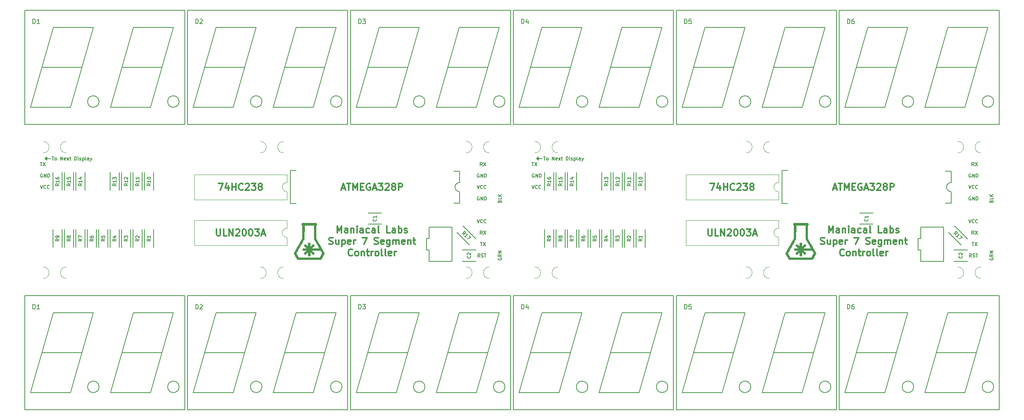
<source format=gbr>
G04 #@! TF.FileFunction,Legend,Top*
%FSLAX46Y46*%
G04 Gerber Fmt 4.6, Leading zero omitted, Abs format (unit mm)*
G04 Created by KiCad (PCBNEW 4.0.4-1.fc25-product) date Wed Feb 22 20:12:38 2017*
%MOMM*%
%LPD*%
G01*
G04 APERTURE LIST*
%ADD10C,0.100000*%
%ADD11C,0.300000*%
%ADD12C,0.200000*%
%ADD13C,0.190500*%
%ADD14C,0.152400*%
%ADD15C,0.101600*%
%ADD16C,0.150000*%
%ADD17C,0.120000*%
%ADD18C,0.010000*%
G04 APERTURE END LIST*
D10*
D11*
X167875001Y-124710000D02*
X168589287Y-124710000D01*
X167732144Y-125138571D02*
X168232144Y-123638571D01*
X168732144Y-125138571D01*
X169017858Y-123638571D02*
X169875001Y-123638571D01*
X169446430Y-125138571D02*
X169446430Y-123638571D01*
X170375001Y-125138571D02*
X170375001Y-123638571D01*
X170875001Y-124710000D01*
X171375001Y-123638571D01*
X171375001Y-125138571D01*
X172089287Y-124352857D02*
X172589287Y-124352857D01*
X172803573Y-125138571D02*
X172089287Y-125138571D01*
X172089287Y-123638571D01*
X172803573Y-123638571D01*
X174232144Y-123710000D02*
X174089287Y-123638571D01*
X173875001Y-123638571D01*
X173660716Y-123710000D01*
X173517858Y-123852857D01*
X173446430Y-123995714D01*
X173375001Y-124281429D01*
X173375001Y-124495714D01*
X173446430Y-124781429D01*
X173517858Y-124924286D01*
X173660716Y-125067143D01*
X173875001Y-125138571D01*
X174017858Y-125138571D01*
X174232144Y-125067143D01*
X174303573Y-124995714D01*
X174303573Y-124495714D01*
X174017858Y-124495714D01*
X174875001Y-124710000D02*
X175589287Y-124710000D01*
X174732144Y-125138571D02*
X175232144Y-123638571D01*
X175732144Y-125138571D01*
X176089287Y-123638571D02*
X177017858Y-123638571D01*
X176517858Y-124210000D01*
X176732144Y-124210000D01*
X176875001Y-124281429D01*
X176946430Y-124352857D01*
X177017858Y-124495714D01*
X177017858Y-124852857D01*
X176946430Y-124995714D01*
X176875001Y-125067143D01*
X176732144Y-125138571D01*
X176303572Y-125138571D01*
X176160715Y-125067143D01*
X176089287Y-124995714D01*
X177589286Y-123781429D02*
X177660715Y-123710000D01*
X177803572Y-123638571D01*
X178160715Y-123638571D01*
X178303572Y-123710000D01*
X178375001Y-123781429D01*
X178446429Y-123924286D01*
X178446429Y-124067143D01*
X178375001Y-124281429D01*
X177517858Y-125138571D01*
X178446429Y-125138571D01*
X179303572Y-124281429D02*
X179160714Y-124210000D01*
X179089286Y-124138571D01*
X179017857Y-123995714D01*
X179017857Y-123924286D01*
X179089286Y-123781429D01*
X179160714Y-123710000D01*
X179303572Y-123638571D01*
X179589286Y-123638571D01*
X179732143Y-123710000D01*
X179803572Y-123781429D01*
X179875000Y-123924286D01*
X179875000Y-123995714D01*
X179803572Y-124138571D01*
X179732143Y-124210000D01*
X179589286Y-124281429D01*
X179303572Y-124281429D01*
X179160714Y-124352857D01*
X179089286Y-124424286D01*
X179017857Y-124567143D01*
X179017857Y-124852857D01*
X179089286Y-124995714D01*
X179160714Y-125067143D01*
X179303572Y-125138571D01*
X179589286Y-125138571D01*
X179732143Y-125067143D01*
X179803572Y-124995714D01*
X179875000Y-124852857D01*
X179875000Y-124567143D01*
X179803572Y-124424286D01*
X179732143Y-124352857D01*
X179589286Y-124281429D01*
X180517857Y-125138571D02*
X180517857Y-123638571D01*
X181089285Y-123638571D01*
X181232143Y-123710000D01*
X181303571Y-123781429D01*
X181375000Y-123924286D01*
X181375000Y-124138571D01*
X181303571Y-124281429D01*
X181232143Y-124352857D01*
X181089285Y-124424286D01*
X180517857Y-124424286D01*
X140093572Y-133798571D02*
X140093572Y-135012857D01*
X140165000Y-135155714D01*
X140236429Y-135227143D01*
X140379286Y-135298571D01*
X140665000Y-135298571D01*
X140807858Y-135227143D01*
X140879286Y-135155714D01*
X140950715Y-135012857D01*
X140950715Y-133798571D01*
X142379287Y-135298571D02*
X141665001Y-135298571D01*
X141665001Y-133798571D01*
X142879287Y-135298571D02*
X142879287Y-133798571D01*
X143736430Y-135298571D01*
X143736430Y-133798571D01*
X144379287Y-133941429D02*
X144450716Y-133870000D01*
X144593573Y-133798571D01*
X144950716Y-133798571D01*
X145093573Y-133870000D01*
X145165002Y-133941429D01*
X145236430Y-134084286D01*
X145236430Y-134227143D01*
X145165002Y-134441429D01*
X144307859Y-135298571D01*
X145236430Y-135298571D01*
X146165001Y-133798571D02*
X146307858Y-133798571D01*
X146450715Y-133870000D01*
X146522144Y-133941429D01*
X146593573Y-134084286D01*
X146665001Y-134370000D01*
X146665001Y-134727143D01*
X146593573Y-135012857D01*
X146522144Y-135155714D01*
X146450715Y-135227143D01*
X146307858Y-135298571D01*
X146165001Y-135298571D01*
X146022144Y-135227143D01*
X145950715Y-135155714D01*
X145879287Y-135012857D01*
X145807858Y-134727143D01*
X145807858Y-134370000D01*
X145879287Y-134084286D01*
X145950715Y-133941429D01*
X146022144Y-133870000D01*
X146165001Y-133798571D01*
X147593572Y-133798571D02*
X147736429Y-133798571D01*
X147879286Y-133870000D01*
X147950715Y-133941429D01*
X148022144Y-134084286D01*
X148093572Y-134370000D01*
X148093572Y-134727143D01*
X148022144Y-135012857D01*
X147950715Y-135155714D01*
X147879286Y-135227143D01*
X147736429Y-135298571D01*
X147593572Y-135298571D01*
X147450715Y-135227143D01*
X147379286Y-135155714D01*
X147307858Y-135012857D01*
X147236429Y-134727143D01*
X147236429Y-134370000D01*
X147307858Y-134084286D01*
X147379286Y-133941429D01*
X147450715Y-133870000D01*
X147593572Y-133798571D01*
X148593572Y-133798571D02*
X149522143Y-133798571D01*
X149022143Y-134370000D01*
X149236429Y-134370000D01*
X149379286Y-134441429D01*
X149450715Y-134512857D01*
X149522143Y-134655714D01*
X149522143Y-135012857D01*
X149450715Y-135155714D01*
X149379286Y-135227143D01*
X149236429Y-135298571D01*
X148807857Y-135298571D01*
X148665000Y-135227143D01*
X148593572Y-135155714D01*
X150093571Y-134870000D02*
X150807857Y-134870000D01*
X149950714Y-135298571D02*
X150450714Y-133798571D01*
X150950714Y-135298571D01*
X140522144Y-123638571D02*
X141522144Y-123638571D01*
X140879287Y-125138571D01*
X142736429Y-124138571D02*
X142736429Y-125138571D01*
X142379286Y-123567143D02*
X142022143Y-124638571D01*
X142950715Y-124638571D01*
X143522143Y-125138571D02*
X143522143Y-123638571D01*
X143522143Y-124352857D02*
X144379286Y-124352857D01*
X144379286Y-125138571D02*
X144379286Y-123638571D01*
X145950715Y-124995714D02*
X145879286Y-125067143D01*
X145665000Y-125138571D01*
X145522143Y-125138571D01*
X145307858Y-125067143D01*
X145165000Y-124924286D01*
X145093572Y-124781429D01*
X145022143Y-124495714D01*
X145022143Y-124281429D01*
X145093572Y-123995714D01*
X145165000Y-123852857D01*
X145307858Y-123710000D01*
X145522143Y-123638571D01*
X145665000Y-123638571D01*
X145879286Y-123710000D01*
X145950715Y-123781429D01*
X146522143Y-123781429D02*
X146593572Y-123710000D01*
X146736429Y-123638571D01*
X147093572Y-123638571D01*
X147236429Y-123710000D01*
X147307858Y-123781429D01*
X147379286Y-123924286D01*
X147379286Y-124067143D01*
X147307858Y-124281429D01*
X146450715Y-125138571D01*
X147379286Y-125138571D01*
X147879286Y-123638571D02*
X148807857Y-123638571D01*
X148307857Y-124210000D01*
X148522143Y-124210000D01*
X148665000Y-124281429D01*
X148736429Y-124352857D01*
X148807857Y-124495714D01*
X148807857Y-124852857D01*
X148736429Y-124995714D01*
X148665000Y-125067143D01*
X148522143Y-125138571D01*
X148093571Y-125138571D01*
X147950714Y-125067143D01*
X147879286Y-124995714D01*
X149665000Y-124281429D02*
X149522142Y-124210000D01*
X149450714Y-124138571D01*
X149379285Y-123995714D01*
X149379285Y-123924286D01*
X149450714Y-123781429D01*
X149522142Y-123710000D01*
X149665000Y-123638571D01*
X149950714Y-123638571D01*
X150093571Y-123710000D01*
X150165000Y-123781429D01*
X150236428Y-123924286D01*
X150236428Y-123995714D01*
X150165000Y-124138571D01*
X150093571Y-124210000D01*
X149950714Y-124281429D01*
X149665000Y-124281429D01*
X149522142Y-124352857D01*
X149450714Y-124424286D01*
X149379285Y-124567143D01*
X149379285Y-124852857D01*
X149450714Y-124995714D01*
X149522142Y-125067143D01*
X149665000Y-125138571D01*
X149950714Y-125138571D01*
X150093571Y-125067143D01*
X150165000Y-124995714D01*
X150236428Y-124852857D01*
X150236428Y-124567143D01*
X150165000Y-124424286D01*
X150093571Y-124352857D01*
X149950714Y-124281429D01*
D12*
X102235000Y-117983000D02*
X102235000Y-118364000D01*
X102362000Y-117983000D02*
X102235000Y-117983000D01*
X102235000Y-117983000D02*
X102362000Y-117983000D01*
X102362000Y-118491000D02*
X102362000Y-117983000D01*
X101981000Y-118110000D02*
X102362000Y-118491000D01*
X102362000Y-117729000D02*
X102362000Y-118364000D01*
X101981000Y-118110000D02*
X102362000Y-117729000D01*
X103251000Y-118110000D02*
X101981000Y-118110000D01*
D13*
X103505000Y-117692714D02*
X103940429Y-117692714D01*
X103722715Y-118454714D02*
X103722715Y-117692714D01*
X104303286Y-118454714D02*
X104230714Y-118418429D01*
X104194429Y-118382143D01*
X104158143Y-118309571D01*
X104158143Y-118091857D01*
X104194429Y-118019286D01*
X104230714Y-117983000D01*
X104303286Y-117946714D01*
X104412143Y-117946714D01*
X104484714Y-117983000D01*
X104521000Y-118019286D01*
X104557286Y-118091857D01*
X104557286Y-118309571D01*
X104521000Y-118382143D01*
X104484714Y-118418429D01*
X104412143Y-118454714D01*
X104303286Y-118454714D01*
X105464429Y-118454714D02*
X105464429Y-117692714D01*
X105899857Y-118454714D01*
X105899857Y-117692714D01*
X106553000Y-118418429D02*
X106480429Y-118454714D01*
X106335286Y-118454714D01*
X106262715Y-118418429D01*
X106226429Y-118345857D01*
X106226429Y-118055571D01*
X106262715Y-117983000D01*
X106335286Y-117946714D01*
X106480429Y-117946714D01*
X106553000Y-117983000D01*
X106589286Y-118055571D01*
X106589286Y-118128143D01*
X106226429Y-118200714D01*
X106843286Y-118454714D02*
X107242429Y-117946714D01*
X106843286Y-117946714D02*
X107242429Y-118454714D01*
X107423857Y-117946714D02*
X107714143Y-117946714D01*
X107532715Y-117692714D02*
X107532715Y-118345857D01*
X107569000Y-118418429D01*
X107641572Y-118454714D01*
X107714143Y-118454714D01*
X108548715Y-118454714D02*
X108548715Y-117692714D01*
X108730143Y-117692714D01*
X108839000Y-117729000D01*
X108911572Y-117801571D01*
X108947857Y-117874143D01*
X108984143Y-118019286D01*
X108984143Y-118128143D01*
X108947857Y-118273286D01*
X108911572Y-118345857D01*
X108839000Y-118418429D01*
X108730143Y-118454714D01*
X108548715Y-118454714D01*
X109310715Y-118454714D02*
X109310715Y-117946714D01*
X109310715Y-117692714D02*
X109274429Y-117729000D01*
X109310715Y-117765286D01*
X109347000Y-117729000D01*
X109310715Y-117692714D01*
X109310715Y-117765286D01*
X109637286Y-118418429D02*
X109709857Y-118454714D01*
X109855000Y-118454714D01*
X109927572Y-118418429D01*
X109963857Y-118345857D01*
X109963857Y-118309571D01*
X109927572Y-118237000D01*
X109855000Y-118200714D01*
X109746143Y-118200714D01*
X109673572Y-118164429D01*
X109637286Y-118091857D01*
X109637286Y-118055571D01*
X109673572Y-117983000D01*
X109746143Y-117946714D01*
X109855000Y-117946714D01*
X109927572Y-117983000D01*
X110290429Y-117946714D02*
X110290429Y-118708714D01*
X110290429Y-117983000D02*
X110363000Y-117946714D01*
X110508143Y-117946714D01*
X110580714Y-117983000D01*
X110617000Y-118019286D01*
X110653286Y-118091857D01*
X110653286Y-118309571D01*
X110617000Y-118382143D01*
X110580714Y-118418429D01*
X110508143Y-118454714D01*
X110363000Y-118454714D01*
X110290429Y-118418429D01*
X111088715Y-118454714D02*
X111016143Y-118418429D01*
X110979858Y-118345857D01*
X110979858Y-117692714D01*
X111705572Y-118454714D02*
X111705572Y-118055571D01*
X111669286Y-117983000D01*
X111596715Y-117946714D01*
X111451572Y-117946714D01*
X111379001Y-117983000D01*
X111705572Y-118418429D02*
X111633001Y-118454714D01*
X111451572Y-118454714D01*
X111379001Y-118418429D01*
X111342715Y-118345857D01*
X111342715Y-118273286D01*
X111379001Y-118200714D01*
X111451572Y-118164429D01*
X111633001Y-118164429D01*
X111705572Y-118128143D01*
X111995858Y-117946714D02*
X112177287Y-118454714D01*
X112358715Y-117946714D02*
X112177287Y-118454714D01*
X112104715Y-118636143D01*
X112068430Y-118672429D01*
X111995858Y-118708714D01*
D11*
X166875000Y-134653571D02*
X166875000Y-133153571D01*
X167375000Y-134225000D01*
X167875000Y-133153571D01*
X167875000Y-134653571D01*
X169232143Y-134653571D02*
X169232143Y-133867857D01*
X169160714Y-133725000D01*
X169017857Y-133653571D01*
X168732143Y-133653571D01*
X168589286Y-133725000D01*
X169232143Y-134582143D02*
X169089286Y-134653571D01*
X168732143Y-134653571D01*
X168589286Y-134582143D01*
X168517857Y-134439286D01*
X168517857Y-134296429D01*
X168589286Y-134153571D01*
X168732143Y-134082143D01*
X169089286Y-134082143D01*
X169232143Y-134010714D01*
X169946429Y-133653571D02*
X169946429Y-134653571D01*
X169946429Y-133796429D02*
X170017857Y-133725000D01*
X170160715Y-133653571D01*
X170375000Y-133653571D01*
X170517857Y-133725000D01*
X170589286Y-133867857D01*
X170589286Y-134653571D01*
X171303572Y-134653571D02*
X171303572Y-133653571D01*
X171303572Y-133153571D02*
X171232143Y-133225000D01*
X171303572Y-133296429D01*
X171375000Y-133225000D01*
X171303572Y-133153571D01*
X171303572Y-133296429D01*
X172660715Y-134653571D02*
X172660715Y-133867857D01*
X172589286Y-133725000D01*
X172446429Y-133653571D01*
X172160715Y-133653571D01*
X172017858Y-133725000D01*
X172660715Y-134582143D02*
X172517858Y-134653571D01*
X172160715Y-134653571D01*
X172017858Y-134582143D01*
X171946429Y-134439286D01*
X171946429Y-134296429D01*
X172017858Y-134153571D01*
X172160715Y-134082143D01*
X172517858Y-134082143D01*
X172660715Y-134010714D01*
X174017858Y-134582143D02*
X173875001Y-134653571D01*
X173589287Y-134653571D01*
X173446429Y-134582143D01*
X173375001Y-134510714D01*
X173303572Y-134367857D01*
X173303572Y-133939286D01*
X173375001Y-133796429D01*
X173446429Y-133725000D01*
X173589287Y-133653571D01*
X173875001Y-133653571D01*
X174017858Y-133725000D01*
X175303572Y-134653571D02*
X175303572Y-133867857D01*
X175232143Y-133725000D01*
X175089286Y-133653571D01*
X174803572Y-133653571D01*
X174660715Y-133725000D01*
X175303572Y-134582143D02*
X175160715Y-134653571D01*
X174803572Y-134653571D01*
X174660715Y-134582143D01*
X174589286Y-134439286D01*
X174589286Y-134296429D01*
X174660715Y-134153571D01*
X174803572Y-134082143D01*
X175160715Y-134082143D01*
X175303572Y-134010714D01*
X176232144Y-134653571D02*
X176089286Y-134582143D01*
X176017858Y-134439286D01*
X176017858Y-133153571D01*
X178660715Y-134653571D02*
X177946429Y-134653571D01*
X177946429Y-133153571D01*
X179803572Y-134653571D02*
X179803572Y-133867857D01*
X179732143Y-133725000D01*
X179589286Y-133653571D01*
X179303572Y-133653571D01*
X179160715Y-133725000D01*
X179803572Y-134582143D02*
X179660715Y-134653571D01*
X179303572Y-134653571D01*
X179160715Y-134582143D01*
X179089286Y-134439286D01*
X179089286Y-134296429D01*
X179160715Y-134153571D01*
X179303572Y-134082143D01*
X179660715Y-134082143D01*
X179803572Y-134010714D01*
X180517858Y-134653571D02*
X180517858Y-133153571D01*
X180517858Y-133725000D02*
X180660715Y-133653571D01*
X180946429Y-133653571D01*
X181089286Y-133725000D01*
X181160715Y-133796429D01*
X181232144Y-133939286D01*
X181232144Y-134367857D01*
X181160715Y-134510714D01*
X181089286Y-134582143D01*
X180946429Y-134653571D01*
X180660715Y-134653571D01*
X180517858Y-134582143D01*
X181803572Y-134582143D02*
X181946429Y-134653571D01*
X182232144Y-134653571D01*
X182375001Y-134582143D01*
X182446429Y-134439286D01*
X182446429Y-134367857D01*
X182375001Y-134225000D01*
X182232144Y-134153571D01*
X182017858Y-134153571D01*
X181875001Y-134082143D01*
X181803572Y-133939286D01*
X181803572Y-133867857D01*
X181875001Y-133725000D01*
X182017858Y-133653571D01*
X182232144Y-133653571D01*
X182375001Y-133725000D01*
X165089287Y-137132143D02*
X165303573Y-137203571D01*
X165660716Y-137203571D01*
X165803573Y-137132143D01*
X165875002Y-137060714D01*
X165946430Y-136917857D01*
X165946430Y-136775000D01*
X165875002Y-136632143D01*
X165803573Y-136560714D01*
X165660716Y-136489286D01*
X165375002Y-136417857D01*
X165232144Y-136346429D01*
X165160716Y-136275000D01*
X165089287Y-136132143D01*
X165089287Y-135989286D01*
X165160716Y-135846429D01*
X165232144Y-135775000D01*
X165375002Y-135703571D01*
X165732144Y-135703571D01*
X165946430Y-135775000D01*
X167232144Y-136203571D02*
X167232144Y-137203571D01*
X166589287Y-136203571D02*
X166589287Y-136989286D01*
X166660715Y-137132143D01*
X166803573Y-137203571D01*
X167017858Y-137203571D01*
X167160715Y-137132143D01*
X167232144Y-137060714D01*
X167946430Y-136203571D02*
X167946430Y-137703571D01*
X167946430Y-136275000D02*
X168089287Y-136203571D01*
X168375001Y-136203571D01*
X168517858Y-136275000D01*
X168589287Y-136346429D01*
X168660716Y-136489286D01*
X168660716Y-136917857D01*
X168589287Y-137060714D01*
X168517858Y-137132143D01*
X168375001Y-137203571D01*
X168089287Y-137203571D01*
X167946430Y-137132143D01*
X169875001Y-137132143D02*
X169732144Y-137203571D01*
X169446430Y-137203571D01*
X169303573Y-137132143D01*
X169232144Y-136989286D01*
X169232144Y-136417857D01*
X169303573Y-136275000D01*
X169446430Y-136203571D01*
X169732144Y-136203571D01*
X169875001Y-136275000D01*
X169946430Y-136417857D01*
X169946430Y-136560714D01*
X169232144Y-136703571D01*
X170589287Y-137203571D02*
X170589287Y-136203571D01*
X170589287Y-136489286D02*
X170660715Y-136346429D01*
X170732144Y-136275000D01*
X170875001Y-136203571D01*
X171017858Y-136203571D01*
X172517858Y-135703571D02*
X173517858Y-135703571D01*
X172875001Y-137203571D01*
X175160714Y-137132143D02*
X175375000Y-137203571D01*
X175732143Y-137203571D01*
X175875000Y-137132143D01*
X175946429Y-137060714D01*
X176017857Y-136917857D01*
X176017857Y-136775000D01*
X175946429Y-136632143D01*
X175875000Y-136560714D01*
X175732143Y-136489286D01*
X175446429Y-136417857D01*
X175303571Y-136346429D01*
X175232143Y-136275000D01*
X175160714Y-136132143D01*
X175160714Y-135989286D01*
X175232143Y-135846429D01*
X175303571Y-135775000D01*
X175446429Y-135703571D01*
X175803571Y-135703571D01*
X176017857Y-135775000D01*
X177232142Y-137132143D02*
X177089285Y-137203571D01*
X176803571Y-137203571D01*
X176660714Y-137132143D01*
X176589285Y-136989286D01*
X176589285Y-136417857D01*
X176660714Y-136275000D01*
X176803571Y-136203571D01*
X177089285Y-136203571D01*
X177232142Y-136275000D01*
X177303571Y-136417857D01*
X177303571Y-136560714D01*
X176589285Y-136703571D01*
X178589285Y-136203571D02*
X178589285Y-137417857D01*
X178517856Y-137560714D01*
X178446428Y-137632143D01*
X178303571Y-137703571D01*
X178089285Y-137703571D01*
X177946428Y-137632143D01*
X178589285Y-137132143D02*
X178446428Y-137203571D01*
X178160714Y-137203571D01*
X178017856Y-137132143D01*
X177946428Y-137060714D01*
X177874999Y-136917857D01*
X177874999Y-136489286D01*
X177946428Y-136346429D01*
X178017856Y-136275000D01*
X178160714Y-136203571D01*
X178446428Y-136203571D01*
X178589285Y-136275000D01*
X179303571Y-137203571D02*
X179303571Y-136203571D01*
X179303571Y-136346429D02*
X179374999Y-136275000D01*
X179517857Y-136203571D01*
X179732142Y-136203571D01*
X179874999Y-136275000D01*
X179946428Y-136417857D01*
X179946428Y-137203571D01*
X179946428Y-136417857D02*
X180017857Y-136275000D01*
X180160714Y-136203571D01*
X180374999Y-136203571D01*
X180517857Y-136275000D01*
X180589285Y-136417857D01*
X180589285Y-137203571D01*
X181874999Y-137132143D02*
X181732142Y-137203571D01*
X181446428Y-137203571D01*
X181303571Y-137132143D01*
X181232142Y-136989286D01*
X181232142Y-136417857D01*
X181303571Y-136275000D01*
X181446428Y-136203571D01*
X181732142Y-136203571D01*
X181874999Y-136275000D01*
X181946428Y-136417857D01*
X181946428Y-136560714D01*
X181232142Y-136703571D01*
X182589285Y-136203571D02*
X182589285Y-137203571D01*
X182589285Y-136346429D02*
X182660713Y-136275000D01*
X182803571Y-136203571D01*
X183017856Y-136203571D01*
X183160713Y-136275000D01*
X183232142Y-136417857D01*
X183232142Y-137203571D01*
X183732142Y-136203571D02*
X184303571Y-136203571D01*
X183946428Y-135703571D02*
X183946428Y-136989286D01*
X184017856Y-137132143D01*
X184160714Y-137203571D01*
X184303571Y-137203571D01*
X170267858Y-139610714D02*
X170196429Y-139682143D01*
X169982143Y-139753571D01*
X169839286Y-139753571D01*
X169625001Y-139682143D01*
X169482143Y-139539286D01*
X169410715Y-139396429D01*
X169339286Y-139110714D01*
X169339286Y-138896429D01*
X169410715Y-138610714D01*
X169482143Y-138467857D01*
X169625001Y-138325000D01*
X169839286Y-138253571D01*
X169982143Y-138253571D01*
X170196429Y-138325000D01*
X170267858Y-138396429D01*
X171125001Y-139753571D02*
X170982143Y-139682143D01*
X170910715Y-139610714D01*
X170839286Y-139467857D01*
X170839286Y-139039286D01*
X170910715Y-138896429D01*
X170982143Y-138825000D01*
X171125001Y-138753571D01*
X171339286Y-138753571D01*
X171482143Y-138825000D01*
X171553572Y-138896429D01*
X171625001Y-139039286D01*
X171625001Y-139467857D01*
X171553572Y-139610714D01*
X171482143Y-139682143D01*
X171339286Y-139753571D01*
X171125001Y-139753571D01*
X172267858Y-138753571D02*
X172267858Y-139753571D01*
X172267858Y-138896429D02*
X172339286Y-138825000D01*
X172482144Y-138753571D01*
X172696429Y-138753571D01*
X172839286Y-138825000D01*
X172910715Y-138967857D01*
X172910715Y-139753571D01*
X173410715Y-138753571D02*
X173982144Y-138753571D01*
X173625001Y-138253571D02*
X173625001Y-139539286D01*
X173696429Y-139682143D01*
X173839287Y-139753571D01*
X173982144Y-139753571D01*
X174482144Y-139753571D02*
X174482144Y-138753571D01*
X174482144Y-139039286D02*
X174553572Y-138896429D01*
X174625001Y-138825000D01*
X174767858Y-138753571D01*
X174910715Y-138753571D01*
X175625001Y-139753571D02*
X175482143Y-139682143D01*
X175410715Y-139610714D01*
X175339286Y-139467857D01*
X175339286Y-139039286D01*
X175410715Y-138896429D01*
X175482143Y-138825000D01*
X175625001Y-138753571D01*
X175839286Y-138753571D01*
X175982143Y-138825000D01*
X176053572Y-138896429D01*
X176125001Y-139039286D01*
X176125001Y-139467857D01*
X176053572Y-139610714D01*
X175982143Y-139682143D01*
X175839286Y-139753571D01*
X175625001Y-139753571D01*
X176982144Y-139753571D02*
X176839286Y-139682143D01*
X176767858Y-139539286D01*
X176767858Y-138253571D01*
X177767858Y-139753571D02*
X177625000Y-139682143D01*
X177553572Y-139539286D01*
X177553572Y-138253571D01*
X178910714Y-139682143D02*
X178767857Y-139753571D01*
X178482143Y-139753571D01*
X178339286Y-139682143D01*
X178267857Y-139539286D01*
X178267857Y-138967857D01*
X178339286Y-138825000D01*
X178482143Y-138753571D01*
X178767857Y-138753571D01*
X178910714Y-138825000D01*
X178982143Y-138967857D01*
X178982143Y-139110714D01*
X178267857Y-139253571D01*
X179625000Y-139753571D02*
X179625000Y-138753571D01*
X179625000Y-139039286D02*
X179696428Y-138896429D01*
X179767857Y-138825000D01*
X179910714Y-138753571D01*
X180053571Y-138753571D01*
D14*
X100965000Y-124042714D02*
X101219000Y-124804714D01*
X101473000Y-124042714D01*
X102162429Y-124732143D02*
X102126143Y-124768429D01*
X102017286Y-124804714D01*
X101944715Y-124804714D01*
X101835858Y-124768429D01*
X101763286Y-124695857D01*
X101727001Y-124623286D01*
X101690715Y-124478143D01*
X101690715Y-124369286D01*
X101727001Y-124224143D01*
X101763286Y-124151571D01*
X101835858Y-124079000D01*
X101944715Y-124042714D01*
X102017286Y-124042714D01*
X102126143Y-124079000D01*
X102162429Y-124115286D01*
X102924429Y-124732143D02*
X102888143Y-124768429D01*
X102779286Y-124804714D01*
X102706715Y-124804714D01*
X102597858Y-124768429D01*
X102525286Y-124695857D01*
X102489001Y-124623286D01*
X102452715Y-124478143D01*
X102452715Y-124369286D01*
X102489001Y-124224143D01*
X102525286Y-124151571D01*
X102597858Y-124079000D01*
X102706715Y-124042714D01*
X102779286Y-124042714D01*
X102888143Y-124079000D01*
X102924429Y-124115286D01*
X197993000Y-124042714D02*
X198247000Y-124804714D01*
X198501000Y-124042714D01*
X199190429Y-124732143D02*
X199154143Y-124768429D01*
X199045286Y-124804714D01*
X198972715Y-124804714D01*
X198863858Y-124768429D01*
X198791286Y-124695857D01*
X198755001Y-124623286D01*
X198718715Y-124478143D01*
X198718715Y-124369286D01*
X198755001Y-124224143D01*
X198791286Y-124151571D01*
X198863858Y-124079000D01*
X198972715Y-124042714D01*
X199045286Y-124042714D01*
X199154143Y-124079000D01*
X199190429Y-124115286D01*
X199952429Y-124732143D02*
X199916143Y-124768429D01*
X199807286Y-124804714D01*
X199734715Y-124804714D01*
X199625858Y-124768429D01*
X199553286Y-124695857D01*
X199517001Y-124623286D01*
X199480715Y-124478143D01*
X199480715Y-124369286D01*
X199517001Y-124224143D01*
X199553286Y-124151571D01*
X199625858Y-124079000D01*
X199734715Y-124042714D01*
X199807286Y-124042714D01*
X199916143Y-124079000D01*
X199952429Y-124115286D01*
X101400428Y-121539000D02*
X101327857Y-121502714D01*
X101219000Y-121502714D01*
X101110143Y-121539000D01*
X101037571Y-121611571D01*
X101001286Y-121684143D01*
X100965000Y-121829286D01*
X100965000Y-121938143D01*
X101001286Y-122083286D01*
X101037571Y-122155857D01*
X101110143Y-122228429D01*
X101219000Y-122264714D01*
X101291571Y-122264714D01*
X101400428Y-122228429D01*
X101436714Y-122192143D01*
X101436714Y-121938143D01*
X101291571Y-121938143D01*
X101763286Y-122264714D02*
X101763286Y-121502714D01*
X102198714Y-122264714D01*
X102198714Y-121502714D01*
X102561572Y-122264714D02*
X102561572Y-121502714D01*
X102743000Y-121502714D01*
X102851857Y-121539000D01*
X102924429Y-121611571D01*
X102960714Y-121684143D01*
X102997000Y-121829286D01*
X102997000Y-121938143D01*
X102960714Y-122083286D01*
X102924429Y-122155857D01*
X102851857Y-122228429D01*
X102743000Y-122264714D01*
X102561572Y-122264714D01*
X100892429Y-118962714D02*
X101327858Y-118962714D01*
X101110144Y-119724714D02*
X101110144Y-118962714D01*
X101509286Y-118962714D02*
X102017286Y-119724714D01*
X102017286Y-118962714D02*
X101509286Y-119724714D01*
X202692000Y-140280572D02*
X202655714Y-140353143D01*
X202655714Y-140462000D01*
X202692000Y-140570857D01*
X202764571Y-140643429D01*
X202837143Y-140679714D01*
X202982286Y-140716000D01*
X203091143Y-140716000D01*
X203236286Y-140679714D01*
X203308857Y-140643429D01*
X203381429Y-140570857D01*
X203417714Y-140462000D01*
X203417714Y-140389429D01*
X203381429Y-140280572D01*
X203345143Y-140244286D01*
X203091143Y-140244286D01*
X203091143Y-140389429D01*
X203417714Y-139482286D02*
X203054857Y-139736286D01*
X203417714Y-139917714D02*
X202655714Y-139917714D01*
X202655714Y-139627429D01*
X202692000Y-139554857D01*
X202728286Y-139518572D01*
X202800857Y-139482286D01*
X202909714Y-139482286D01*
X202982286Y-139518572D01*
X203018571Y-139554857D01*
X203054857Y-139627429D01*
X203054857Y-139917714D01*
X203417714Y-139155714D02*
X202655714Y-139155714D01*
X203417714Y-138720286D01*
X202655714Y-138720286D01*
X203018571Y-127634999D02*
X203054857Y-127526142D01*
X203091143Y-127489857D01*
X203163714Y-127453571D01*
X203272571Y-127453571D01*
X203345143Y-127489857D01*
X203381429Y-127526142D01*
X203417714Y-127598714D01*
X203417714Y-127888999D01*
X202655714Y-127888999D01*
X202655714Y-127634999D01*
X202692000Y-127562428D01*
X202728286Y-127526142D01*
X202800857Y-127489857D01*
X202873429Y-127489857D01*
X202946000Y-127526142D01*
X202982286Y-127562428D01*
X203018571Y-127634999D01*
X203018571Y-127888999D01*
X203417714Y-126764142D02*
X203417714Y-127126999D01*
X202655714Y-127126999D01*
X203417714Y-126510142D02*
X202655714Y-126510142D01*
X203417714Y-126074714D02*
X202982286Y-126401285D01*
X202655714Y-126074714D02*
X203091143Y-126510142D01*
X199136000Y-119724714D02*
X198882000Y-119361857D01*
X198700572Y-119724714D02*
X198700572Y-118962714D01*
X198990857Y-118962714D01*
X199063429Y-118999000D01*
X199099714Y-119035286D01*
X199136000Y-119107857D01*
X199136000Y-119216714D01*
X199099714Y-119289286D01*
X199063429Y-119325571D01*
X198990857Y-119361857D01*
X198700572Y-119361857D01*
X199390000Y-118962714D02*
X199898000Y-119724714D01*
X199898000Y-118962714D02*
X199390000Y-119724714D01*
X198428428Y-121539000D02*
X198355857Y-121502714D01*
X198247000Y-121502714D01*
X198138143Y-121539000D01*
X198065571Y-121611571D01*
X198029286Y-121684143D01*
X197993000Y-121829286D01*
X197993000Y-121938143D01*
X198029286Y-122083286D01*
X198065571Y-122155857D01*
X198138143Y-122228429D01*
X198247000Y-122264714D01*
X198319571Y-122264714D01*
X198428428Y-122228429D01*
X198464714Y-122192143D01*
X198464714Y-121938143D01*
X198319571Y-121938143D01*
X198791286Y-122264714D02*
X198791286Y-121502714D01*
X199226714Y-122264714D01*
X199226714Y-121502714D01*
X199589572Y-122264714D02*
X199589572Y-121502714D01*
X199771000Y-121502714D01*
X199879857Y-121539000D01*
X199952429Y-121611571D01*
X199988714Y-121684143D01*
X200025000Y-121829286D01*
X200025000Y-121938143D01*
X199988714Y-122083286D01*
X199952429Y-122155857D01*
X199879857Y-122228429D01*
X199771000Y-122264714D01*
X199589572Y-122264714D01*
X198428428Y-126619000D02*
X198355857Y-126582714D01*
X198247000Y-126582714D01*
X198138143Y-126619000D01*
X198065571Y-126691571D01*
X198029286Y-126764143D01*
X197993000Y-126909286D01*
X197993000Y-127018143D01*
X198029286Y-127163286D01*
X198065571Y-127235857D01*
X198138143Y-127308429D01*
X198247000Y-127344714D01*
X198319571Y-127344714D01*
X198428428Y-127308429D01*
X198464714Y-127272143D01*
X198464714Y-127018143D01*
X198319571Y-127018143D01*
X198791286Y-127344714D02*
X198791286Y-126582714D01*
X199226714Y-127344714D01*
X199226714Y-126582714D01*
X199589572Y-127344714D02*
X199589572Y-126582714D01*
X199771000Y-126582714D01*
X199879857Y-126619000D01*
X199952429Y-126691571D01*
X199988714Y-126764143D01*
X200025000Y-126909286D01*
X200025000Y-127018143D01*
X199988714Y-127163286D01*
X199952429Y-127235857D01*
X199879857Y-127308429D01*
X199771000Y-127344714D01*
X199589572Y-127344714D01*
X197993000Y-131662714D02*
X198247000Y-132424714D01*
X198501000Y-131662714D01*
X199190429Y-132352143D02*
X199154143Y-132388429D01*
X199045286Y-132424714D01*
X198972715Y-132424714D01*
X198863858Y-132388429D01*
X198791286Y-132315857D01*
X198755001Y-132243286D01*
X198718715Y-132098143D01*
X198718715Y-131989286D01*
X198755001Y-131844143D01*
X198791286Y-131771571D01*
X198863858Y-131699000D01*
X198972715Y-131662714D01*
X199045286Y-131662714D01*
X199154143Y-131699000D01*
X199190429Y-131735286D01*
X199952429Y-132352143D02*
X199916143Y-132388429D01*
X199807286Y-132424714D01*
X199734715Y-132424714D01*
X199625858Y-132388429D01*
X199553286Y-132315857D01*
X199517001Y-132243286D01*
X199480715Y-132098143D01*
X199480715Y-131989286D01*
X199517001Y-131844143D01*
X199553286Y-131771571D01*
X199625858Y-131699000D01*
X199734715Y-131662714D01*
X199807286Y-131662714D01*
X199916143Y-131699000D01*
X199952429Y-131735286D01*
X199136000Y-134964714D02*
X198882000Y-134601857D01*
X198700572Y-134964714D02*
X198700572Y-134202714D01*
X198990857Y-134202714D01*
X199063429Y-134239000D01*
X199099714Y-134275286D01*
X199136000Y-134347857D01*
X199136000Y-134456714D01*
X199099714Y-134529286D01*
X199063429Y-134565571D01*
X198990857Y-134601857D01*
X198700572Y-134601857D01*
X199390000Y-134202714D02*
X199898000Y-134964714D01*
X199898000Y-134202714D02*
X199390000Y-134964714D01*
X198682429Y-136742714D02*
X199117858Y-136742714D01*
X198900144Y-137504714D02*
X198900144Y-136742714D01*
X199299286Y-136742714D02*
X199807286Y-137504714D01*
X199807286Y-136742714D02*
X199299286Y-137504714D01*
X198591715Y-140044714D02*
X198337715Y-139681857D01*
X198156287Y-140044714D02*
X198156287Y-139282714D01*
X198446572Y-139282714D01*
X198519144Y-139319000D01*
X198555429Y-139355286D01*
X198591715Y-139427857D01*
X198591715Y-139536714D01*
X198555429Y-139609286D01*
X198519144Y-139645571D01*
X198446572Y-139681857D01*
X198156287Y-139681857D01*
X198882001Y-140008429D02*
X198990858Y-140044714D01*
X199172287Y-140044714D01*
X199244858Y-140008429D01*
X199281144Y-139972143D01*
X199317429Y-139899571D01*
X199317429Y-139827000D01*
X199281144Y-139754429D01*
X199244858Y-139718143D01*
X199172287Y-139681857D01*
X199027144Y-139645571D01*
X198954572Y-139609286D01*
X198918287Y-139573000D01*
X198882001Y-139500429D01*
X198882001Y-139427857D01*
X198918287Y-139355286D01*
X198954572Y-139319000D01*
X199027144Y-139282714D01*
X199208572Y-139282714D01*
X199317429Y-139319000D01*
X199535143Y-139282714D02*
X199970572Y-139282714D01*
X199752858Y-140044714D02*
X199752858Y-139282714D01*
D11*
X277095001Y-124710000D02*
X277809287Y-124710000D01*
X276952144Y-125138571D02*
X277452144Y-123638571D01*
X277952144Y-125138571D01*
X278237858Y-123638571D02*
X279095001Y-123638571D01*
X278666430Y-125138571D02*
X278666430Y-123638571D01*
X279595001Y-125138571D02*
X279595001Y-123638571D01*
X280095001Y-124710000D01*
X280595001Y-123638571D01*
X280595001Y-125138571D01*
X281309287Y-124352857D02*
X281809287Y-124352857D01*
X282023573Y-125138571D02*
X281309287Y-125138571D01*
X281309287Y-123638571D01*
X282023573Y-123638571D01*
X283452144Y-123710000D02*
X283309287Y-123638571D01*
X283095001Y-123638571D01*
X282880716Y-123710000D01*
X282737858Y-123852857D01*
X282666430Y-123995714D01*
X282595001Y-124281429D01*
X282595001Y-124495714D01*
X282666430Y-124781429D01*
X282737858Y-124924286D01*
X282880716Y-125067143D01*
X283095001Y-125138571D01*
X283237858Y-125138571D01*
X283452144Y-125067143D01*
X283523573Y-124995714D01*
X283523573Y-124495714D01*
X283237858Y-124495714D01*
X284095001Y-124710000D02*
X284809287Y-124710000D01*
X283952144Y-125138571D02*
X284452144Y-123638571D01*
X284952144Y-125138571D01*
X285309287Y-123638571D02*
X286237858Y-123638571D01*
X285737858Y-124210000D01*
X285952144Y-124210000D01*
X286095001Y-124281429D01*
X286166430Y-124352857D01*
X286237858Y-124495714D01*
X286237858Y-124852857D01*
X286166430Y-124995714D01*
X286095001Y-125067143D01*
X285952144Y-125138571D01*
X285523572Y-125138571D01*
X285380715Y-125067143D01*
X285309287Y-124995714D01*
X286809286Y-123781429D02*
X286880715Y-123710000D01*
X287023572Y-123638571D01*
X287380715Y-123638571D01*
X287523572Y-123710000D01*
X287595001Y-123781429D01*
X287666429Y-123924286D01*
X287666429Y-124067143D01*
X287595001Y-124281429D01*
X286737858Y-125138571D01*
X287666429Y-125138571D01*
X288523572Y-124281429D02*
X288380714Y-124210000D01*
X288309286Y-124138571D01*
X288237857Y-123995714D01*
X288237857Y-123924286D01*
X288309286Y-123781429D01*
X288380714Y-123710000D01*
X288523572Y-123638571D01*
X288809286Y-123638571D01*
X288952143Y-123710000D01*
X289023572Y-123781429D01*
X289095000Y-123924286D01*
X289095000Y-123995714D01*
X289023572Y-124138571D01*
X288952143Y-124210000D01*
X288809286Y-124281429D01*
X288523572Y-124281429D01*
X288380714Y-124352857D01*
X288309286Y-124424286D01*
X288237857Y-124567143D01*
X288237857Y-124852857D01*
X288309286Y-124995714D01*
X288380714Y-125067143D01*
X288523572Y-125138571D01*
X288809286Y-125138571D01*
X288952143Y-125067143D01*
X289023572Y-124995714D01*
X289095000Y-124852857D01*
X289095000Y-124567143D01*
X289023572Y-124424286D01*
X288952143Y-124352857D01*
X288809286Y-124281429D01*
X289737857Y-125138571D02*
X289737857Y-123638571D01*
X290309285Y-123638571D01*
X290452143Y-123710000D01*
X290523571Y-123781429D01*
X290595000Y-123924286D01*
X290595000Y-124138571D01*
X290523571Y-124281429D01*
X290452143Y-124352857D01*
X290309285Y-124424286D01*
X289737857Y-124424286D01*
X249313572Y-133798571D02*
X249313572Y-135012857D01*
X249385000Y-135155714D01*
X249456429Y-135227143D01*
X249599286Y-135298571D01*
X249885000Y-135298571D01*
X250027858Y-135227143D01*
X250099286Y-135155714D01*
X250170715Y-135012857D01*
X250170715Y-133798571D01*
X251599287Y-135298571D02*
X250885001Y-135298571D01*
X250885001Y-133798571D01*
X252099287Y-135298571D02*
X252099287Y-133798571D01*
X252956430Y-135298571D01*
X252956430Y-133798571D01*
X253599287Y-133941429D02*
X253670716Y-133870000D01*
X253813573Y-133798571D01*
X254170716Y-133798571D01*
X254313573Y-133870000D01*
X254385002Y-133941429D01*
X254456430Y-134084286D01*
X254456430Y-134227143D01*
X254385002Y-134441429D01*
X253527859Y-135298571D01*
X254456430Y-135298571D01*
X255385001Y-133798571D02*
X255527858Y-133798571D01*
X255670715Y-133870000D01*
X255742144Y-133941429D01*
X255813573Y-134084286D01*
X255885001Y-134370000D01*
X255885001Y-134727143D01*
X255813573Y-135012857D01*
X255742144Y-135155714D01*
X255670715Y-135227143D01*
X255527858Y-135298571D01*
X255385001Y-135298571D01*
X255242144Y-135227143D01*
X255170715Y-135155714D01*
X255099287Y-135012857D01*
X255027858Y-134727143D01*
X255027858Y-134370000D01*
X255099287Y-134084286D01*
X255170715Y-133941429D01*
X255242144Y-133870000D01*
X255385001Y-133798571D01*
X256813572Y-133798571D02*
X256956429Y-133798571D01*
X257099286Y-133870000D01*
X257170715Y-133941429D01*
X257242144Y-134084286D01*
X257313572Y-134370000D01*
X257313572Y-134727143D01*
X257242144Y-135012857D01*
X257170715Y-135155714D01*
X257099286Y-135227143D01*
X256956429Y-135298571D01*
X256813572Y-135298571D01*
X256670715Y-135227143D01*
X256599286Y-135155714D01*
X256527858Y-135012857D01*
X256456429Y-134727143D01*
X256456429Y-134370000D01*
X256527858Y-134084286D01*
X256599286Y-133941429D01*
X256670715Y-133870000D01*
X256813572Y-133798571D01*
X257813572Y-133798571D02*
X258742143Y-133798571D01*
X258242143Y-134370000D01*
X258456429Y-134370000D01*
X258599286Y-134441429D01*
X258670715Y-134512857D01*
X258742143Y-134655714D01*
X258742143Y-135012857D01*
X258670715Y-135155714D01*
X258599286Y-135227143D01*
X258456429Y-135298571D01*
X258027857Y-135298571D01*
X257885000Y-135227143D01*
X257813572Y-135155714D01*
X259313571Y-134870000D02*
X260027857Y-134870000D01*
X259170714Y-135298571D02*
X259670714Y-133798571D01*
X260170714Y-135298571D01*
X249742144Y-123638571D02*
X250742144Y-123638571D01*
X250099287Y-125138571D01*
X251956429Y-124138571D02*
X251956429Y-125138571D01*
X251599286Y-123567143D02*
X251242143Y-124638571D01*
X252170715Y-124638571D01*
X252742143Y-125138571D02*
X252742143Y-123638571D01*
X252742143Y-124352857D02*
X253599286Y-124352857D01*
X253599286Y-125138571D02*
X253599286Y-123638571D01*
X255170715Y-124995714D02*
X255099286Y-125067143D01*
X254885000Y-125138571D01*
X254742143Y-125138571D01*
X254527858Y-125067143D01*
X254385000Y-124924286D01*
X254313572Y-124781429D01*
X254242143Y-124495714D01*
X254242143Y-124281429D01*
X254313572Y-123995714D01*
X254385000Y-123852857D01*
X254527858Y-123710000D01*
X254742143Y-123638571D01*
X254885000Y-123638571D01*
X255099286Y-123710000D01*
X255170715Y-123781429D01*
X255742143Y-123781429D02*
X255813572Y-123710000D01*
X255956429Y-123638571D01*
X256313572Y-123638571D01*
X256456429Y-123710000D01*
X256527858Y-123781429D01*
X256599286Y-123924286D01*
X256599286Y-124067143D01*
X256527858Y-124281429D01*
X255670715Y-125138571D01*
X256599286Y-125138571D01*
X257099286Y-123638571D02*
X258027857Y-123638571D01*
X257527857Y-124210000D01*
X257742143Y-124210000D01*
X257885000Y-124281429D01*
X257956429Y-124352857D01*
X258027857Y-124495714D01*
X258027857Y-124852857D01*
X257956429Y-124995714D01*
X257885000Y-125067143D01*
X257742143Y-125138571D01*
X257313571Y-125138571D01*
X257170714Y-125067143D01*
X257099286Y-124995714D01*
X258885000Y-124281429D02*
X258742142Y-124210000D01*
X258670714Y-124138571D01*
X258599285Y-123995714D01*
X258599285Y-123924286D01*
X258670714Y-123781429D01*
X258742142Y-123710000D01*
X258885000Y-123638571D01*
X259170714Y-123638571D01*
X259313571Y-123710000D01*
X259385000Y-123781429D01*
X259456428Y-123924286D01*
X259456428Y-123995714D01*
X259385000Y-124138571D01*
X259313571Y-124210000D01*
X259170714Y-124281429D01*
X258885000Y-124281429D01*
X258742142Y-124352857D01*
X258670714Y-124424286D01*
X258599285Y-124567143D01*
X258599285Y-124852857D01*
X258670714Y-124995714D01*
X258742142Y-125067143D01*
X258885000Y-125138571D01*
X259170714Y-125138571D01*
X259313571Y-125067143D01*
X259385000Y-124995714D01*
X259456428Y-124852857D01*
X259456428Y-124567143D01*
X259385000Y-124424286D01*
X259313571Y-124352857D01*
X259170714Y-124281429D01*
D12*
X211455000Y-117983000D02*
X211455000Y-118364000D01*
X211582000Y-117983000D02*
X211455000Y-117983000D01*
X211455000Y-117983000D02*
X211582000Y-117983000D01*
X211582000Y-118491000D02*
X211582000Y-117983000D01*
X211201000Y-118110000D02*
X211582000Y-118491000D01*
X211582000Y-117729000D02*
X211582000Y-118364000D01*
X211201000Y-118110000D02*
X211582000Y-117729000D01*
X212471000Y-118110000D02*
X211201000Y-118110000D01*
D13*
X212725000Y-117692714D02*
X213160429Y-117692714D01*
X212942715Y-118454714D02*
X212942715Y-117692714D01*
X213523286Y-118454714D02*
X213450714Y-118418429D01*
X213414429Y-118382143D01*
X213378143Y-118309571D01*
X213378143Y-118091857D01*
X213414429Y-118019286D01*
X213450714Y-117983000D01*
X213523286Y-117946714D01*
X213632143Y-117946714D01*
X213704714Y-117983000D01*
X213741000Y-118019286D01*
X213777286Y-118091857D01*
X213777286Y-118309571D01*
X213741000Y-118382143D01*
X213704714Y-118418429D01*
X213632143Y-118454714D01*
X213523286Y-118454714D01*
X214684429Y-118454714D02*
X214684429Y-117692714D01*
X215119857Y-118454714D01*
X215119857Y-117692714D01*
X215773000Y-118418429D02*
X215700429Y-118454714D01*
X215555286Y-118454714D01*
X215482715Y-118418429D01*
X215446429Y-118345857D01*
X215446429Y-118055571D01*
X215482715Y-117983000D01*
X215555286Y-117946714D01*
X215700429Y-117946714D01*
X215773000Y-117983000D01*
X215809286Y-118055571D01*
X215809286Y-118128143D01*
X215446429Y-118200714D01*
X216063286Y-118454714D02*
X216462429Y-117946714D01*
X216063286Y-117946714D02*
X216462429Y-118454714D01*
X216643857Y-117946714D02*
X216934143Y-117946714D01*
X216752715Y-117692714D02*
X216752715Y-118345857D01*
X216789000Y-118418429D01*
X216861572Y-118454714D01*
X216934143Y-118454714D01*
X217768715Y-118454714D02*
X217768715Y-117692714D01*
X217950143Y-117692714D01*
X218059000Y-117729000D01*
X218131572Y-117801571D01*
X218167857Y-117874143D01*
X218204143Y-118019286D01*
X218204143Y-118128143D01*
X218167857Y-118273286D01*
X218131572Y-118345857D01*
X218059000Y-118418429D01*
X217950143Y-118454714D01*
X217768715Y-118454714D01*
X218530715Y-118454714D02*
X218530715Y-117946714D01*
X218530715Y-117692714D02*
X218494429Y-117729000D01*
X218530715Y-117765286D01*
X218567000Y-117729000D01*
X218530715Y-117692714D01*
X218530715Y-117765286D01*
X218857286Y-118418429D02*
X218929857Y-118454714D01*
X219075000Y-118454714D01*
X219147572Y-118418429D01*
X219183857Y-118345857D01*
X219183857Y-118309571D01*
X219147572Y-118237000D01*
X219075000Y-118200714D01*
X218966143Y-118200714D01*
X218893572Y-118164429D01*
X218857286Y-118091857D01*
X218857286Y-118055571D01*
X218893572Y-117983000D01*
X218966143Y-117946714D01*
X219075000Y-117946714D01*
X219147572Y-117983000D01*
X219510429Y-117946714D02*
X219510429Y-118708714D01*
X219510429Y-117983000D02*
X219583000Y-117946714D01*
X219728143Y-117946714D01*
X219800714Y-117983000D01*
X219837000Y-118019286D01*
X219873286Y-118091857D01*
X219873286Y-118309571D01*
X219837000Y-118382143D01*
X219800714Y-118418429D01*
X219728143Y-118454714D01*
X219583000Y-118454714D01*
X219510429Y-118418429D01*
X220308715Y-118454714D02*
X220236143Y-118418429D01*
X220199858Y-118345857D01*
X220199858Y-117692714D01*
X220925572Y-118454714D02*
X220925572Y-118055571D01*
X220889286Y-117983000D01*
X220816715Y-117946714D01*
X220671572Y-117946714D01*
X220599001Y-117983000D01*
X220925572Y-118418429D02*
X220853001Y-118454714D01*
X220671572Y-118454714D01*
X220599001Y-118418429D01*
X220562715Y-118345857D01*
X220562715Y-118273286D01*
X220599001Y-118200714D01*
X220671572Y-118164429D01*
X220853001Y-118164429D01*
X220925572Y-118128143D01*
X221215858Y-117946714D02*
X221397287Y-118454714D01*
X221578715Y-117946714D02*
X221397287Y-118454714D01*
X221324715Y-118636143D01*
X221288430Y-118672429D01*
X221215858Y-118708714D01*
D11*
X276095000Y-134653571D02*
X276095000Y-133153571D01*
X276595000Y-134225000D01*
X277095000Y-133153571D01*
X277095000Y-134653571D01*
X278452143Y-134653571D02*
X278452143Y-133867857D01*
X278380714Y-133725000D01*
X278237857Y-133653571D01*
X277952143Y-133653571D01*
X277809286Y-133725000D01*
X278452143Y-134582143D02*
X278309286Y-134653571D01*
X277952143Y-134653571D01*
X277809286Y-134582143D01*
X277737857Y-134439286D01*
X277737857Y-134296429D01*
X277809286Y-134153571D01*
X277952143Y-134082143D01*
X278309286Y-134082143D01*
X278452143Y-134010714D01*
X279166429Y-133653571D02*
X279166429Y-134653571D01*
X279166429Y-133796429D02*
X279237857Y-133725000D01*
X279380715Y-133653571D01*
X279595000Y-133653571D01*
X279737857Y-133725000D01*
X279809286Y-133867857D01*
X279809286Y-134653571D01*
X280523572Y-134653571D02*
X280523572Y-133653571D01*
X280523572Y-133153571D02*
X280452143Y-133225000D01*
X280523572Y-133296429D01*
X280595000Y-133225000D01*
X280523572Y-133153571D01*
X280523572Y-133296429D01*
X281880715Y-134653571D02*
X281880715Y-133867857D01*
X281809286Y-133725000D01*
X281666429Y-133653571D01*
X281380715Y-133653571D01*
X281237858Y-133725000D01*
X281880715Y-134582143D02*
X281737858Y-134653571D01*
X281380715Y-134653571D01*
X281237858Y-134582143D01*
X281166429Y-134439286D01*
X281166429Y-134296429D01*
X281237858Y-134153571D01*
X281380715Y-134082143D01*
X281737858Y-134082143D01*
X281880715Y-134010714D01*
X283237858Y-134582143D02*
X283095001Y-134653571D01*
X282809287Y-134653571D01*
X282666429Y-134582143D01*
X282595001Y-134510714D01*
X282523572Y-134367857D01*
X282523572Y-133939286D01*
X282595001Y-133796429D01*
X282666429Y-133725000D01*
X282809287Y-133653571D01*
X283095001Y-133653571D01*
X283237858Y-133725000D01*
X284523572Y-134653571D02*
X284523572Y-133867857D01*
X284452143Y-133725000D01*
X284309286Y-133653571D01*
X284023572Y-133653571D01*
X283880715Y-133725000D01*
X284523572Y-134582143D02*
X284380715Y-134653571D01*
X284023572Y-134653571D01*
X283880715Y-134582143D01*
X283809286Y-134439286D01*
X283809286Y-134296429D01*
X283880715Y-134153571D01*
X284023572Y-134082143D01*
X284380715Y-134082143D01*
X284523572Y-134010714D01*
X285452144Y-134653571D02*
X285309286Y-134582143D01*
X285237858Y-134439286D01*
X285237858Y-133153571D01*
X287880715Y-134653571D02*
X287166429Y-134653571D01*
X287166429Y-133153571D01*
X289023572Y-134653571D02*
X289023572Y-133867857D01*
X288952143Y-133725000D01*
X288809286Y-133653571D01*
X288523572Y-133653571D01*
X288380715Y-133725000D01*
X289023572Y-134582143D02*
X288880715Y-134653571D01*
X288523572Y-134653571D01*
X288380715Y-134582143D01*
X288309286Y-134439286D01*
X288309286Y-134296429D01*
X288380715Y-134153571D01*
X288523572Y-134082143D01*
X288880715Y-134082143D01*
X289023572Y-134010714D01*
X289737858Y-134653571D02*
X289737858Y-133153571D01*
X289737858Y-133725000D02*
X289880715Y-133653571D01*
X290166429Y-133653571D01*
X290309286Y-133725000D01*
X290380715Y-133796429D01*
X290452144Y-133939286D01*
X290452144Y-134367857D01*
X290380715Y-134510714D01*
X290309286Y-134582143D01*
X290166429Y-134653571D01*
X289880715Y-134653571D01*
X289737858Y-134582143D01*
X291023572Y-134582143D02*
X291166429Y-134653571D01*
X291452144Y-134653571D01*
X291595001Y-134582143D01*
X291666429Y-134439286D01*
X291666429Y-134367857D01*
X291595001Y-134225000D01*
X291452144Y-134153571D01*
X291237858Y-134153571D01*
X291095001Y-134082143D01*
X291023572Y-133939286D01*
X291023572Y-133867857D01*
X291095001Y-133725000D01*
X291237858Y-133653571D01*
X291452144Y-133653571D01*
X291595001Y-133725000D01*
X274309287Y-137132143D02*
X274523573Y-137203571D01*
X274880716Y-137203571D01*
X275023573Y-137132143D01*
X275095002Y-137060714D01*
X275166430Y-136917857D01*
X275166430Y-136775000D01*
X275095002Y-136632143D01*
X275023573Y-136560714D01*
X274880716Y-136489286D01*
X274595002Y-136417857D01*
X274452144Y-136346429D01*
X274380716Y-136275000D01*
X274309287Y-136132143D01*
X274309287Y-135989286D01*
X274380716Y-135846429D01*
X274452144Y-135775000D01*
X274595002Y-135703571D01*
X274952144Y-135703571D01*
X275166430Y-135775000D01*
X276452144Y-136203571D02*
X276452144Y-137203571D01*
X275809287Y-136203571D02*
X275809287Y-136989286D01*
X275880715Y-137132143D01*
X276023573Y-137203571D01*
X276237858Y-137203571D01*
X276380715Y-137132143D01*
X276452144Y-137060714D01*
X277166430Y-136203571D02*
X277166430Y-137703571D01*
X277166430Y-136275000D02*
X277309287Y-136203571D01*
X277595001Y-136203571D01*
X277737858Y-136275000D01*
X277809287Y-136346429D01*
X277880716Y-136489286D01*
X277880716Y-136917857D01*
X277809287Y-137060714D01*
X277737858Y-137132143D01*
X277595001Y-137203571D01*
X277309287Y-137203571D01*
X277166430Y-137132143D01*
X279095001Y-137132143D02*
X278952144Y-137203571D01*
X278666430Y-137203571D01*
X278523573Y-137132143D01*
X278452144Y-136989286D01*
X278452144Y-136417857D01*
X278523573Y-136275000D01*
X278666430Y-136203571D01*
X278952144Y-136203571D01*
X279095001Y-136275000D01*
X279166430Y-136417857D01*
X279166430Y-136560714D01*
X278452144Y-136703571D01*
X279809287Y-137203571D02*
X279809287Y-136203571D01*
X279809287Y-136489286D02*
X279880715Y-136346429D01*
X279952144Y-136275000D01*
X280095001Y-136203571D01*
X280237858Y-136203571D01*
X281737858Y-135703571D02*
X282737858Y-135703571D01*
X282095001Y-137203571D01*
X284380714Y-137132143D02*
X284595000Y-137203571D01*
X284952143Y-137203571D01*
X285095000Y-137132143D01*
X285166429Y-137060714D01*
X285237857Y-136917857D01*
X285237857Y-136775000D01*
X285166429Y-136632143D01*
X285095000Y-136560714D01*
X284952143Y-136489286D01*
X284666429Y-136417857D01*
X284523571Y-136346429D01*
X284452143Y-136275000D01*
X284380714Y-136132143D01*
X284380714Y-135989286D01*
X284452143Y-135846429D01*
X284523571Y-135775000D01*
X284666429Y-135703571D01*
X285023571Y-135703571D01*
X285237857Y-135775000D01*
X286452142Y-137132143D02*
X286309285Y-137203571D01*
X286023571Y-137203571D01*
X285880714Y-137132143D01*
X285809285Y-136989286D01*
X285809285Y-136417857D01*
X285880714Y-136275000D01*
X286023571Y-136203571D01*
X286309285Y-136203571D01*
X286452142Y-136275000D01*
X286523571Y-136417857D01*
X286523571Y-136560714D01*
X285809285Y-136703571D01*
X287809285Y-136203571D02*
X287809285Y-137417857D01*
X287737856Y-137560714D01*
X287666428Y-137632143D01*
X287523571Y-137703571D01*
X287309285Y-137703571D01*
X287166428Y-137632143D01*
X287809285Y-137132143D02*
X287666428Y-137203571D01*
X287380714Y-137203571D01*
X287237856Y-137132143D01*
X287166428Y-137060714D01*
X287094999Y-136917857D01*
X287094999Y-136489286D01*
X287166428Y-136346429D01*
X287237856Y-136275000D01*
X287380714Y-136203571D01*
X287666428Y-136203571D01*
X287809285Y-136275000D01*
X288523571Y-137203571D02*
X288523571Y-136203571D01*
X288523571Y-136346429D02*
X288594999Y-136275000D01*
X288737857Y-136203571D01*
X288952142Y-136203571D01*
X289094999Y-136275000D01*
X289166428Y-136417857D01*
X289166428Y-137203571D01*
X289166428Y-136417857D02*
X289237857Y-136275000D01*
X289380714Y-136203571D01*
X289594999Y-136203571D01*
X289737857Y-136275000D01*
X289809285Y-136417857D01*
X289809285Y-137203571D01*
X291094999Y-137132143D02*
X290952142Y-137203571D01*
X290666428Y-137203571D01*
X290523571Y-137132143D01*
X290452142Y-136989286D01*
X290452142Y-136417857D01*
X290523571Y-136275000D01*
X290666428Y-136203571D01*
X290952142Y-136203571D01*
X291094999Y-136275000D01*
X291166428Y-136417857D01*
X291166428Y-136560714D01*
X290452142Y-136703571D01*
X291809285Y-136203571D02*
X291809285Y-137203571D01*
X291809285Y-136346429D02*
X291880713Y-136275000D01*
X292023571Y-136203571D01*
X292237856Y-136203571D01*
X292380713Y-136275000D01*
X292452142Y-136417857D01*
X292452142Y-137203571D01*
X292952142Y-136203571D02*
X293523571Y-136203571D01*
X293166428Y-135703571D02*
X293166428Y-136989286D01*
X293237856Y-137132143D01*
X293380714Y-137203571D01*
X293523571Y-137203571D01*
X279487858Y-139610714D02*
X279416429Y-139682143D01*
X279202143Y-139753571D01*
X279059286Y-139753571D01*
X278845001Y-139682143D01*
X278702143Y-139539286D01*
X278630715Y-139396429D01*
X278559286Y-139110714D01*
X278559286Y-138896429D01*
X278630715Y-138610714D01*
X278702143Y-138467857D01*
X278845001Y-138325000D01*
X279059286Y-138253571D01*
X279202143Y-138253571D01*
X279416429Y-138325000D01*
X279487858Y-138396429D01*
X280345001Y-139753571D02*
X280202143Y-139682143D01*
X280130715Y-139610714D01*
X280059286Y-139467857D01*
X280059286Y-139039286D01*
X280130715Y-138896429D01*
X280202143Y-138825000D01*
X280345001Y-138753571D01*
X280559286Y-138753571D01*
X280702143Y-138825000D01*
X280773572Y-138896429D01*
X280845001Y-139039286D01*
X280845001Y-139467857D01*
X280773572Y-139610714D01*
X280702143Y-139682143D01*
X280559286Y-139753571D01*
X280345001Y-139753571D01*
X281487858Y-138753571D02*
X281487858Y-139753571D01*
X281487858Y-138896429D02*
X281559286Y-138825000D01*
X281702144Y-138753571D01*
X281916429Y-138753571D01*
X282059286Y-138825000D01*
X282130715Y-138967857D01*
X282130715Y-139753571D01*
X282630715Y-138753571D02*
X283202144Y-138753571D01*
X282845001Y-138253571D02*
X282845001Y-139539286D01*
X282916429Y-139682143D01*
X283059287Y-139753571D01*
X283202144Y-139753571D01*
X283702144Y-139753571D02*
X283702144Y-138753571D01*
X283702144Y-139039286D02*
X283773572Y-138896429D01*
X283845001Y-138825000D01*
X283987858Y-138753571D01*
X284130715Y-138753571D01*
X284845001Y-139753571D02*
X284702143Y-139682143D01*
X284630715Y-139610714D01*
X284559286Y-139467857D01*
X284559286Y-139039286D01*
X284630715Y-138896429D01*
X284702143Y-138825000D01*
X284845001Y-138753571D01*
X285059286Y-138753571D01*
X285202143Y-138825000D01*
X285273572Y-138896429D01*
X285345001Y-139039286D01*
X285345001Y-139467857D01*
X285273572Y-139610714D01*
X285202143Y-139682143D01*
X285059286Y-139753571D01*
X284845001Y-139753571D01*
X286202144Y-139753571D02*
X286059286Y-139682143D01*
X285987858Y-139539286D01*
X285987858Y-138253571D01*
X286987858Y-139753571D02*
X286845000Y-139682143D01*
X286773572Y-139539286D01*
X286773572Y-138253571D01*
X288130714Y-139682143D02*
X287987857Y-139753571D01*
X287702143Y-139753571D01*
X287559286Y-139682143D01*
X287487857Y-139539286D01*
X287487857Y-138967857D01*
X287559286Y-138825000D01*
X287702143Y-138753571D01*
X287987857Y-138753571D01*
X288130714Y-138825000D01*
X288202143Y-138967857D01*
X288202143Y-139110714D01*
X287487857Y-139253571D01*
X288845000Y-139753571D02*
X288845000Y-138753571D01*
X288845000Y-139039286D02*
X288916428Y-138896429D01*
X288987857Y-138825000D01*
X289130714Y-138753571D01*
X289273571Y-138753571D01*
D14*
X210185000Y-124042714D02*
X210439000Y-124804714D01*
X210693000Y-124042714D01*
X211382429Y-124732143D02*
X211346143Y-124768429D01*
X211237286Y-124804714D01*
X211164715Y-124804714D01*
X211055858Y-124768429D01*
X210983286Y-124695857D01*
X210947001Y-124623286D01*
X210910715Y-124478143D01*
X210910715Y-124369286D01*
X210947001Y-124224143D01*
X210983286Y-124151571D01*
X211055858Y-124079000D01*
X211164715Y-124042714D01*
X211237286Y-124042714D01*
X211346143Y-124079000D01*
X211382429Y-124115286D01*
X212144429Y-124732143D02*
X212108143Y-124768429D01*
X211999286Y-124804714D01*
X211926715Y-124804714D01*
X211817858Y-124768429D01*
X211745286Y-124695857D01*
X211709001Y-124623286D01*
X211672715Y-124478143D01*
X211672715Y-124369286D01*
X211709001Y-124224143D01*
X211745286Y-124151571D01*
X211817858Y-124079000D01*
X211926715Y-124042714D01*
X211999286Y-124042714D01*
X212108143Y-124079000D01*
X212144429Y-124115286D01*
X307213000Y-124042714D02*
X307467000Y-124804714D01*
X307721000Y-124042714D01*
X308410429Y-124732143D02*
X308374143Y-124768429D01*
X308265286Y-124804714D01*
X308192715Y-124804714D01*
X308083858Y-124768429D01*
X308011286Y-124695857D01*
X307975001Y-124623286D01*
X307938715Y-124478143D01*
X307938715Y-124369286D01*
X307975001Y-124224143D01*
X308011286Y-124151571D01*
X308083858Y-124079000D01*
X308192715Y-124042714D01*
X308265286Y-124042714D01*
X308374143Y-124079000D01*
X308410429Y-124115286D01*
X309172429Y-124732143D02*
X309136143Y-124768429D01*
X309027286Y-124804714D01*
X308954715Y-124804714D01*
X308845858Y-124768429D01*
X308773286Y-124695857D01*
X308737001Y-124623286D01*
X308700715Y-124478143D01*
X308700715Y-124369286D01*
X308737001Y-124224143D01*
X308773286Y-124151571D01*
X308845858Y-124079000D01*
X308954715Y-124042714D01*
X309027286Y-124042714D01*
X309136143Y-124079000D01*
X309172429Y-124115286D01*
X210620428Y-121539000D02*
X210547857Y-121502714D01*
X210439000Y-121502714D01*
X210330143Y-121539000D01*
X210257571Y-121611571D01*
X210221286Y-121684143D01*
X210185000Y-121829286D01*
X210185000Y-121938143D01*
X210221286Y-122083286D01*
X210257571Y-122155857D01*
X210330143Y-122228429D01*
X210439000Y-122264714D01*
X210511571Y-122264714D01*
X210620428Y-122228429D01*
X210656714Y-122192143D01*
X210656714Y-121938143D01*
X210511571Y-121938143D01*
X210983286Y-122264714D02*
X210983286Y-121502714D01*
X211418714Y-122264714D01*
X211418714Y-121502714D01*
X211781572Y-122264714D02*
X211781572Y-121502714D01*
X211963000Y-121502714D01*
X212071857Y-121539000D01*
X212144429Y-121611571D01*
X212180714Y-121684143D01*
X212217000Y-121829286D01*
X212217000Y-121938143D01*
X212180714Y-122083286D01*
X212144429Y-122155857D01*
X212071857Y-122228429D01*
X211963000Y-122264714D01*
X211781572Y-122264714D01*
X210112429Y-118962714D02*
X210547858Y-118962714D01*
X210330144Y-119724714D02*
X210330144Y-118962714D01*
X210729286Y-118962714D02*
X211237286Y-119724714D01*
X211237286Y-118962714D02*
X210729286Y-119724714D01*
X311912000Y-140280572D02*
X311875714Y-140353143D01*
X311875714Y-140462000D01*
X311912000Y-140570857D01*
X311984571Y-140643429D01*
X312057143Y-140679714D01*
X312202286Y-140716000D01*
X312311143Y-140716000D01*
X312456286Y-140679714D01*
X312528857Y-140643429D01*
X312601429Y-140570857D01*
X312637714Y-140462000D01*
X312637714Y-140389429D01*
X312601429Y-140280572D01*
X312565143Y-140244286D01*
X312311143Y-140244286D01*
X312311143Y-140389429D01*
X312637714Y-139482286D02*
X312274857Y-139736286D01*
X312637714Y-139917714D02*
X311875714Y-139917714D01*
X311875714Y-139627429D01*
X311912000Y-139554857D01*
X311948286Y-139518572D01*
X312020857Y-139482286D01*
X312129714Y-139482286D01*
X312202286Y-139518572D01*
X312238571Y-139554857D01*
X312274857Y-139627429D01*
X312274857Y-139917714D01*
X312637714Y-139155714D02*
X311875714Y-139155714D01*
X312637714Y-138720286D01*
X311875714Y-138720286D01*
X312238571Y-127634999D02*
X312274857Y-127526142D01*
X312311143Y-127489857D01*
X312383714Y-127453571D01*
X312492571Y-127453571D01*
X312565143Y-127489857D01*
X312601429Y-127526142D01*
X312637714Y-127598714D01*
X312637714Y-127888999D01*
X311875714Y-127888999D01*
X311875714Y-127634999D01*
X311912000Y-127562428D01*
X311948286Y-127526142D01*
X312020857Y-127489857D01*
X312093429Y-127489857D01*
X312166000Y-127526142D01*
X312202286Y-127562428D01*
X312238571Y-127634999D01*
X312238571Y-127888999D01*
X312637714Y-126764142D02*
X312637714Y-127126999D01*
X311875714Y-127126999D01*
X312637714Y-126510142D02*
X311875714Y-126510142D01*
X312637714Y-126074714D02*
X312202286Y-126401285D01*
X311875714Y-126074714D02*
X312311143Y-126510142D01*
X308356000Y-119724714D02*
X308102000Y-119361857D01*
X307920572Y-119724714D02*
X307920572Y-118962714D01*
X308210857Y-118962714D01*
X308283429Y-118999000D01*
X308319714Y-119035286D01*
X308356000Y-119107857D01*
X308356000Y-119216714D01*
X308319714Y-119289286D01*
X308283429Y-119325571D01*
X308210857Y-119361857D01*
X307920572Y-119361857D01*
X308610000Y-118962714D02*
X309118000Y-119724714D01*
X309118000Y-118962714D02*
X308610000Y-119724714D01*
X307648428Y-121539000D02*
X307575857Y-121502714D01*
X307467000Y-121502714D01*
X307358143Y-121539000D01*
X307285571Y-121611571D01*
X307249286Y-121684143D01*
X307213000Y-121829286D01*
X307213000Y-121938143D01*
X307249286Y-122083286D01*
X307285571Y-122155857D01*
X307358143Y-122228429D01*
X307467000Y-122264714D01*
X307539571Y-122264714D01*
X307648428Y-122228429D01*
X307684714Y-122192143D01*
X307684714Y-121938143D01*
X307539571Y-121938143D01*
X308011286Y-122264714D02*
X308011286Y-121502714D01*
X308446714Y-122264714D01*
X308446714Y-121502714D01*
X308809572Y-122264714D02*
X308809572Y-121502714D01*
X308991000Y-121502714D01*
X309099857Y-121539000D01*
X309172429Y-121611571D01*
X309208714Y-121684143D01*
X309245000Y-121829286D01*
X309245000Y-121938143D01*
X309208714Y-122083286D01*
X309172429Y-122155857D01*
X309099857Y-122228429D01*
X308991000Y-122264714D01*
X308809572Y-122264714D01*
X307648428Y-126619000D02*
X307575857Y-126582714D01*
X307467000Y-126582714D01*
X307358143Y-126619000D01*
X307285571Y-126691571D01*
X307249286Y-126764143D01*
X307213000Y-126909286D01*
X307213000Y-127018143D01*
X307249286Y-127163286D01*
X307285571Y-127235857D01*
X307358143Y-127308429D01*
X307467000Y-127344714D01*
X307539571Y-127344714D01*
X307648428Y-127308429D01*
X307684714Y-127272143D01*
X307684714Y-127018143D01*
X307539571Y-127018143D01*
X308011286Y-127344714D02*
X308011286Y-126582714D01*
X308446714Y-127344714D01*
X308446714Y-126582714D01*
X308809572Y-127344714D02*
X308809572Y-126582714D01*
X308991000Y-126582714D01*
X309099857Y-126619000D01*
X309172429Y-126691571D01*
X309208714Y-126764143D01*
X309245000Y-126909286D01*
X309245000Y-127018143D01*
X309208714Y-127163286D01*
X309172429Y-127235857D01*
X309099857Y-127308429D01*
X308991000Y-127344714D01*
X308809572Y-127344714D01*
X307213000Y-131662714D02*
X307467000Y-132424714D01*
X307721000Y-131662714D01*
X308410429Y-132352143D02*
X308374143Y-132388429D01*
X308265286Y-132424714D01*
X308192715Y-132424714D01*
X308083858Y-132388429D01*
X308011286Y-132315857D01*
X307975001Y-132243286D01*
X307938715Y-132098143D01*
X307938715Y-131989286D01*
X307975001Y-131844143D01*
X308011286Y-131771571D01*
X308083858Y-131699000D01*
X308192715Y-131662714D01*
X308265286Y-131662714D01*
X308374143Y-131699000D01*
X308410429Y-131735286D01*
X309172429Y-132352143D02*
X309136143Y-132388429D01*
X309027286Y-132424714D01*
X308954715Y-132424714D01*
X308845858Y-132388429D01*
X308773286Y-132315857D01*
X308737001Y-132243286D01*
X308700715Y-132098143D01*
X308700715Y-131989286D01*
X308737001Y-131844143D01*
X308773286Y-131771571D01*
X308845858Y-131699000D01*
X308954715Y-131662714D01*
X309027286Y-131662714D01*
X309136143Y-131699000D01*
X309172429Y-131735286D01*
X308356000Y-134964714D02*
X308102000Y-134601857D01*
X307920572Y-134964714D02*
X307920572Y-134202714D01*
X308210857Y-134202714D01*
X308283429Y-134239000D01*
X308319714Y-134275286D01*
X308356000Y-134347857D01*
X308356000Y-134456714D01*
X308319714Y-134529286D01*
X308283429Y-134565571D01*
X308210857Y-134601857D01*
X307920572Y-134601857D01*
X308610000Y-134202714D02*
X309118000Y-134964714D01*
X309118000Y-134202714D02*
X308610000Y-134964714D01*
X307902429Y-136742714D02*
X308337858Y-136742714D01*
X308120144Y-137504714D02*
X308120144Y-136742714D01*
X308519286Y-136742714D02*
X309027286Y-137504714D01*
X309027286Y-136742714D02*
X308519286Y-137504714D01*
X307811715Y-140044714D02*
X307557715Y-139681857D01*
X307376287Y-140044714D02*
X307376287Y-139282714D01*
X307666572Y-139282714D01*
X307739144Y-139319000D01*
X307775429Y-139355286D01*
X307811715Y-139427857D01*
X307811715Y-139536714D01*
X307775429Y-139609286D01*
X307739144Y-139645571D01*
X307666572Y-139681857D01*
X307376287Y-139681857D01*
X308102001Y-140008429D02*
X308210858Y-140044714D01*
X308392287Y-140044714D01*
X308464858Y-140008429D01*
X308501144Y-139972143D01*
X308537429Y-139899571D01*
X308537429Y-139827000D01*
X308501144Y-139754429D01*
X308464858Y-139718143D01*
X308392287Y-139681857D01*
X308247144Y-139645571D01*
X308174572Y-139609286D01*
X308138287Y-139573000D01*
X308102001Y-139500429D01*
X308102001Y-139427857D01*
X308138287Y-139355286D01*
X308174572Y-139319000D01*
X308247144Y-139282714D01*
X308428572Y-139282714D01*
X308537429Y-139319000D01*
X308755143Y-139282714D02*
X309190572Y-139282714D01*
X308972858Y-140044714D02*
X308972858Y-139282714D01*
D15*
X262890000Y-142240000D02*
G75*
G03X262890000Y-144780000I0J-1270000D01*
G01*
X257810000Y-142240000D02*
G75*
G02X257810000Y-144780000I0J-1270000D01*
G01*
X262890000Y-114300000D02*
G75*
G03X262890000Y-116840000I0J-1270000D01*
G01*
X257810000Y-114300000D02*
G75*
G02X257810000Y-116840000I0J-1270000D01*
G01*
X154940000Y-142240000D02*
G75*
G03X154940000Y-144780000I0J-1270000D01*
G01*
X149860000Y-142240000D02*
G75*
G02X149860000Y-144780000I0J-1270000D01*
G01*
X154940000Y-114300000D02*
G75*
G03X154940000Y-116840000I0J-1270000D01*
G01*
X149860000Y-114300000D02*
G75*
G02X149860000Y-116840000I0J-1270000D01*
G01*
X309880000Y-114300000D02*
G75*
G03X309880000Y-116840000I0J-1270000D01*
G01*
X304800000Y-114300000D02*
G75*
G02X304800000Y-116840000I0J-1270000D01*
G01*
X309880000Y-142240000D02*
G75*
G03X309880000Y-144780000I0J-1270000D01*
G01*
X304800000Y-142240000D02*
G75*
G02X304800000Y-144780000I0J-1270000D01*
G01*
X215900000Y-142240000D02*
G75*
G03X215900000Y-144780000I0J-1270000D01*
G01*
X210820000Y-142240000D02*
G75*
G02X210820000Y-144780000I0J-1270000D01*
G01*
X215900000Y-114300000D02*
G75*
G03X215900000Y-116840000I0J-1270000D01*
G01*
X210820000Y-114300000D02*
G75*
G02X210820000Y-116840000I0J-1270000D01*
G01*
X200660000Y-114300000D02*
G75*
G03X200660000Y-116840000I0J-1270000D01*
G01*
X195580000Y-114300000D02*
G75*
G02X195580000Y-116840000I0J-1270000D01*
G01*
X200660000Y-142240000D02*
G75*
G03X200660000Y-144780000I0J-1270000D01*
G01*
X195580000Y-142240000D02*
G75*
G02X195580000Y-144780000I0J-1270000D01*
G01*
X106680000Y-142240000D02*
G75*
G03X106680000Y-144780000I0J-1270000D01*
G01*
X101600000Y-142240000D02*
G75*
G02X101600000Y-144780000I0J-1270000D01*
G01*
D16*
X173740000Y-130195000D02*
X176740000Y-130195000D01*
X176740000Y-132695000D02*
X173740000Y-132695000D01*
X194056000Y-128016000D02*
X192786000Y-128016000D01*
X194056000Y-120904000D02*
X192786000Y-120904000D01*
X194056000Y-125476000D02*
X194056000Y-128016000D01*
X194056000Y-123444000D02*
X194056000Y-120904000D01*
X193040000Y-124460000D02*
G75*
G03X194056000Y-125476000I1016000J0D01*
G01*
X194056000Y-123444000D02*
G75*
G03X193040000Y-124460000I0J-1016000D01*
G01*
X156455000Y-128135000D02*
X157725000Y-128135000D01*
X156455000Y-120785000D02*
X157725000Y-120785000D01*
X156455000Y-120785000D02*
X156455000Y-128135000D01*
X194695000Y-138450000D02*
X197695000Y-138450000D01*
X197695000Y-140950000D02*
X194695000Y-140950000D01*
X187325000Y-135890000D02*
X186690000Y-135890000D01*
X186690000Y-135890000D02*
X186690000Y-138430000D01*
X186690000Y-138430000D02*
X187325000Y-138430000D01*
X187325000Y-138430000D02*
X187325000Y-140970000D01*
X192405000Y-135890000D02*
X192405000Y-133350000D01*
X192405000Y-133350000D02*
X189865000Y-133350000D01*
X192405000Y-140970000D02*
X192405000Y-135890000D01*
X192405000Y-140970000D02*
X187325000Y-140970000D01*
X187325000Y-133350000D02*
X189865000Y-133350000D01*
X187325000Y-135890000D02*
X187325000Y-133350000D01*
X126095000Y-137890000D02*
X126095000Y-133890000D01*
X124095000Y-137890000D02*
X124095000Y-133890000D01*
X123555000Y-137890000D02*
X123555000Y-133890000D01*
X121555000Y-137890000D02*
X121555000Y-133890000D01*
X121015000Y-137890000D02*
X121015000Y-133890000D01*
X119015000Y-137890000D02*
X119015000Y-133890000D01*
X118475000Y-137890000D02*
X118475000Y-133890000D01*
X116475000Y-137890000D02*
X116475000Y-133890000D01*
X115935000Y-137890000D02*
X115935000Y-133890000D01*
X113935000Y-137890000D02*
X113935000Y-133890000D01*
X113395000Y-137890000D02*
X113395000Y-133890000D01*
X111395000Y-137890000D02*
X111395000Y-133890000D01*
X110855000Y-137890000D02*
X110855000Y-133890000D01*
X108855000Y-137890000D02*
X108855000Y-133890000D01*
X108315000Y-137890000D02*
X108315000Y-133890000D01*
X106315000Y-137890000D02*
X106315000Y-133890000D01*
X105775000Y-137890000D02*
X105775000Y-133890000D01*
X103775000Y-137890000D02*
X103775000Y-133890000D01*
X124095000Y-121190000D02*
X124095000Y-125190000D01*
X126095000Y-121190000D02*
X126095000Y-125190000D01*
X121555000Y-121190000D02*
X121555000Y-125190000D01*
X123555000Y-121190000D02*
X123555000Y-125190000D01*
X119015000Y-121190000D02*
X119015000Y-125190000D01*
X121015000Y-121190000D02*
X121015000Y-125190000D01*
X116475000Y-121190000D02*
X116475000Y-125190000D01*
X118475000Y-121190000D02*
X118475000Y-125190000D01*
X108855000Y-121190000D02*
X108855000Y-125190000D01*
X110855000Y-121190000D02*
X110855000Y-125190000D01*
X106315000Y-121190000D02*
X106315000Y-125190000D01*
X108315000Y-121190000D02*
X108315000Y-125190000D01*
X103775000Y-121190000D02*
X103775000Y-125190000D01*
X105775000Y-121190000D02*
X105775000Y-125190000D01*
X193458680Y-134547893D02*
X196287107Y-137376320D01*
X194872893Y-133133680D02*
X197701320Y-135962107D01*
D17*
X155695000Y-125460000D02*
G75*
G02X155695000Y-123460000I0J1000000D01*
G01*
X155695000Y-123460000D02*
X155695000Y-121690000D01*
X155695000Y-121690000D02*
X135135000Y-121690000D01*
X135135000Y-121690000D02*
X135135000Y-127230000D01*
X135135000Y-127230000D02*
X155695000Y-127230000D01*
X155695000Y-127230000D02*
X155695000Y-125460000D01*
X155695000Y-135620000D02*
G75*
G02X155695000Y-133620000I0J1000000D01*
G01*
X155695000Y-133620000D02*
X155695000Y-131850000D01*
X155695000Y-131850000D02*
X135135000Y-131850000D01*
X135135000Y-131850000D02*
X135135000Y-137390000D01*
X135135000Y-137390000D02*
X155695000Y-137390000D01*
X155695000Y-137390000D02*
X155695000Y-135620000D01*
D18*
G36*
X160935132Y-132460141D02*
X161124330Y-132460704D01*
X161306803Y-132461553D01*
X161479802Y-132462693D01*
X161640580Y-132464121D01*
X161786388Y-132465837D01*
X161914478Y-132467843D01*
X162022101Y-132470137D01*
X162106511Y-132472719D01*
X162164958Y-132475591D01*
X162194694Y-132478751D01*
X162196045Y-132479101D01*
X162269650Y-132514801D01*
X162323272Y-132567954D01*
X162356256Y-132632582D01*
X162367948Y-132702706D01*
X162357692Y-132772346D01*
X162324833Y-132835525D01*
X162268717Y-132886264D01*
X162242218Y-132900553D01*
X162179819Y-132929312D01*
X162179409Y-134411141D01*
X162179000Y-135892969D01*
X162606194Y-136633641D01*
X162696737Y-136790615D01*
X162799897Y-136969444D01*
X162912416Y-137164483D01*
X163031038Y-137370090D01*
X163152507Y-137580620D01*
X163273568Y-137790429D01*
X163390963Y-137993874D01*
X163501437Y-138185312D01*
X163550756Y-138270770D01*
X163639967Y-138425722D01*
X163724309Y-138572946D01*
X163802458Y-138710082D01*
X163873089Y-138834771D01*
X163934877Y-138944652D01*
X163986497Y-139037365D01*
X164026624Y-139110552D01*
X164053934Y-139161852D01*
X164067102Y-139188905D01*
X164068125Y-139192254D01*
X164060259Y-139212854D01*
X164037954Y-139257330D01*
X164003145Y-139322359D01*
X163957767Y-139404615D01*
X163903756Y-139500774D01*
X163843047Y-139607511D01*
X163777577Y-139721503D01*
X163709279Y-139839423D01*
X163640091Y-139957948D01*
X163571948Y-140073754D01*
X163506784Y-140183515D01*
X163446537Y-140283906D01*
X163393141Y-140371605D01*
X163348532Y-140443285D01*
X163314645Y-140495622D01*
X163293416Y-140525292D01*
X163289599Y-140529468D01*
X163242124Y-140573125D01*
X158067875Y-140573125D01*
X158020400Y-140529468D01*
X158003606Y-140507746D01*
X157973539Y-140462288D01*
X157932134Y-140396420D01*
X157881325Y-140313466D01*
X157823050Y-140216753D01*
X157759242Y-140109605D01*
X157691838Y-139995346D01*
X157622772Y-139877303D01*
X157553981Y-139758800D01*
X157487400Y-139643163D01*
X157424963Y-139533717D01*
X157368608Y-139433786D01*
X157320267Y-139346695D01*
X157281879Y-139275771D01*
X157255377Y-139224338D01*
X157242697Y-139195720D01*
X157241874Y-139191933D01*
X157248139Y-139176738D01*
X157746817Y-139176738D01*
X158021508Y-139652681D01*
X158296198Y-140128625D01*
X163013654Y-140128625D01*
X163288694Y-139651873D01*
X163563735Y-139175121D01*
X163455627Y-138989091D01*
X163407108Y-138905084D01*
X163356391Y-138816405D01*
X163309699Y-138733982D01*
X163275228Y-138672315D01*
X163202937Y-138541567D01*
X161187125Y-138541125D01*
X161482748Y-138838781D01*
X161562725Y-138919852D01*
X161635741Y-138994905D01*
X161698638Y-139060609D01*
X161748257Y-139113634D01*
X161781440Y-139150650D01*
X161794732Y-139167697D01*
X161802043Y-139205230D01*
X161789704Y-139240316D01*
X161764692Y-139276070D01*
X161724306Y-139320828D01*
X161675048Y-139368770D01*
X161623420Y-139414074D01*
X161575926Y-139450919D01*
X161539067Y-139473484D01*
X161524480Y-139477750D01*
X161502132Y-139467200D01*
X161460787Y-139435232D01*
X161399908Y-139381363D01*
X161318960Y-139305114D01*
X161217408Y-139206002D01*
X161175810Y-139164741D01*
X160861375Y-138851732D01*
X160861375Y-139286522D01*
X160861186Y-139417308D01*
X160860480Y-139520011D01*
X160859051Y-139598296D01*
X160856691Y-139655830D01*
X160853191Y-139696276D01*
X160848345Y-139723301D01*
X160841944Y-139740570D01*
X160835102Y-139750343D01*
X160818266Y-139763829D01*
X160792807Y-139772459D01*
X160752181Y-139777237D01*
X160689844Y-139779165D01*
X160645754Y-139779375D01*
X160572007Y-139778988D01*
X160523052Y-139776820D01*
X160491932Y-139771360D01*
X160471690Y-139761094D01*
X160455370Y-139744512D01*
X160449053Y-139736627D01*
X160438921Y-139722620D01*
X160431117Y-139706895D01*
X160425392Y-139685501D01*
X160421497Y-139654484D01*
X160419185Y-139609892D01*
X160418207Y-139547771D01*
X160418314Y-139464170D01*
X160419259Y-139355136D01*
X160420120Y-139276238D01*
X160421336Y-139164830D01*
X160422363Y-139064621D01*
X160423164Y-138979754D01*
X160423700Y-138914372D01*
X160423937Y-138872619D01*
X160423846Y-138858611D01*
X160412874Y-138869389D01*
X160382423Y-138899776D01*
X160335394Y-138946863D01*
X160274693Y-139007739D01*
X160203221Y-139079496D01*
X160123882Y-139159225D01*
X160122221Y-139160894D01*
X160040795Y-139241741D01*
X159964946Y-139315133D01*
X159898010Y-139377994D01*
X159843322Y-139427247D01*
X159804218Y-139459816D01*
X159784337Y-139472556D01*
X159763907Y-139473152D01*
X159739469Y-139462567D01*
X159706225Y-139437398D01*
X159659375Y-139394244D01*
X159621618Y-139357190D01*
X159559367Y-139292657D01*
X159519516Y-139244575D01*
X159499581Y-139209681D01*
X159496125Y-139192521D01*
X159501451Y-139174558D01*
X159518771Y-139147344D01*
X159550090Y-139108608D01*
X159597416Y-139056079D01*
X159662757Y-138987484D01*
X159748120Y-138900551D01*
X159801566Y-138846867D01*
X160107007Y-138541125D01*
X159679557Y-138541125D01*
X159540238Y-138541235D01*
X159429412Y-138540593D01*
X159343828Y-138537739D01*
X159280238Y-138531213D01*
X159235392Y-138519556D01*
X159206040Y-138501308D01*
X159188932Y-138475009D01*
X159180820Y-138439200D01*
X159178454Y-138392420D01*
X159178583Y-138333211D01*
X159178625Y-138316107D01*
X159178249Y-138254737D01*
X159179298Y-138205980D01*
X159185033Y-138168390D01*
X159198717Y-138140522D01*
X159223611Y-138120933D01*
X159262977Y-138108178D01*
X159320078Y-138100811D01*
X159398176Y-138097388D01*
X159500532Y-138096465D01*
X159630409Y-138096596D01*
X159674196Y-138096625D01*
X160106267Y-138096625D01*
X159793258Y-137782189D01*
X159703898Y-137691371D01*
X159626404Y-137610517D01*
X159563051Y-137542128D01*
X159516114Y-137488706D01*
X159487868Y-137452753D01*
X159480250Y-137437990D01*
X159491746Y-137411392D01*
X159522271Y-137370976D01*
X159565876Y-137322523D01*
X159616613Y-137271817D01*
X159668534Y-137224641D01*
X159715690Y-137186778D01*
X159752134Y-137164010D01*
X159766177Y-137160000D01*
X159785107Y-137166738D01*
X159816067Y-137188065D01*
X159860936Y-137225648D01*
X159921590Y-137281153D01*
X159999908Y-137356247D01*
X160097767Y-137452597D01*
X160114345Y-137469083D01*
X160424812Y-137778166D01*
X160420134Y-137353775D01*
X160418453Y-137215249D01*
X160417794Y-137105203D01*
X160419651Y-137020374D01*
X160425515Y-136957496D01*
X160436879Y-136913302D01*
X160455236Y-136884528D01*
X160482078Y-136867909D01*
X160518897Y-136860179D01*
X160567186Y-136858073D01*
X160628436Y-136858325D01*
X160646546Y-136858375D01*
X160726777Y-136859496D01*
X160781137Y-136863371D01*
X160815445Y-136870763D01*
X160835519Y-136882438D01*
X160836428Y-136883321D01*
X160843921Y-136894469D01*
X160849780Y-136913540D01*
X160854198Y-136944092D01*
X160857365Y-136989686D01*
X160859473Y-137053878D01*
X160860714Y-137140230D01*
X160861279Y-137252298D01*
X160861375Y-137347142D01*
X160861375Y-137786017D01*
X161175810Y-137473008D01*
X161279977Y-137370240D01*
X161364018Y-137289457D01*
X161429393Y-137229357D01*
X161477558Y-137188639D01*
X161509973Y-137166001D01*
X161526435Y-137160000D01*
X161558640Y-137172050D01*
X161606929Y-137206515D01*
X161666031Y-137259218D01*
X161732277Y-137325807D01*
X161775369Y-137377289D01*
X161797644Y-137417492D01*
X161801437Y-137450242D01*
X161794732Y-137470052D01*
X161779448Y-137489412D01*
X161744823Y-137527842D01*
X161694016Y-137582013D01*
X161630186Y-137648594D01*
X161556491Y-137724256D01*
X161482748Y-137798968D01*
X161187125Y-138096625D01*
X162943589Y-138096625D01*
X162912294Y-138045031D01*
X162877471Y-137986823D01*
X162831078Y-137908049D01*
X162774623Y-137811349D01*
X162709614Y-137699365D01*
X162637559Y-137574736D01*
X162559966Y-137440105D01*
X162478344Y-137298113D01*
X162394201Y-137151400D01*
X162309044Y-137002608D01*
X162224382Y-136854378D01*
X162141723Y-136709351D01*
X162062576Y-136570167D01*
X161988448Y-136439468D01*
X161920847Y-136319896D01*
X161861282Y-136214090D01*
X161811260Y-136124693D01*
X161772291Y-136054345D01*
X161745882Y-136005688D01*
X161733540Y-135981361D01*
X161732896Y-135979659D01*
X161730786Y-135956630D01*
X161728779Y-135904011D01*
X161726895Y-135823962D01*
X161725154Y-135718643D01*
X161723575Y-135590212D01*
X161722179Y-135440830D01*
X161720985Y-135272656D01*
X161720013Y-135087850D01*
X161719282Y-134888573D01*
X161718814Y-134676983D01*
X161718627Y-134455240D01*
X161718625Y-134425636D01*
X161718625Y-132921375D01*
X159591989Y-132921375D01*
X159583437Y-135993187D01*
X159239729Y-136588500D01*
X159150018Y-136743868D01*
X159050473Y-136916244D01*
X158945521Y-137097961D01*
X158839590Y-137281356D01*
X158737106Y-137458764D01*
X158642496Y-137622521D01*
X158574940Y-137739437D01*
X158429356Y-137991399D01*
X158297857Y-138219050D01*
X158180664Y-138422010D01*
X158077995Y-138599897D01*
X157990071Y-138752331D01*
X157917110Y-138878931D01*
X157859332Y-138979316D01*
X157816957Y-139053107D01*
X157790205Y-139099921D01*
X157785081Y-139108962D01*
X157746817Y-139176738D01*
X157248139Y-139176738D01*
X157249593Y-139173214D01*
X157271661Y-139130010D01*
X157306444Y-139065273D01*
X157352311Y-138981953D01*
X157407628Y-138882999D01*
X157470763Y-138771362D01*
X157540083Y-138649993D01*
X157584919Y-138572074D01*
X157671007Y-138422890D01*
X157763884Y-138261959D01*
X157859742Y-138095876D01*
X157954776Y-137931236D01*
X158045179Y-137774633D01*
X158127145Y-137632663D01*
X158193823Y-137517187D01*
X158265062Y-137393821D01*
X158348259Y-137249738D01*
X158439500Y-137091716D01*
X158534870Y-136926537D01*
X158630455Y-136760979D01*
X158722341Y-136601823D01*
X158795341Y-136475372D01*
X159131000Y-135893931D01*
X159130590Y-134411622D01*
X159130180Y-132929312D01*
X159067781Y-132900553D01*
X159002983Y-132855866D01*
X158961683Y-132796549D01*
X158943225Y-132728581D01*
X158946955Y-132657941D01*
X158972218Y-132590606D01*
X159018358Y-132532557D01*
X159084721Y-132489771D01*
X159113954Y-132479101D01*
X159140501Y-132475910D01*
X159196048Y-132473009D01*
X159277847Y-132470396D01*
X159383151Y-132468071D01*
X159509211Y-132466035D01*
X159653279Y-132464288D01*
X159812606Y-132462830D01*
X159984446Y-132461660D01*
X160166049Y-132460780D01*
X160354667Y-132460187D01*
X160547552Y-132459883D01*
X160741957Y-132459868D01*
X160935132Y-132460141D01*
X160935132Y-132460141D01*
G37*
X160935132Y-132460141D02*
X161124330Y-132460704D01*
X161306803Y-132461553D01*
X161479802Y-132462693D01*
X161640580Y-132464121D01*
X161786388Y-132465837D01*
X161914478Y-132467843D01*
X162022101Y-132470137D01*
X162106511Y-132472719D01*
X162164958Y-132475591D01*
X162194694Y-132478751D01*
X162196045Y-132479101D01*
X162269650Y-132514801D01*
X162323272Y-132567954D01*
X162356256Y-132632582D01*
X162367948Y-132702706D01*
X162357692Y-132772346D01*
X162324833Y-132835525D01*
X162268717Y-132886264D01*
X162242218Y-132900553D01*
X162179819Y-132929312D01*
X162179409Y-134411141D01*
X162179000Y-135892969D01*
X162606194Y-136633641D01*
X162696737Y-136790615D01*
X162799897Y-136969444D01*
X162912416Y-137164483D01*
X163031038Y-137370090D01*
X163152507Y-137580620D01*
X163273568Y-137790429D01*
X163390963Y-137993874D01*
X163501437Y-138185312D01*
X163550756Y-138270770D01*
X163639967Y-138425722D01*
X163724309Y-138572946D01*
X163802458Y-138710082D01*
X163873089Y-138834771D01*
X163934877Y-138944652D01*
X163986497Y-139037365D01*
X164026624Y-139110552D01*
X164053934Y-139161852D01*
X164067102Y-139188905D01*
X164068125Y-139192254D01*
X164060259Y-139212854D01*
X164037954Y-139257330D01*
X164003145Y-139322359D01*
X163957767Y-139404615D01*
X163903756Y-139500774D01*
X163843047Y-139607511D01*
X163777577Y-139721503D01*
X163709279Y-139839423D01*
X163640091Y-139957948D01*
X163571948Y-140073754D01*
X163506784Y-140183515D01*
X163446537Y-140283906D01*
X163393141Y-140371605D01*
X163348532Y-140443285D01*
X163314645Y-140495622D01*
X163293416Y-140525292D01*
X163289599Y-140529468D01*
X163242124Y-140573125D01*
X158067875Y-140573125D01*
X158020400Y-140529468D01*
X158003606Y-140507746D01*
X157973539Y-140462288D01*
X157932134Y-140396420D01*
X157881325Y-140313466D01*
X157823050Y-140216753D01*
X157759242Y-140109605D01*
X157691838Y-139995346D01*
X157622772Y-139877303D01*
X157553981Y-139758800D01*
X157487400Y-139643163D01*
X157424963Y-139533717D01*
X157368608Y-139433786D01*
X157320267Y-139346695D01*
X157281879Y-139275771D01*
X157255377Y-139224338D01*
X157242697Y-139195720D01*
X157241874Y-139191933D01*
X157248139Y-139176738D01*
X157746817Y-139176738D01*
X158021508Y-139652681D01*
X158296198Y-140128625D01*
X163013654Y-140128625D01*
X163288694Y-139651873D01*
X163563735Y-139175121D01*
X163455627Y-138989091D01*
X163407108Y-138905084D01*
X163356391Y-138816405D01*
X163309699Y-138733982D01*
X163275228Y-138672315D01*
X163202937Y-138541567D01*
X161187125Y-138541125D01*
X161482748Y-138838781D01*
X161562725Y-138919852D01*
X161635741Y-138994905D01*
X161698638Y-139060609D01*
X161748257Y-139113634D01*
X161781440Y-139150650D01*
X161794732Y-139167697D01*
X161802043Y-139205230D01*
X161789704Y-139240316D01*
X161764692Y-139276070D01*
X161724306Y-139320828D01*
X161675048Y-139368770D01*
X161623420Y-139414074D01*
X161575926Y-139450919D01*
X161539067Y-139473484D01*
X161524480Y-139477750D01*
X161502132Y-139467200D01*
X161460787Y-139435232D01*
X161399908Y-139381363D01*
X161318960Y-139305114D01*
X161217408Y-139206002D01*
X161175810Y-139164741D01*
X160861375Y-138851732D01*
X160861375Y-139286522D01*
X160861186Y-139417308D01*
X160860480Y-139520011D01*
X160859051Y-139598296D01*
X160856691Y-139655830D01*
X160853191Y-139696276D01*
X160848345Y-139723301D01*
X160841944Y-139740570D01*
X160835102Y-139750343D01*
X160818266Y-139763829D01*
X160792807Y-139772459D01*
X160752181Y-139777237D01*
X160689844Y-139779165D01*
X160645754Y-139779375D01*
X160572007Y-139778988D01*
X160523052Y-139776820D01*
X160491932Y-139771360D01*
X160471690Y-139761094D01*
X160455370Y-139744512D01*
X160449053Y-139736627D01*
X160438921Y-139722620D01*
X160431117Y-139706895D01*
X160425392Y-139685501D01*
X160421497Y-139654484D01*
X160419185Y-139609892D01*
X160418207Y-139547771D01*
X160418314Y-139464170D01*
X160419259Y-139355136D01*
X160420120Y-139276238D01*
X160421336Y-139164830D01*
X160422363Y-139064621D01*
X160423164Y-138979754D01*
X160423700Y-138914372D01*
X160423937Y-138872619D01*
X160423846Y-138858611D01*
X160412874Y-138869389D01*
X160382423Y-138899776D01*
X160335394Y-138946863D01*
X160274693Y-139007739D01*
X160203221Y-139079496D01*
X160123882Y-139159225D01*
X160122221Y-139160894D01*
X160040795Y-139241741D01*
X159964946Y-139315133D01*
X159898010Y-139377994D01*
X159843322Y-139427247D01*
X159804218Y-139459816D01*
X159784337Y-139472556D01*
X159763907Y-139473152D01*
X159739469Y-139462567D01*
X159706225Y-139437398D01*
X159659375Y-139394244D01*
X159621618Y-139357190D01*
X159559367Y-139292657D01*
X159519516Y-139244575D01*
X159499581Y-139209681D01*
X159496125Y-139192521D01*
X159501451Y-139174558D01*
X159518771Y-139147344D01*
X159550090Y-139108608D01*
X159597416Y-139056079D01*
X159662757Y-138987484D01*
X159748120Y-138900551D01*
X159801566Y-138846867D01*
X160107007Y-138541125D01*
X159679557Y-138541125D01*
X159540238Y-138541235D01*
X159429412Y-138540593D01*
X159343828Y-138537739D01*
X159280238Y-138531213D01*
X159235392Y-138519556D01*
X159206040Y-138501308D01*
X159188932Y-138475009D01*
X159180820Y-138439200D01*
X159178454Y-138392420D01*
X159178583Y-138333211D01*
X159178625Y-138316107D01*
X159178249Y-138254737D01*
X159179298Y-138205980D01*
X159185033Y-138168390D01*
X159198717Y-138140522D01*
X159223611Y-138120933D01*
X159262977Y-138108178D01*
X159320078Y-138100811D01*
X159398176Y-138097388D01*
X159500532Y-138096465D01*
X159630409Y-138096596D01*
X159674196Y-138096625D01*
X160106267Y-138096625D01*
X159793258Y-137782189D01*
X159703898Y-137691371D01*
X159626404Y-137610517D01*
X159563051Y-137542128D01*
X159516114Y-137488706D01*
X159487868Y-137452753D01*
X159480250Y-137437990D01*
X159491746Y-137411392D01*
X159522271Y-137370976D01*
X159565876Y-137322523D01*
X159616613Y-137271817D01*
X159668534Y-137224641D01*
X159715690Y-137186778D01*
X159752134Y-137164010D01*
X159766177Y-137160000D01*
X159785107Y-137166738D01*
X159816067Y-137188065D01*
X159860936Y-137225648D01*
X159921590Y-137281153D01*
X159999908Y-137356247D01*
X160097767Y-137452597D01*
X160114345Y-137469083D01*
X160424812Y-137778166D01*
X160420134Y-137353775D01*
X160418453Y-137215249D01*
X160417794Y-137105203D01*
X160419651Y-137020374D01*
X160425515Y-136957496D01*
X160436879Y-136913302D01*
X160455236Y-136884528D01*
X160482078Y-136867909D01*
X160518897Y-136860179D01*
X160567186Y-136858073D01*
X160628436Y-136858325D01*
X160646546Y-136858375D01*
X160726777Y-136859496D01*
X160781137Y-136863371D01*
X160815445Y-136870763D01*
X160835519Y-136882438D01*
X160836428Y-136883321D01*
X160843921Y-136894469D01*
X160849780Y-136913540D01*
X160854198Y-136944092D01*
X160857365Y-136989686D01*
X160859473Y-137053878D01*
X160860714Y-137140230D01*
X160861279Y-137252298D01*
X160861375Y-137347142D01*
X160861375Y-137786017D01*
X161175810Y-137473008D01*
X161279977Y-137370240D01*
X161364018Y-137289457D01*
X161429393Y-137229357D01*
X161477558Y-137188639D01*
X161509973Y-137166001D01*
X161526435Y-137160000D01*
X161558640Y-137172050D01*
X161606929Y-137206515D01*
X161666031Y-137259218D01*
X161732277Y-137325807D01*
X161775369Y-137377289D01*
X161797644Y-137417492D01*
X161801437Y-137450242D01*
X161794732Y-137470052D01*
X161779448Y-137489412D01*
X161744823Y-137527842D01*
X161694016Y-137582013D01*
X161630186Y-137648594D01*
X161556491Y-137724256D01*
X161482748Y-137798968D01*
X161187125Y-138096625D01*
X162943589Y-138096625D01*
X162912294Y-138045031D01*
X162877471Y-137986823D01*
X162831078Y-137908049D01*
X162774623Y-137811349D01*
X162709614Y-137699365D01*
X162637559Y-137574736D01*
X162559966Y-137440105D01*
X162478344Y-137298113D01*
X162394201Y-137151400D01*
X162309044Y-137002608D01*
X162224382Y-136854378D01*
X162141723Y-136709351D01*
X162062576Y-136570167D01*
X161988448Y-136439468D01*
X161920847Y-136319896D01*
X161861282Y-136214090D01*
X161811260Y-136124693D01*
X161772291Y-136054345D01*
X161745882Y-136005688D01*
X161733540Y-135981361D01*
X161732896Y-135979659D01*
X161730786Y-135956630D01*
X161728779Y-135904011D01*
X161726895Y-135823962D01*
X161725154Y-135718643D01*
X161723575Y-135590212D01*
X161722179Y-135440830D01*
X161720985Y-135272656D01*
X161720013Y-135087850D01*
X161719282Y-134888573D01*
X161718814Y-134676983D01*
X161718627Y-134455240D01*
X161718625Y-134425636D01*
X161718625Y-132921375D01*
X159591989Y-132921375D01*
X159583437Y-135993187D01*
X159239729Y-136588500D01*
X159150018Y-136743868D01*
X159050473Y-136916244D01*
X158945521Y-137097961D01*
X158839590Y-137281356D01*
X158737106Y-137458764D01*
X158642496Y-137622521D01*
X158574940Y-137739437D01*
X158429356Y-137991399D01*
X158297857Y-138219050D01*
X158180664Y-138422010D01*
X158077995Y-138599897D01*
X157990071Y-138752331D01*
X157917110Y-138878931D01*
X157859332Y-138979316D01*
X157816957Y-139053107D01*
X157790205Y-139099921D01*
X157785081Y-139108962D01*
X157746817Y-139176738D01*
X157248139Y-139176738D01*
X157249593Y-139173214D01*
X157271661Y-139130010D01*
X157306444Y-139065273D01*
X157352311Y-138981953D01*
X157407628Y-138882999D01*
X157470763Y-138771362D01*
X157540083Y-138649993D01*
X157584919Y-138572074D01*
X157671007Y-138422890D01*
X157763884Y-138261959D01*
X157859742Y-138095876D01*
X157954776Y-137931236D01*
X158045179Y-137774633D01*
X158127145Y-137632663D01*
X158193823Y-137517187D01*
X158265062Y-137393821D01*
X158348259Y-137249738D01*
X158439500Y-137091716D01*
X158534870Y-136926537D01*
X158630455Y-136760979D01*
X158722341Y-136601823D01*
X158795341Y-136475372D01*
X159131000Y-135893931D01*
X159130590Y-134411622D01*
X159130180Y-132929312D01*
X159067781Y-132900553D01*
X159002983Y-132855866D01*
X158961683Y-132796549D01*
X158943225Y-132728581D01*
X158946955Y-132657941D01*
X158972218Y-132590606D01*
X159018358Y-132532557D01*
X159084721Y-132489771D01*
X159113954Y-132479101D01*
X159140501Y-132475910D01*
X159196048Y-132473009D01*
X159277847Y-132470396D01*
X159383151Y-132468071D01*
X159509211Y-132466035D01*
X159653279Y-132464288D01*
X159812606Y-132462830D01*
X159984446Y-132461660D01*
X160166049Y-132460780D01*
X160354667Y-132460187D01*
X160547552Y-132459883D01*
X160741957Y-132459868D01*
X160935132Y-132460141D01*
D16*
X282960000Y-130195000D02*
X285960000Y-130195000D01*
X285960000Y-132695000D02*
X282960000Y-132695000D01*
X303276000Y-128016000D02*
X302006000Y-128016000D01*
X303276000Y-120904000D02*
X302006000Y-120904000D01*
X303276000Y-125476000D02*
X303276000Y-128016000D01*
X303276000Y-123444000D02*
X303276000Y-120904000D01*
X302260000Y-124460000D02*
G75*
G03X303276000Y-125476000I1016000J0D01*
G01*
X303276000Y-123444000D02*
G75*
G03X302260000Y-124460000I0J-1016000D01*
G01*
X265675000Y-128135000D02*
X266945000Y-128135000D01*
X265675000Y-120785000D02*
X266945000Y-120785000D01*
X265675000Y-120785000D02*
X265675000Y-128135000D01*
X303915000Y-138450000D02*
X306915000Y-138450000D01*
X306915000Y-140950000D02*
X303915000Y-140950000D01*
X296545000Y-135890000D02*
X295910000Y-135890000D01*
X295910000Y-135890000D02*
X295910000Y-138430000D01*
X295910000Y-138430000D02*
X296545000Y-138430000D01*
X296545000Y-138430000D02*
X296545000Y-140970000D01*
X301625000Y-135890000D02*
X301625000Y-133350000D01*
X301625000Y-133350000D02*
X299085000Y-133350000D01*
X301625000Y-140970000D02*
X301625000Y-135890000D01*
X301625000Y-140970000D02*
X296545000Y-140970000D01*
X296545000Y-133350000D02*
X299085000Y-133350000D01*
X296545000Y-135890000D02*
X296545000Y-133350000D01*
X235315000Y-137890000D02*
X235315000Y-133890000D01*
X233315000Y-137890000D02*
X233315000Y-133890000D01*
X232775000Y-137890000D02*
X232775000Y-133890000D01*
X230775000Y-137890000D02*
X230775000Y-133890000D01*
X230235000Y-137890000D02*
X230235000Y-133890000D01*
X228235000Y-137890000D02*
X228235000Y-133890000D01*
X227695000Y-137890000D02*
X227695000Y-133890000D01*
X225695000Y-137890000D02*
X225695000Y-133890000D01*
X225155000Y-137890000D02*
X225155000Y-133890000D01*
X223155000Y-137890000D02*
X223155000Y-133890000D01*
X222615000Y-137890000D02*
X222615000Y-133890000D01*
X220615000Y-137890000D02*
X220615000Y-133890000D01*
X220075000Y-137890000D02*
X220075000Y-133890000D01*
X218075000Y-137890000D02*
X218075000Y-133890000D01*
X217535000Y-137890000D02*
X217535000Y-133890000D01*
X215535000Y-137890000D02*
X215535000Y-133890000D01*
X214995000Y-137890000D02*
X214995000Y-133890000D01*
X212995000Y-137890000D02*
X212995000Y-133890000D01*
X233315000Y-121190000D02*
X233315000Y-125190000D01*
X235315000Y-121190000D02*
X235315000Y-125190000D01*
X230775000Y-121190000D02*
X230775000Y-125190000D01*
X232775000Y-121190000D02*
X232775000Y-125190000D01*
X228235000Y-121190000D02*
X228235000Y-125190000D01*
X230235000Y-121190000D02*
X230235000Y-125190000D01*
X225695000Y-121190000D02*
X225695000Y-125190000D01*
X227695000Y-121190000D02*
X227695000Y-125190000D01*
X218075000Y-121190000D02*
X218075000Y-125190000D01*
X220075000Y-121190000D02*
X220075000Y-125190000D01*
X215535000Y-121190000D02*
X215535000Y-125190000D01*
X217535000Y-121190000D02*
X217535000Y-125190000D01*
X212995000Y-121190000D02*
X212995000Y-125190000D01*
X214995000Y-121190000D02*
X214995000Y-125190000D01*
X302678680Y-134547893D02*
X305507107Y-137376320D01*
X304092893Y-133133680D02*
X306921320Y-135962107D01*
D17*
X264915000Y-125460000D02*
G75*
G02X264915000Y-123460000I0J1000000D01*
G01*
X264915000Y-123460000D02*
X264915000Y-121690000D01*
X264915000Y-121690000D02*
X244355000Y-121690000D01*
X244355000Y-121690000D02*
X244355000Y-127230000D01*
X244355000Y-127230000D02*
X264915000Y-127230000D01*
X264915000Y-127230000D02*
X264915000Y-125460000D01*
X264915000Y-135620000D02*
G75*
G02X264915000Y-133620000I0J1000000D01*
G01*
X264915000Y-133620000D02*
X264915000Y-131850000D01*
X264915000Y-131850000D02*
X244355000Y-131850000D01*
X244355000Y-131850000D02*
X244355000Y-137390000D01*
X244355000Y-137390000D02*
X264915000Y-137390000D01*
X264915000Y-137390000D02*
X264915000Y-135620000D01*
D18*
G36*
X270155132Y-132460141D02*
X270344330Y-132460704D01*
X270526803Y-132461553D01*
X270699802Y-132462693D01*
X270860580Y-132464121D01*
X271006388Y-132465837D01*
X271134478Y-132467843D01*
X271242101Y-132470137D01*
X271326511Y-132472719D01*
X271384958Y-132475591D01*
X271414694Y-132478751D01*
X271416045Y-132479101D01*
X271489650Y-132514801D01*
X271543272Y-132567954D01*
X271576256Y-132632582D01*
X271587948Y-132702706D01*
X271577692Y-132772346D01*
X271544833Y-132835525D01*
X271488717Y-132886264D01*
X271462218Y-132900553D01*
X271399819Y-132929312D01*
X271399409Y-134411141D01*
X271399000Y-135892969D01*
X271826194Y-136633641D01*
X271916737Y-136790615D01*
X272019897Y-136969444D01*
X272132416Y-137164483D01*
X272251038Y-137370090D01*
X272372507Y-137580620D01*
X272493568Y-137790429D01*
X272610963Y-137993874D01*
X272721437Y-138185312D01*
X272770756Y-138270770D01*
X272859967Y-138425722D01*
X272944309Y-138572946D01*
X273022458Y-138710082D01*
X273093089Y-138834771D01*
X273154877Y-138944652D01*
X273206497Y-139037365D01*
X273246624Y-139110552D01*
X273273934Y-139161852D01*
X273287102Y-139188905D01*
X273288125Y-139192254D01*
X273280259Y-139212854D01*
X273257954Y-139257330D01*
X273223145Y-139322359D01*
X273177767Y-139404615D01*
X273123756Y-139500774D01*
X273063047Y-139607511D01*
X272997577Y-139721503D01*
X272929279Y-139839423D01*
X272860091Y-139957948D01*
X272791948Y-140073754D01*
X272726784Y-140183515D01*
X272666537Y-140283906D01*
X272613141Y-140371605D01*
X272568532Y-140443285D01*
X272534645Y-140495622D01*
X272513416Y-140525292D01*
X272509599Y-140529468D01*
X272462124Y-140573125D01*
X267287875Y-140573125D01*
X267240400Y-140529468D01*
X267223606Y-140507746D01*
X267193539Y-140462288D01*
X267152134Y-140396420D01*
X267101325Y-140313466D01*
X267043050Y-140216753D01*
X266979242Y-140109605D01*
X266911838Y-139995346D01*
X266842772Y-139877303D01*
X266773981Y-139758800D01*
X266707400Y-139643163D01*
X266644963Y-139533717D01*
X266588608Y-139433786D01*
X266540267Y-139346695D01*
X266501879Y-139275771D01*
X266475377Y-139224338D01*
X266462697Y-139195720D01*
X266461874Y-139191933D01*
X266468139Y-139176738D01*
X266966817Y-139176738D01*
X267241508Y-139652681D01*
X267516198Y-140128625D01*
X272233654Y-140128625D01*
X272508694Y-139651873D01*
X272783735Y-139175121D01*
X272675627Y-138989091D01*
X272627108Y-138905084D01*
X272576391Y-138816405D01*
X272529699Y-138733982D01*
X272495228Y-138672315D01*
X272422937Y-138541567D01*
X270407125Y-138541125D01*
X270702748Y-138838781D01*
X270782725Y-138919852D01*
X270855741Y-138994905D01*
X270918638Y-139060609D01*
X270968257Y-139113634D01*
X271001440Y-139150650D01*
X271014732Y-139167697D01*
X271022043Y-139205230D01*
X271009704Y-139240316D01*
X270984692Y-139276070D01*
X270944306Y-139320828D01*
X270895048Y-139368770D01*
X270843420Y-139414074D01*
X270795926Y-139450919D01*
X270759067Y-139473484D01*
X270744480Y-139477750D01*
X270722132Y-139467200D01*
X270680787Y-139435232D01*
X270619908Y-139381363D01*
X270538960Y-139305114D01*
X270437408Y-139206002D01*
X270395810Y-139164741D01*
X270081375Y-138851732D01*
X270081375Y-139286522D01*
X270081186Y-139417308D01*
X270080480Y-139520011D01*
X270079051Y-139598296D01*
X270076691Y-139655830D01*
X270073191Y-139696276D01*
X270068345Y-139723301D01*
X270061944Y-139740570D01*
X270055102Y-139750343D01*
X270038266Y-139763829D01*
X270012807Y-139772459D01*
X269972181Y-139777237D01*
X269909844Y-139779165D01*
X269865754Y-139779375D01*
X269792007Y-139778988D01*
X269743052Y-139776820D01*
X269711932Y-139771360D01*
X269691690Y-139761094D01*
X269675370Y-139744512D01*
X269669053Y-139736627D01*
X269658921Y-139722620D01*
X269651117Y-139706895D01*
X269645392Y-139685501D01*
X269641497Y-139654484D01*
X269639185Y-139609892D01*
X269638207Y-139547771D01*
X269638314Y-139464170D01*
X269639259Y-139355136D01*
X269640120Y-139276238D01*
X269641336Y-139164830D01*
X269642363Y-139064621D01*
X269643164Y-138979754D01*
X269643700Y-138914372D01*
X269643937Y-138872619D01*
X269643846Y-138858611D01*
X269632874Y-138869389D01*
X269602423Y-138899776D01*
X269555394Y-138946863D01*
X269494693Y-139007739D01*
X269423221Y-139079496D01*
X269343882Y-139159225D01*
X269342221Y-139160894D01*
X269260795Y-139241741D01*
X269184946Y-139315133D01*
X269118010Y-139377994D01*
X269063322Y-139427247D01*
X269024218Y-139459816D01*
X269004337Y-139472556D01*
X268983907Y-139473152D01*
X268959469Y-139462567D01*
X268926225Y-139437398D01*
X268879375Y-139394244D01*
X268841618Y-139357190D01*
X268779367Y-139292657D01*
X268739516Y-139244575D01*
X268719581Y-139209681D01*
X268716125Y-139192521D01*
X268721451Y-139174558D01*
X268738771Y-139147344D01*
X268770090Y-139108608D01*
X268817416Y-139056079D01*
X268882757Y-138987484D01*
X268968120Y-138900551D01*
X269021566Y-138846867D01*
X269327007Y-138541125D01*
X268899557Y-138541125D01*
X268760238Y-138541235D01*
X268649412Y-138540593D01*
X268563828Y-138537739D01*
X268500238Y-138531213D01*
X268455392Y-138519556D01*
X268426040Y-138501308D01*
X268408932Y-138475009D01*
X268400820Y-138439200D01*
X268398454Y-138392420D01*
X268398583Y-138333211D01*
X268398625Y-138316107D01*
X268398249Y-138254737D01*
X268399298Y-138205980D01*
X268405033Y-138168390D01*
X268418717Y-138140522D01*
X268443611Y-138120933D01*
X268482977Y-138108178D01*
X268540078Y-138100811D01*
X268618176Y-138097388D01*
X268720532Y-138096465D01*
X268850409Y-138096596D01*
X268894196Y-138096625D01*
X269326267Y-138096625D01*
X269013258Y-137782189D01*
X268923898Y-137691371D01*
X268846404Y-137610517D01*
X268783051Y-137542128D01*
X268736114Y-137488706D01*
X268707868Y-137452753D01*
X268700250Y-137437990D01*
X268711746Y-137411392D01*
X268742271Y-137370976D01*
X268785876Y-137322523D01*
X268836613Y-137271817D01*
X268888534Y-137224641D01*
X268935690Y-137186778D01*
X268972134Y-137164010D01*
X268986177Y-137160000D01*
X269005107Y-137166738D01*
X269036067Y-137188065D01*
X269080936Y-137225648D01*
X269141590Y-137281153D01*
X269219908Y-137356247D01*
X269317767Y-137452597D01*
X269334345Y-137469083D01*
X269644812Y-137778166D01*
X269640134Y-137353775D01*
X269638453Y-137215249D01*
X269637794Y-137105203D01*
X269639651Y-137020374D01*
X269645515Y-136957496D01*
X269656879Y-136913302D01*
X269675236Y-136884528D01*
X269702078Y-136867909D01*
X269738897Y-136860179D01*
X269787186Y-136858073D01*
X269848436Y-136858325D01*
X269866546Y-136858375D01*
X269946777Y-136859496D01*
X270001137Y-136863371D01*
X270035445Y-136870763D01*
X270055519Y-136882438D01*
X270056428Y-136883321D01*
X270063921Y-136894469D01*
X270069780Y-136913540D01*
X270074198Y-136944092D01*
X270077365Y-136989686D01*
X270079473Y-137053878D01*
X270080714Y-137140230D01*
X270081279Y-137252298D01*
X270081375Y-137347142D01*
X270081375Y-137786017D01*
X270395810Y-137473008D01*
X270499977Y-137370240D01*
X270584018Y-137289457D01*
X270649393Y-137229357D01*
X270697558Y-137188639D01*
X270729973Y-137166001D01*
X270746435Y-137160000D01*
X270778640Y-137172050D01*
X270826929Y-137206515D01*
X270886031Y-137259218D01*
X270952277Y-137325807D01*
X270995369Y-137377289D01*
X271017644Y-137417492D01*
X271021437Y-137450242D01*
X271014732Y-137470052D01*
X270999448Y-137489412D01*
X270964823Y-137527842D01*
X270914016Y-137582013D01*
X270850186Y-137648594D01*
X270776491Y-137724256D01*
X270702748Y-137798968D01*
X270407125Y-138096625D01*
X272163589Y-138096625D01*
X272132294Y-138045031D01*
X272097471Y-137986823D01*
X272051078Y-137908049D01*
X271994623Y-137811349D01*
X271929614Y-137699365D01*
X271857559Y-137574736D01*
X271779966Y-137440105D01*
X271698344Y-137298113D01*
X271614201Y-137151400D01*
X271529044Y-137002608D01*
X271444382Y-136854378D01*
X271361723Y-136709351D01*
X271282576Y-136570167D01*
X271208448Y-136439468D01*
X271140847Y-136319896D01*
X271081282Y-136214090D01*
X271031260Y-136124693D01*
X270992291Y-136054345D01*
X270965882Y-136005688D01*
X270953540Y-135981361D01*
X270952896Y-135979659D01*
X270950786Y-135956630D01*
X270948779Y-135904011D01*
X270946895Y-135823962D01*
X270945154Y-135718643D01*
X270943575Y-135590212D01*
X270942179Y-135440830D01*
X270940985Y-135272656D01*
X270940013Y-135087850D01*
X270939282Y-134888573D01*
X270938814Y-134676983D01*
X270938627Y-134455240D01*
X270938625Y-134425636D01*
X270938625Y-132921375D01*
X268811989Y-132921375D01*
X268803437Y-135993187D01*
X268459729Y-136588500D01*
X268370018Y-136743868D01*
X268270473Y-136916244D01*
X268165521Y-137097961D01*
X268059590Y-137281356D01*
X267957106Y-137458764D01*
X267862496Y-137622521D01*
X267794940Y-137739437D01*
X267649356Y-137991399D01*
X267517857Y-138219050D01*
X267400664Y-138422010D01*
X267297995Y-138599897D01*
X267210071Y-138752331D01*
X267137110Y-138878931D01*
X267079332Y-138979316D01*
X267036957Y-139053107D01*
X267010205Y-139099921D01*
X267005081Y-139108962D01*
X266966817Y-139176738D01*
X266468139Y-139176738D01*
X266469593Y-139173214D01*
X266491661Y-139130010D01*
X266526444Y-139065273D01*
X266572311Y-138981953D01*
X266627628Y-138882999D01*
X266690763Y-138771362D01*
X266760083Y-138649993D01*
X266804919Y-138572074D01*
X266891007Y-138422890D01*
X266983884Y-138261959D01*
X267079742Y-138095876D01*
X267174776Y-137931236D01*
X267265179Y-137774633D01*
X267347145Y-137632663D01*
X267413823Y-137517187D01*
X267485062Y-137393821D01*
X267568259Y-137249738D01*
X267659500Y-137091716D01*
X267754870Y-136926537D01*
X267850455Y-136760979D01*
X267942341Y-136601823D01*
X268015341Y-136475372D01*
X268351000Y-135893931D01*
X268350590Y-134411622D01*
X268350180Y-132929312D01*
X268287781Y-132900553D01*
X268222983Y-132855866D01*
X268181683Y-132796549D01*
X268163225Y-132728581D01*
X268166955Y-132657941D01*
X268192218Y-132590606D01*
X268238358Y-132532557D01*
X268304721Y-132489771D01*
X268333954Y-132479101D01*
X268360501Y-132475910D01*
X268416048Y-132473009D01*
X268497847Y-132470396D01*
X268603151Y-132468071D01*
X268729211Y-132466035D01*
X268873279Y-132464288D01*
X269032606Y-132462830D01*
X269204446Y-132461660D01*
X269386049Y-132460780D01*
X269574667Y-132460187D01*
X269767552Y-132459883D01*
X269961957Y-132459868D01*
X270155132Y-132460141D01*
X270155132Y-132460141D01*
G37*
X270155132Y-132460141D02*
X270344330Y-132460704D01*
X270526803Y-132461553D01*
X270699802Y-132462693D01*
X270860580Y-132464121D01*
X271006388Y-132465837D01*
X271134478Y-132467843D01*
X271242101Y-132470137D01*
X271326511Y-132472719D01*
X271384958Y-132475591D01*
X271414694Y-132478751D01*
X271416045Y-132479101D01*
X271489650Y-132514801D01*
X271543272Y-132567954D01*
X271576256Y-132632582D01*
X271587948Y-132702706D01*
X271577692Y-132772346D01*
X271544833Y-132835525D01*
X271488717Y-132886264D01*
X271462218Y-132900553D01*
X271399819Y-132929312D01*
X271399409Y-134411141D01*
X271399000Y-135892969D01*
X271826194Y-136633641D01*
X271916737Y-136790615D01*
X272019897Y-136969444D01*
X272132416Y-137164483D01*
X272251038Y-137370090D01*
X272372507Y-137580620D01*
X272493568Y-137790429D01*
X272610963Y-137993874D01*
X272721437Y-138185312D01*
X272770756Y-138270770D01*
X272859967Y-138425722D01*
X272944309Y-138572946D01*
X273022458Y-138710082D01*
X273093089Y-138834771D01*
X273154877Y-138944652D01*
X273206497Y-139037365D01*
X273246624Y-139110552D01*
X273273934Y-139161852D01*
X273287102Y-139188905D01*
X273288125Y-139192254D01*
X273280259Y-139212854D01*
X273257954Y-139257330D01*
X273223145Y-139322359D01*
X273177767Y-139404615D01*
X273123756Y-139500774D01*
X273063047Y-139607511D01*
X272997577Y-139721503D01*
X272929279Y-139839423D01*
X272860091Y-139957948D01*
X272791948Y-140073754D01*
X272726784Y-140183515D01*
X272666537Y-140283906D01*
X272613141Y-140371605D01*
X272568532Y-140443285D01*
X272534645Y-140495622D01*
X272513416Y-140525292D01*
X272509599Y-140529468D01*
X272462124Y-140573125D01*
X267287875Y-140573125D01*
X267240400Y-140529468D01*
X267223606Y-140507746D01*
X267193539Y-140462288D01*
X267152134Y-140396420D01*
X267101325Y-140313466D01*
X267043050Y-140216753D01*
X266979242Y-140109605D01*
X266911838Y-139995346D01*
X266842772Y-139877303D01*
X266773981Y-139758800D01*
X266707400Y-139643163D01*
X266644963Y-139533717D01*
X266588608Y-139433786D01*
X266540267Y-139346695D01*
X266501879Y-139275771D01*
X266475377Y-139224338D01*
X266462697Y-139195720D01*
X266461874Y-139191933D01*
X266468139Y-139176738D01*
X266966817Y-139176738D01*
X267241508Y-139652681D01*
X267516198Y-140128625D01*
X272233654Y-140128625D01*
X272508694Y-139651873D01*
X272783735Y-139175121D01*
X272675627Y-138989091D01*
X272627108Y-138905084D01*
X272576391Y-138816405D01*
X272529699Y-138733982D01*
X272495228Y-138672315D01*
X272422937Y-138541567D01*
X270407125Y-138541125D01*
X270702748Y-138838781D01*
X270782725Y-138919852D01*
X270855741Y-138994905D01*
X270918638Y-139060609D01*
X270968257Y-139113634D01*
X271001440Y-139150650D01*
X271014732Y-139167697D01*
X271022043Y-139205230D01*
X271009704Y-139240316D01*
X270984692Y-139276070D01*
X270944306Y-139320828D01*
X270895048Y-139368770D01*
X270843420Y-139414074D01*
X270795926Y-139450919D01*
X270759067Y-139473484D01*
X270744480Y-139477750D01*
X270722132Y-139467200D01*
X270680787Y-139435232D01*
X270619908Y-139381363D01*
X270538960Y-139305114D01*
X270437408Y-139206002D01*
X270395810Y-139164741D01*
X270081375Y-138851732D01*
X270081375Y-139286522D01*
X270081186Y-139417308D01*
X270080480Y-139520011D01*
X270079051Y-139598296D01*
X270076691Y-139655830D01*
X270073191Y-139696276D01*
X270068345Y-139723301D01*
X270061944Y-139740570D01*
X270055102Y-139750343D01*
X270038266Y-139763829D01*
X270012807Y-139772459D01*
X269972181Y-139777237D01*
X269909844Y-139779165D01*
X269865754Y-139779375D01*
X269792007Y-139778988D01*
X269743052Y-139776820D01*
X269711932Y-139771360D01*
X269691690Y-139761094D01*
X269675370Y-139744512D01*
X269669053Y-139736627D01*
X269658921Y-139722620D01*
X269651117Y-139706895D01*
X269645392Y-139685501D01*
X269641497Y-139654484D01*
X269639185Y-139609892D01*
X269638207Y-139547771D01*
X269638314Y-139464170D01*
X269639259Y-139355136D01*
X269640120Y-139276238D01*
X269641336Y-139164830D01*
X269642363Y-139064621D01*
X269643164Y-138979754D01*
X269643700Y-138914372D01*
X269643937Y-138872619D01*
X269643846Y-138858611D01*
X269632874Y-138869389D01*
X269602423Y-138899776D01*
X269555394Y-138946863D01*
X269494693Y-139007739D01*
X269423221Y-139079496D01*
X269343882Y-139159225D01*
X269342221Y-139160894D01*
X269260795Y-139241741D01*
X269184946Y-139315133D01*
X269118010Y-139377994D01*
X269063322Y-139427247D01*
X269024218Y-139459816D01*
X269004337Y-139472556D01*
X268983907Y-139473152D01*
X268959469Y-139462567D01*
X268926225Y-139437398D01*
X268879375Y-139394244D01*
X268841618Y-139357190D01*
X268779367Y-139292657D01*
X268739516Y-139244575D01*
X268719581Y-139209681D01*
X268716125Y-139192521D01*
X268721451Y-139174558D01*
X268738771Y-139147344D01*
X268770090Y-139108608D01*
X268817416Y-139056079D01*
X268882757Y-138987484D01*
X268968120Y-138900551D01*
X269021566Y-138846867D01*
X269327007Y-138541125D01*
X268899557Y-138541125D01*
X268760238Y-138541235D01*
X268649412Y-138540593D01*
X268563828Y-138537739D01*
X268500238Y-138531213D01*
X268455392Y-138519556D01*
X268426040Y-138501308D01*
X268408932Y-138475009D01*
X268400820Y-138439200D01*
X268398454Y-138392420D01*
X268398583Y-138333211D01*
X268398625Y-138316107D01*
X268398249Y-138254737D01*
X268399298Y-138205980D01*
X268405033Y-138168390D01*
X268418717Y-138140522D01*
X268443611Y-138120933D01*
X268482977Y-138108178D01*
X268540078Y-138100811D01*
X268618176Y-138097388D01*
X268720532Y-138096465D01*
X268850409Y-138096596D01*
X268894196Y-138096625D01*
X269326267Y-138096625D01*
X269013258Y-137782189D01*
X268923898Y-137691371D01*
X268846404Y-137610517D01*
X268783051Y-137542128D01*
X268736114Y-137488706D01*
X268707868Y-137452753D01*
X268700250Y-137437990D01*
X268711746Y-137411392D01*
X268742271Y-137370976D01*
X268785876Y-137322523D01*
X268836613Y-137271817D01*
X268888534Y-137224641D01*
X268935690Y-137186778D01*
X268972134Y-137164010D01*
X268986177Y-137160000D01*
X269005107Y-137166738D01*
X269036067Y-137188065D01*
X269080936Y-137225648D01*
X269141590Y-137281153D01*
X269219908Y-137356247D01*
X269317767Y-137452597D01*
X269334345Y-137469083D01*
X269644812Y-137778166D01*
X269640134Y-137353775D01*
X269638453Y-137215249D01*
X269637794Y-137105203D01*
X269639651Y-137020374D01*
X269645515Y-136957496D01*
X269656879Y-136913302D01*
X269675236Y-136884528D01*
X269702078Y-136867909D01*
X269738897Y-136860179D01*
X269787186Y-136858073D01*
X269848436Y-136858325D01*
X269866546Y-136858375D01*
X269946777Y-136859496D01*
X270001137Y-136863371D01*
X270035445Y-136870763D01*
X270055519Y-136882438D01*
X270056428Y-136883321D01*
X270063921Y-136894469D01*
X270069780Y-136913540D01*
X270074198Y-136944092D01*
X270077365Y-136989686D01*
X270079473Y-137053878D01*
X270080714Y-137140230D01*
X270081279Y-137252298D01*
X270081375Y-137347142D01*
X270081375Y-137786017D01*
X270395810Y-137473008D01*
X270499977Y-137370240D01*
X270584018Y-137289457D01*
X270649393Y-137229357D01*
X270697558Y-137188639D01*
X270729973Y-137166001D01*
X270746435Y-137160000D01*
X270778640Y-137172050D01*
X270826929Y-137206515D01*
X270886031Y-137259218D01*
X270952277Y-137325807D01*
X270995369Y-137377289D01*
X271017644Y-137417492D01*
X271021437Y-137450242D01*
X271014732Y-137470052D01*
X270999448Y-137489412D01*
X270964823Y-137527842D01*
X270914016Y-137582013D01*
X270850186Y-137648594D01*
X270776491Y-137724256D01*
X270702748Y-137798968D01*
X270407125Y-138096625D01*
X272163589Y-138096625D01*
X272132294Y-138045031D01*
X272097471Y-137986823D01*
X272051078Y-137908049D01*
X271994623Y-137811349D01*
X271929614Y-137699365D01*
X271857559Y-137574736D01*
X271779966Y-137440105D01*
X271698344Y-137298113D01*
X271614201Y-137151400D01*
X271529044Y-137002608D01*
X271444382Y-136854378D01*
X271361723Y-136709351D01*
X271282576Y-136570167D01*
X271208448Y-136439468D01*
X271140847Y-136319896D01*
X271081282Y-136214090D01*
X271031260Y-136124693D01*
X270992291Y-136054345D01*
X270965882Y-136005688D01*
X270953540Y-135981361D01*
X270952896Y-135979659D01*
X270950786Y-135956630D01*
X270948779Y-135904011D01*
X270946895Y-135823962D01*
X270945154Y-135718643D01*
X270943575Y-135590212D01*
X270942179Y-135440830D01*
X270940985Y-135272656D01*
X270940013Y-135087850D01*
X270939282Y-134888573D01*
X270938814Y-134676983D01*
X270938627Y-134455240D01*
X270938625Y-134425636D01*
X270938625Y-132921375D01*
X268811989Y-132921375D01*
X268803437Y-135993187D01*
X268459729Y-136588500D01*
X268370018Y-136743868D01*
X268270473Y-136916244D01*
X268165521Y-137097961D01*
X268059590Y-137281356D01*
X267957106Y-137458764D01*
X267862496Y-137622521D01*
X267794940Y-137739437D01*
X267649356Y-137991399D01*
X267517857Y-138219050D01*
X267400664Y-138422010D01*
X267297995Y-138599897D01*
X267210071Y-138752331D01*
X267137110Y-138878931D01*
X267079332Y-138979316D01*
X267036957Y-139053107D01*
X267010205Y-139099921D01*
X267005081Y-139108962D01*
X266966817Y-139176738D01*
X266468139Y-139176738D01*
X266469593Y-139173214D01*
X266491661Y-139130010D01*
X266526444Y-139065273D01*
X266572311Y-138981953D01*
X266627628Y-138882999D01*
X266690763Y-138771362D01*
X266760083Y-138649993D01*
X266804919Y-138572074D01*
X266891007Y-138422890D01*
X266983884Y-138261959D01*
X267079742Y-138095876D01*
X267174776Y-137931236D01*
X267265179Y-137774633D01*
X267347145Y-137632663D01*
X267413823Y-137517187D01*
X267485062Y-137393821D01*
X267568259Y-137249738D01*
X267659500Y-137091716D01*
X267754870Y-136926537D01*
X267850455Y-136760979D01*
X267942341Y-136601823D01*
X268015341Y-136475372D01*
X268351000Y-135893931D01*
X268350590Y-134411622D01*
X268350180Y-132929312D01*
X268287781Y-132900553D01*
X268222983Y-132855866D01*
X268181683Y-132796549D01*
X268163225Y-132728581D01*
X268166955Y-132657941D01*
X268192218Y-132590606D01*
X268238358Y-132532557D01*
X268304721Y-132489771D01*
X268333954Y-132479101D01*
X268360501Y-132475910D01*
X268416048Y-132473009D01*
X268497847Y-132470396D01*
X268603151Y-132468071D01*
X268729211Y-132466035D01*
X268873279Y-132464288D01*
X269032606Y-132462830D01*
X269204446Y-132461660D01*
X269386049Y-132460780D01*
X269574667Y-132460187D01*
X269767552Y-132459883D01*
X269961957Y-132459868D01*
X270155132Y-132460141D01*
D16*
X131762500Y-105410000D02*
G75*
G03X131762500Y-105410000I-1270000J0D01*
G01*
X119062500Y-97790000D02*
X127952500Y-97790000D01*
X121602500Y-88900000D02*
X130492500Y-88900000D01*
X130492500Y-88900000D02*
X125412500Y-106680000D01*
X125412500Y-106680000D02*
X116522500Y-106680000D01*
X121602500Y-88900000D02*
X116522500Y-106680000D01*
X113982500Y-105410000D02*
G75*
G03X113982500Y-105410000I-1270000J0D01*
G01*
X101282500Y-97790000D02*
X103822500Y-88900000D01*
X103822500Y-88900000D02*
X112712500Y-88900000D01*
X112712500Y-88900000D02*
X110172500Y-97790000D01*
X98742500Y-106680000D02*
X101282500Y-97790000D01*
X101282500Y-97790000D02*
X110172500Y-97790000D01*
X110172500Y-97790000D02*
X107632500Y-106680000D01*
X107632500Y-106680000D02*
X98742500Y-106680000D01*
X97472500Y-85090000D02*
X97472500Y-110490000D01*
X97472500Y-110490000D02*
X133032500Y-110490000D01*
X133032500Y-110490000D02*
X133032500Y-85090000D01*
X97472500Y-85090000D02*
X133032500Y-85090000D01*
X167957500Y-105410000D02*
G75*
G03X167957500Y-105410000I-1270000J0D01*
G01*
X155257500Y-97790000D02*
X164147500Y-97790000D01*
X157797500Y-88900000D02*
X166687500Y-88900000D01*
X166687500Y-88900000D02*
X161607500Y-106680000D01*
X161607500Y-106680000D02*
X152717500Y-106680000D01*
X157797500Y-88900000D02*
X152717500Y-106680000D01*
X150177500Y-105410000D02*
G75*
G03X150177500Y-105410000I-1270000J0D01*
G01*
X137477500Y-97790000D02*
X140017500Y-88900000D01*
X140017500Y-88900000D02*
X148907500Y-88900000D01*
X148907500Y-88900000D02*
X146367500Y-97790000D01*
X134937500Y-106680000D02*
X137477500Y-97790000D01*
X137477500Y-97790000D02*
X146367500Y-97790000D01*
X146367500Y-97790000D02*
X143827500Y-106680000D01*
X143827500Y-106680000D02*
X134937500Y-106680000D01*
X133667500Y-85090000D02*
X133667500Y-110490000D01*
X133667500Y-110490000D02*
X169227500Y-110490000D01*
X169227500Y-110490000D02*
X169227500Y-85090000D01*
X133667500Y-85090000D02*
X169227500Y-85090000D01*
X312737500Y-105410000D02*
G75*
G03X312737500Y-105410000I-1270000J0D01*
G01*
X300037500Y-97790000D02*
X308927500Y-97790000D01*
X302577500Y-88900000D02*
X311467500Y-88900000D01*
X311467500Y-88900000D02*
X306387500Y-106680000D01*
X306387500Y-106680000D02*
X297497500Y-106680000D01*
X302577500Y-88900000D02*
X297497500Y-106680000D01*
X294957500Y-105410000D02*
G75*
G03X294957500Y-105410000I-1270000J0D01*
G01*
X282257500Y-97790000D02*
X284797500Y-88900000D01*
X284797500Y-88900000D02*
X293687500Y-88900000D01*
X293687500Y-88900000D02*
X291147500Y-97790000D01*
X279717500Y-106680000D02*
X282257500Y-97790000D01*
X282257500Y-97790000D02*
X291147500Y-97790000D01*
X291147500Y-97790000D02*
X288607500Y-106680000D01*
X288607500Y-106680000D02*
X279717500Y-106680000D01*
X278447500Y-85090000D02*
X278447500Y-110490000D01*
X278447500Y-110490000D02*
X314007500Y-110490000D01*
X314007500Y-110490000D02*
X314007500Y-85090000D01*
X278447500Y-85090000D02*
X314007500Y-85090000D01*
X204152500Y-105410000D02*
G75*
G03X204152500Y-105410000I-1270000J0D01*
G01*
X191452500Y-97790000D02*
X200342500Y-97790000D01*
X193992500Y-88900000D02*
X202882500Y-88900000D01*
X202882500Y-88900000D02*
X197802500Y-106680000D01*
X197802500Y-106680000D02*
X188912500Y-106680000D01*
X193992500Y-88900000D02*
X188912500Y-106680000D01*
X186372500Y-105410000D02*
G75*
G03X186372500Y-105410000I-1270000J0D01*
G01*
X173672500Y-97790000D02*
X176212500Y-88900000D01*
X176212500Y-88900000D02*
X185102500Y-88900000D01*
X185102500Y-88900000D02*
X182562500Y-97790000D01*
X171132500Y-106680000D02*
X173672500Y-97790000D01*
X173672500Y-97790000D02*
X182562500Y-97790000D01*
X182562500Y-97790000D02*
X180022500Y-106680000D01*
X180022500Y-106680000D02*
X171132500Y-106680000D01*
X169862500Y-85090000D02*
X169862500Y-110490000D01*
X169862500Y-110490000D02*
X205422500Y-110490000D01*
X205422500Y-110490000D02*
X205422500Y-85090000D01*
X169862500Y-85090000D02*
X205422500Y-85090000D01*
X240347500Y-105410000D02*
G75*
G03X240347500Y-105410000I-1270000J0D01*
G01*
X227647500Y-97790000D02*
X236537500Y-97790000D01*
X230187500Y-88900000D02*
X239077500Y-88900000D01*
X239077500Y-88900000D02*
X233997500Y-106680000D01*
X233997500Y-106680000D02*
X225107500Y-106680000D01*
X230187500Y-88900000D02*
X225107500Y-106680000D01*
X222567500Y-105410000D02*
G75*
G03X222567500Y-105410000I-1270000J0D01*
G01*
X209867500Y-97790000D02*
X212407500Y-88900000D01*
X212407500Y-88900000D02*
X221297500Y-88900000D01*
X221297500Y-88900000D02*
X218757500Y-97790000D01*
X207327500Y-106680000D02*
X209867500Y-97790000D01*
X209867500Y-97790000D02*
X218757500Y-97790000D01*
X218757500Y-97790000D02*
X216217500Y-106680000D01*
X216217500Y-106680000D02*
X207327500Y-106680000D01*
X206057500Y-85090000D02*
X206057500Y-110490000D01*
X206057500Y-110490000D02*
X241617500Y-110490000D01*
X241617500Y-110490000D02*
X241617500Y-85090000D01*
X206057500Y-85090000D02*
X241617500Y-85090000D01*
X276542500Y-105410000D02*
G75*
G03X276542500Y-105410000I-1270000J0D01*
G01*
X263842500Y-97790000D02*
X272732500Y-97790000D01*
X266382500Y-88900000D02*
X275272500Y-88900000D01*
X275272500Y-88900000D02*
X270192500Y-106680000D01*
X270192500Y-106680000D02*
X261302500Y-106680000D01*
X266382500Y-88900000D02*
X261302500Y-106680000D01*
X258762500Y-105410000D02*
G75*
G03X258762500Y-105410000I-1270000J0D01*
G01*
X246062500Y-97790000D02*
X248602500Y-88900000D01*
X248602500Y-88900000D02*
X257492500Y-88900000D01*
X257492500Y-88900000D02*
X254952500Y-97790000D01*
X243522500Y-106680000D02*
X246062500Y-97790000D01*
X246062500Y-97790000D02*
X254952500Y-97790000D01*
X254952500Y-97790000D02*
X252412500Y-106680000D01*
X252412500Y-106680000D02*
X243522500Y-106680000D01*
X242252500Y-85090000D02*
X242252500Y-110490000D01*
X242252500Y-110490000D02*
X277812500Y-110490000D01*
X277812500Y-110490000D02*
X277812500Y-85090000D01*
X242252500Y-85090000D02*
X277812500Y-85090000D01*
X131762500Y-168910000D02*
G75*
G03X131762500Y-168910000I-1270000J0D01*
G01*
X119062500Y-161290000D02*
X127952500Y-161290000D01*
X121602500Y-152400000D02*
X130492500Y-152400000D01*
X130492500Y-152400000D02*
X125412500Y-170180000D01*
X125412500Y-170180000D02*
X116522500Y-170180000D01*
X121602500Y-152400000D02*
X116522500Y-170180000D01*
X113982500Y-168910000D02*
G75*
G03X113982500Y-168910000I-1270000J0D01*
G01*
X101282500Y-161290000D02*
X103822500Y-152400000D01*
X103822500Y-152400000D02*
X112712500Y-152400000D01*
X112712500Y-152400000D02*
X110172500Y-161290000D01*
X98742500Y-170180000D02*
X101282500Y-161290000D01*
X101282500Y-161290000D02*
X110172500Y-161290000D01*
X110172500Y-161290000D02*
X107632500Y-170180000D01*
X107632500Y-170180000D02*
X98742500Y-170180000D01*
X97472500Y-148590000D02*
X97472500Y-173990000D01*
X97472500Y-173990000D02*
X133032500Y-173990000D01*
X133032500Y-173990000D02*
X133032500Y-148590000D01*
X97472500Y-148590000D02*
X133032500Y-148590000D01*
X167957500Y-168910000D02*
G75*
G03X167957500Y-168910000I-1270000J0D01*
G01*
X155257500Y-161290000D02*
X164147500Y-161290000D01*
X157797500Y-152400000D02*
X166687500Y-152400000D01*
X166687500Y-152400000D02*
X161607500Y-170180000D01*
X161607500Y-170180000D02*
X152717500Y-170180000D01*
X157797500Y-152400000D02*
X152717500Y-170180000D01*
X150177500Y-168910000D02*
G75*
G03X150177500Y-168910000I-1270000J0D01*
G01*
X137477500Y-161290000D02*
X140017500Y-152400000D01*
X140017500Y-152400000D02*
X148907500Y-152400000D01*
X148907500Y-152400000D02*
X146367500Y-161290000D01*
X134937500Y-170180000D02*
X137477500Y-161290000D01*
X137477500Y-161290000D02*
X146367500Y-161290000D01*
X146367500Y-161290000D02*
X143827500Y-170180000D01*
X143827500Y-170180000D02*
X134937500Y-170180000D01*
X133667500Y-148590000D02*
X133667500Y-173990000D01*
X133667500Y-173990000D02*
X169227500Y-173990000D01*
X169227500Y-173990000D02*
X169227500Y-148590000D01*
X133667500Y-148590000D02*
X169227500Y-148590000D01*
X312737500Y-168910000D02*
G75*
G03X312737500Y-168910000I-1270000J0D01*
G01*
X300037500Y-161290000D02*
X308927500Y-161290000D01*
X302577500Y-152400000D02*
X311467500Y-152400000D01*
X311467500Y-152400000D02*
X306387500Y-170180000D01*
X306387500Y-170180000D02*
X297497500Y-170180000D01*
X302577500Y-152400000D02*
X297497500Y-170180000D01*
X294957500Y-168910000D02*
G75*
G03X294957500Y-168910000I-1270000J0D01*
G01*
X282257500Y-161290000D02*
X284797500Y-152400000D01*
X284797500Y-152400000D02*
X293687500Y-152400000D01*
X293687500Y-152400000D02*
X291147500Y-161290000D01*
X279717500Y-170180000D02*
X282257500Y-161290000D01*
X282257500Y-161290000D02*
X291147500Y-161290000D01*
X291147500Y-161290000D02*
X288607500Y-170180000D01*
X288607500Y-170180000D02*
X279717500Y-170180000D01*
X278447500Y-148590000D02*
X278447500Y-173990000D01*
X278447500Y-173990000D02*
X314007500Y-173990000D01*
X314007500Y-173990000D02*
X314007500Y-148590000D01*
X278447500Y-148590000D02*
X314007500Y-148590000D01*
X204152500Y-168910000D02*
G75*
G03X204152500Y-168910000I-1270000J0D01*
G01*
X191452500Y-161290000D02*
X200342500Y-161290000D01*
X193992500Y-152400000D02*
X202882500Y-152400000D01*
X202882500Y-152400000D02*
X197802500Y-170180000D01*
X197802500Y-170180000D02*
X188912500Y-170180000D01*
X193992500Y-152400000D02*
X188912500Y-170180000D01*
X186372500Y-168910000D02*
G75*
G03X186372500Y-168910000I-1270000J0D01*
G01*
X173672500Y-161290000D02*
X176212500Y-152400000D01*
X176212500Y-152400000D02*
X185102500Y-152400000D01*
X185102500Y-152400000D02*
X182562500Y-161290000D01*
X171132500Y-170180000D02*
X173672500Y-161290000D01*
X173672500Y-161290000D02*
X182562500Y-161290000D01*
X182562500Y-161290000D02*
X180022500Y-170180000D01*
X180022500Y-170180000D02*
X171132500Y-170180000D01*
X169862500Y-148590000D02*
X169862500Y-173990000D01*
X169862500Y-173990000D02*
X205422500Y-173990000D01*
X205422500Y-173990000D02*
X205422500Y-148590000D01*
X169862500Y-148590000D02*
X205422500Y-148590000D01*
X240347500Y-168910000D02*
G75*
G03X240347500Y-168910000I-1270000J0D01*
G01*
X227647500Y-161290000D02*
X236537500Y-161290000D01*
X230187500Y-152400000D02*
X239077500Y-152400000D01*
X239077500Y-152400000D02*
X233997500Y-170180000D01*
X233997500Y-170180000D02*
X225107500Y-170180000D01*
X230187500Y-152400000D02*
X225107500Y-170180000D01*
X222567500Y-168910000D02*
G75*
G03X222567500Y-168910000I-1270000J0D01*
G01*
X209867500Y-161290000D02*
X212407500Y-152400000D01*
X212407500Y-152400000D02*
X221297500Y-152400000D01*
X221297500Y-152400000D02*
X218757500Y-161290000D01*
X207327500Y-170180000D02*
X209867500Y-161290000D01*
X209867500Y-161290000D02*
X218757500Y-161290000D01*
X218757500Y-161290000D02*
X216217500Y-170180000D01*
X216217500Y-170180000D02*
X207327500Y-170180000D01*
X206057500Y-148590000D02*
X206057500Y-173990000D01*
X206057500Y-173990000D02*
X241617500Y-173990000D01*
X241617500Y-173990000D02*
X241617500Y-148590000D01*
X206057500Y-148590000D02*
X241617500Y-148590000D01*
X276542500Y-168910000D02*
G75*
G03X276542500Y-168910000I-1270000J0D01*
G01*
X263842500Y-161290000D02*
X272732500Y-161290000D01*
X266382500Y-152400000D02*
X275272500Y-152400000D01*
X275272500Y-152400000D02*
X270192500Y-170180000D01*
X270192500Y-170180000D02*
X261302500Y-170180000D01*
X266382500Y-152400000D02*
X261302500Y-170180000D01*
X258762500Y-168910000D02*
G75*
G03X258762500Y-168910000I-1270000J0D01*
G01*
X246062500Y-161290000D02*
X248602500Y-152400000D01*
X248602500Y-152400000D02*
X257492500Y-152400000D01*
X257492500Y-152400000D02*
X254952500Y-161290000D01*
X243522500Y-170180000D02*
X246062500Y-161290000D01*
X246062500Y-161290000D02*
X254952500Y-161290000D01*
X254952500Y-161290000D02*
X252412500Y-170180000D01*
X252412500Y-170180000D02*
X243522500Y-170180000D01*
X242252500Y-148590000D02*
X242252500Y-173990000D01*
X242252500Y-173990000D02*
X277812500Y-173990000D01*
X277812500Y-173990000D02*
X277812500Y-148590000D01*
X242252500Y-148590000D02*
X277812500Y-148590000D01*
D15*
X106680000Y-114300000D02*
G75*
G03X106680000Y-116840000I0J-1270000D01*
G01*
X101600000Y-114300000D02*
G75*
G02X101600000Y-116840000I0J-1270000D01*
G01*
D16*
X175532143Y-131572000D02*
X175568429Y-131608286D01*
X175604714Y-131717143D01*
X175604714Y-131789714D01*
X175568429Y-131898571D01*
X175495857Y-131971143D01*
X175423286Y-132007428D01*
X175278143Y-132043714D01*
X175169286Y-132043714D01*
X175024143Y-132007428D01*
X174951571Y-131971143D01*
X174879000Y-131898571D01*
X174842714Y-131789714D01*
X174842714Y-131717143D01*
X174879000Y-131608286D01*
X174915286Y-131572000D01*
X175604714Y-130846286D02*
X175604714Y-131281714D01*
X175604714Y-131064000D02*
X174842714Y-131064000D01*
X174951571Y-131136571D01*
X175024143Y-131209143D01*
X175060429Y-131281714D01*
X196487143Y-139827000D02*
X196523429Y-139863286D01*
X196559714Y-139972143D01*
X196559714Y-140044714D01*
X196523429Y-140153571D01*
X196450857Y-140226143D01*
X196378286Y-140262428D01*
X196233143Y-140298714D01*
X196124286Y-140298714D01*
X195979143Y-140262428D01*
X195906571Y-140226143D01*
X195834000Y-140153571D01*
X195797714Y-140044714D01*
X195797714Y-139972143D01*
X195834000Y-139863286D01*
X195870286Y-139827000D01*
X195870286Y-139536714D02*
X195834000Y-139500428D01*
X195797714Y-139427857D01*
X195797714Y-139246428D01*
X195834000Y-139173857D01*
X195870286Y-139137571D01*
X195942857Y-139101286D01*
X196015429Y-139101286D01*
X196124286Y-139137571D01*
X196559714Y-139573000D01*
X196559714Y-139101286D01*
X125434286Y-136015000D02*
X125077143Y-136265000D01*
X125434286Y-136443572D02*
X124684286Y-136443572D01*
X124684286Y-136157857D01*
X124720000Y-136086429D01*
X124755714Y-136050714D01*
X124827143Y-136015000D01*
X124934286Y-136015000D01*
X125005714Y-136050714D01*
X125041429Y-136086429D01*
X125077143Y-136157857D01*
X125077143Y-136443572D01*
X125434286Y-135300714D02*
X125434286Y-135729286D01*
X125434286Y-135515000D02*
X124684286Y-135515000D01*
X124791429Y-135586429D01*
X124862857Y-135657857D01*
X124898571Y-135729286D01*
X122894286Y-136015000D02*
X122537143Y-136265000D01*
X122894286Y-136443572D02*
X122144286Y-136443572D01*
X122144286Y-136157857D01*
X122180000Y-136086429D01*
X122215714Y-136050714D01*
X122287143Y-136015000D01*
X122394286Y-136015000D01*
X122465714Y-136050714D01*
X122501429Y-136086429D01*
X122537143Y-136157857D01*
X122537143Y-136443572D01*
X122215714Y-135729286D02*
X122180000Y-135693572D01*
X122144286Y-135622143D01*
X122144286Y-135443572D01*
X122180000Y-135372143D01*
X122215714Y-135336429D01*
X122287143Y-135300714D01*
X122358571Y-135300714D01*
X122465714Y-135336429D01*
X122894286Y-135765000D01*
X122894286Y-135300714D01*
X120354286Y-136015000D02*
X119997143Y-136265000D01*
X120354286Y-136443572D02*
X119604286Y-136443572D01*
X119604286Y-136157857D01*
X119640000Y-136086429D01*
X119675714Y-136050714D01*
X119747143Y-136015000D01*
X119854286Y-136015000D01*
X119925714Y-136050714D01*
X119961429Y-136086429D01*
X119997143Y-136157857D01*
X119997143Y-136443572D01*
X119604286Y-135765000D02*
X119604286Y-135300714D01*
X119890000Y-135550714D01*
X119890000Y-135443572D01*
X119925714Y-135372143D01*
X119961429Y-135336429D01*
X120032857Y-135300714D01*
X120211429Y-135300714D01*
X120282857Y-135336429D01*
X120318571Y-135372143D01*
X120354286Y-135443572D01*
X120354286Y-135657857D01*
X120318571Y-135729286D01*
X120282857Y-135765000D01*
X117814286Y-136015000D02*
X117457143Y-136265000D01*
X117814286Y-136443572D02*
X117064286Y-136443572D01*
X117064286Y-136157857D01*
X117100000Y-136086429D01*
X117135714Y-136050714D01*
X117207143Y-136015000D01*
X117314286Y-136015000D01*
X117385714Y-136050714D01*
X117421429Y-136086429D01*
X117457143Y-136157857D01*
X117457143Y-136443572D01*
X117314286Y-135372143D02*
X117814286Y-135372143D01*
X117028571Y-135550714D02*
X117564286Y-135729286D01*
X117564286Y-135265000D01*
X115274286Y-136015000D02*
X114917143Y-136265000D01*
X115274286Y-136443572D02*
X114524286Y-136443572D01*
X114524286Y-136157857D01*
X114560000Y-136086429D01*
X114595714Y-136050714D01*
X114667143Y-136015000D01*
X114774286Y-136015000D01*
X114845714Y-136050714D01*
X114881429Y-136086429D01*
X114917143Y-136157857D01*
X114917143Y-136443572D01*
X114524286Y-135336429D02*
X114524286Y-135693572D01*
X114881429Y-135729286D01*
X114845714Y-135693572D01*
X114810000Y-135622143D01*
X114810000Y-135443572D01*
X114845714Y-135372143D01*
X114881429Y-135336429D01*
X114952857Y-135300714D01*
X115131429Y-135300714D01*
X115202857Y-135336429D01*
X115238571Y-135372143D01*
X115274286Y-135443572D01*
X115274286Y-135622143D01*
X115238571Y-135693572D01*
X115202857Y-135729286D01*
X112734286Y-136015000D02*
X112377143Y-136265000D01*
X112734286Y-136443572D02*
X111984286Y-136443572D01*
X111984286Y-136157857D01*
X112020000Y-136086429D01*
X112055714Y-136050714D01*
X112127143Y-136015000D01*
X112234286Y-136015000D01*
X112305714Y-136050714D01*
X112341429Y-136086429D01*
X112377143Y-136157857D01*
X112377143Y-136443572D01*
X111984286Y-135372143D02*
X111984286Y-135515000D01*
X112020000Y-135586429D01*
X112055714Y-135622143D01*
X112162857Y-135693572D01*
X112305714Y-135729286D01*
X112591429Y-135729286D01*
X112662857Y-135693572D01*
X112698571Y-135657857D01*
X112734286Y-135586429D01*
X112734286Y-135443572D01*
X112698571Y-135372143D01*
X112662857Y-135336429D01*
X112591429Y-135300714D01*
X112412857Y-135300714D01*
X112341429Y-135336429D01*
X112305714Y-135372143D01*
X112270000Y-135443572D01*
X112270000Y-135586429D01*
X112305714Y-135657857D01*
X112341429Y-135693572D01*
X112412857Y-135729286D01*
X110194286Y-136015000D02*
X109837143Y-136265000D01*
X110194286Y-136443572D02*
X109444286Y-136443572D01*
X109444286Y-136157857D01*
X109480000Y-136086429D01*
X109515714Y-136050714D01*
X109587143Y-136015000D01*
X109694286Y-136015000D01*
X109765714Y-136050714D01*
X109801429Y-136086429D01*
X109837143Y-136157857D01*
X109837143Y-136443572D01*
X109444286Y-135765000D02*
X109444286Y-135265000D01*
X110194286Y-135586429D01*
X107654286Y-136015000D02*
X107297143Y-136265000D01*
X107654286Y-136443572D02*
X106904286Y-136443572D01*
X106904286Y-136157857D01*
X106940000Y-136086429D01*
X106975714Y-136050714D01*
X107047143Y-136015000D01*
X107154286Y-136015000D01*
X107225714Y-136050714D01*
X107261429Y-136086429D01*
X107297143Y-136157857D01*
X107297143Y-136443572D01*
X107225714Y-135586429D02*
X107190000Y-135657857D01*
X107154286Y-135693572D01*
X107082857Y-135729286D01*
X107047143Y-135729286D01*
X106975714Y-135693572D01*
X106940000Y-135657857D01*
X106904286Y-135586429D01*
X106904286Y-135443572D01*
X106940000Y-135372143D01*
X106975714Y-135336429D01*
X107047143Y-135300714D01*
X107082857Y-135300714D01*
X107154286Y-135336429D01*
X107190000Y-135372143D01*
X107225714Y-135443572D01*
X107225714Y-135586429D01*
X107261429Y-135657857D01*
X107297143Y-135693572D01*
X107368571Y-135729286D01*
X107511429Y-135729286D01*
X107582857Y-135693572D01*
X107618571Y-135657857D01*
X107654286Y-135586429D01*
X107654286Y-135443572D01*
X107618571Y-135372143D01*
X107582857Y-135336429D01*
X107511429Y-135300714D01*
X107368571Y-135300714D01*
X107297143Y-135336429D01*
X107261429Y-135372143D01*
X107225714Y-135443572D01*
X105114286Y-136015000D02*
X104757143Y-136265000D01*
X105114286Y-136443572D02*
X104364286Y-136443572D01*
X104364286Y-136157857D01*
X104400000Y-136086429D01*
X104435714Y-136050714D01*
X104507143Y-136015000D01*
X104614286Y-136015000D01*
X104685714Y-136050714D01*
X104721429Y-136086429D01*
X104757143Y-136157857D01*
X104757143Y-136443572D01*
X105114286Y-135657857D02*
X105114286Y-135515000D01*
X105078571Y-135443572D01*
X105042857Y-135407857D01*
X104935714Y-135336429D01*
X104792857Y-135300714D01*
X104507143Y-135300714D01*
X104435714Y-135336429D01*
X104400000Y-135372143D01*
X104364286Y-135443572D01*
X104364286Y-135586429D01*
X104400000Y-135657857D01*
X104435714Y-135693572D01*
X104507143Y-135729286D01*
X104685714Y-135729286D01*
X104757143Y-135693572D01*
X104792857Y-135657857D01*
X104828571Y-135586429D01*
X104828571Y-135443572D01*
X104792857Y-135372143D01*
X104757143Y-135336429D01*
X104685714Y-135300714D01*
X125434286Y-123672143D02*
X125077143Y-123922143D01*
X125434286Y-124100715D02*
X124684286Y-124100715D01*
X124684286Y-123815000D01*
X124720000Y-123743572D01*
X124755714Y-123707857D01*
X124827143Y-123672143D01*
X124934286Y-123672143D01*
X125005714Y-123707857D01*
X125041429Y-123743572D01*
X125077143Y-123815000D01*
X125077143Y-124100715D01*
X125434286Y-122957857D02*
X125434286Y-123386429D01*
X125434286Y-123172143D02*
X124684286Y-123172143D01*
X124791429Y-123243572D01*
X124862857Y-123315000D01*
X124898571Y-123386429D01*
X124684286Y-122493571D02*
X124684286Y-122422143D01*
X124720000Y-122350714D01*
X124755714Y-122315000D01*
X124827143Y-122279286D01*
X124970000Y-122243571D01*
X125148571Y-122243571D01*
X125291429Y-122279286D01*
X125362857Y-122315000D01*
X125398571Y-122350714D01*
X125434286Y-122422143D01*
X125434286Y-122493571D01*
X125398571Y-122565000D01*
X125362857Y-122600714D01*
X125291429Y-122636429D01*
X125148571Y-122672143D01*
X124970000Y-122672143D01*
X124827143Y-122636429D01*
X124755714Y-122600714D01*
X124720000Y-122565000D01*
X124684286Y-122493571D01*
X122894286Y-123672143D02*
X122537143Y-123922143D01*
X122894286Y-124100715D02*
X122144286Y-124100715D01*
X122144286Y-123815000D01*
X122180000Y-123743572D01*
X122215714Y-123707857D01*
X122287143Y-123672143D01*
X122394286Y-123672143D01*
X122465714Y-123707857D01*
X122501429Y-123743572D01*
X122537143Y-123815000D01*
X122537143Y-124100715D01*
X122894286Y-122957857D02*
X122894286Y-123386429D01*
X122894286Y-123172143D02*
X122144286Y-123172143D01*
X122251429Y-123243572D01*
X122322857Y-123315000D01*
X122358571Y-123386429D01*
X122894286Y-122243571D02*
X122894286Y-122672143D01*
X122894286Y-122457857D02*
X122144286Y-122457857D01*
X122251429Y-122529286D01*
X122322857Y-122600714D01*
X122358571Y-122672143D01*
X120354286Y-123672143D02*
X119997143Y-123922143D01*
X120354286Y-124100715D02*
X119604286Y-124100715D01*
X119604286Y-123815000D01*
X119640000Y-123743572D01*
X119675714Y-123707857D01*
X119747143Y-123672143D01*
X119854286Y-123672143D01*
X119925714Y-123707857D01*
X119961429Y-123743572D01*
X119997143Y-123815000D01*
X119997143Y-124100715D01*
X120354286Y-122957857D02*
X120354286Y-123386429D01*
X120354286Y-123172143D02*
X119604286Y-123172143D01*
X119711429Y-123243572D01*
X119782857Y-123315000D01*
X119818571Y-123386429D01*
X119675714Y-122672143D02*
X119640000Y-122636429D01*
X119604286Y-122565000D01*
X119604286Y-122386429D01*
X119640000Y-122315000D01*
X119675714Y-122279286D01*
X119747143Y-122243571D01*
X119818571Y-122243571D01*
X119925714Y-122279286D01*
X120354286Y-122707857D01*
X120354286Y-122243571D01*
X117814286Y-123672143D02*
X117457143Y-123922143D01*
X117814286Y-124100715D02*
X117064286Y-124100715D01*
X117064286Y-123815000D01*
X117100000Y-123743572D01*
X117135714Y-123707857D01*
X117207143Y-123672143D01*
X117314286Y-123672143D01*
X117385714Y-123707857D01*
X117421429Y-123743572D01*
X117457143Y-123815000D01*
X117457143Y-124100715D01*
X117814286Y-122957857D02*
X117814286Y-123386429D01*
X117814286Y-123172143D02*
X117064286Y-123172143D01*
X117171429Y-123243572D01*
X117242857Y-123315000D01*
X117278571Y-123386429D01*
X117064286Y-122707857D02*
X117064286Y-122243571D01*
X117350000Y-122493571D01*
X117350000Y-122386429D01*
X117385714Y-122315000D01*
X117421429Y-122279286D01*
X117492857Y-122243571D01*
X117671429Y-122243571D01*
X117742857Y-122279286D01*
X117778571Y-122315000D01*
X117814286Y-122386429D01*
X117814286Y-122600714D01*
X117778571Y-122672143D01*
X117742857Y-122707857D01*
X110194286Y-123672143D02*
X109837143Y-123922143D01*
X110194286Y-124100715D02*
X109444286Y-124100715D01*
X109444286Y-123815000D01*
X109480000Y-123743572D01*
X109515714Y-123707857D01*
X109587143Y-123672143D01*
X109694286Y-123672143D01*
X109765714Y-123707857D01*
X109801429Y-123743572D01*
X109837143Y-123815000D01*
X109837143Y-124100715D01*
X110194286Y-122957857D02*
X110194286Y-123386429D01*
X110194286Y-123172143D02*
X109444286Y-123172143D01*
X109551429Y-123243572D01*
X109622857Y-123315000D01*
X109658571Y-123386429D01*
X109694286Y-122315000D02*
X110194286Y-122315000D01*
X109408571Y-122493571D02*
X109944286Y-122672143D01*
X109944286Y-122207857D01*
X107654286Y-123672143D02*
X107297143Y-123922143D01*
X107654286Y-124100715D02*
X106904286Y-124100715D01*
X106904286Y-123815000D01*
X106940000Y-123743572D01*
X106975714Y-123707857D01*
X107047143Y-123672143D01*
X107154286Y-123672143D01*
X107225714Y-123707857D01*
X107261429Y-123743572D01*
X107297143Y-123815000D01*
X107297143Y-124100715D01*
X107654286Y-122957857D02*
X107654286Y-123386429D01*
X107654286Y-123172143D02*
X106904286Y-123172143D01*
X107011429Y-123243572D01*
X107082857Y-123315000D01*
X107118571Y-123386429D01*
X106904286Y-122279286D02*
X106904286Y-122636429D01*
X107261429Y-122672143D01*
X107225714Y-122636429D01*
X107190000Y-122565000D01*
X107190000Y-122386429D01*
X107225714Y-122315000D01*
X107261429Y-122279286D01*
X107332857Y-122243571D01*
X107511429Y-122243571D01*
X107582857Y-122279286D01*
X107618571Y-122315000D01*
X107654286Y-122386429D01*
X107654286Y-122565000D01*
X107618571Y-122636429D01*
X107582857Y-122672143D01*
X105114286Y-123672143D02*
X104757143Y-123922143D01*
X105114286Y-124100715D02*
X104364286Y-124100715D01*
X104364286Y-123815000D01*
X104400000Y-123743572D01*
X104435714Y-123707857D01*
X104507143Y-123672143D01*
X104614286Y-123672143D01*
X104685714Y-123707857D01*
X104721429Y-123743572D01*
X104757143Y-123815000D01*
X104757143Y-124100715D01*
X105114286Y-122957857D02*
X105114286Y-123386429D01*
X105114286Y-123172143D02*
X104364286Y-123172143D01*
X104471429Y-123243572D01*
X104542857Y-123315000D01*
X104578571Y-123386429D01*
X104364286Y-122315000D02*
X104364286Y-122457857D01*
X104400000Y-122529286D01*
X104435714Y-122565000D01*
X104542857Y-122636429D01*
X104685714Y-122672143D01*
X104971429Y-122672143D01*
X105042857Y-122636429D01*
X105078571Y-122600714D01*
X105114286Y-122529286D01*
X105114286Y-122386429D01*
X105078571Y-122315000D01*
X105042857Y-122279286D01*
X104971429Y-122243571D01*
X104792857Y-122243571D01*
X104721429Y-122279286D01*
X104685714Y-122315000D01*
X104650000Y-122386429D01*
X104650000Y-122529286D01*
X104685714Y-122600714D01*
X104721429Y-122636429D01*
X104792857Y-122672143D01*
X194999162Y-135153985D02*
X195074924Y-134724670D01*
X194696116Y-134850939D02*
X195226446Y-134320609D01*
X195428477Y-134522640D01*
X195453731Y-134598400D01*
X195453731Y-134648908D01*
X195428477Y-134724670D01*
X195352715Y-134800431D01*
X195276955Y-134825685D01*
X195226446Y-134825685D01*
X195150685Y-134800431D01*
X194948654Y-134598400D01*
X195504238Y-135659061D02*
X195201192Y-135356015D01*
X195352715Y-135507538D02*
X195883045Y-134977208D01*
X195756776Y-135002462D01*
X195655762Y-135002462D01*
X195580000Y-134977207D01*
X196211345Y-135305508D02*
X196564899Y-135659061D01*
X195807284Y-135962107D01*
X284752143Y-131572000D02*
X284788429Y-131608286D01*
X284824714Y-131717143D01*
X284824714Y-131789714D01*
X284788429Y-131898571D01*
X284715857Y-131971143D01*
X284643286Y-132007428D01*
X284498143Y-132043714D01*
X284389286Y-132043714D01*
X284244143Y-132007428D01*
X284171571Y-131971143D01*
X284099000Y-131898571D01*
X284062714Y-131789714D01*
X284062714Y-131717143D01*
X284099000Y-131608286D01*
X284135286Y-131572000D01*
X284824714Y-130846286D02*
X284824714Y-131281714D01*
X284824714Y-131064000D02*
X284062714Y-131064000D01*
X284171571Y-131136571D01*
X284244143Y-131209143D01*
X284280429Y-131281714D01*
X305707143Y-139827000D02*
X305743429Y-139863286D01*
X305779714Y-139972143D01*
X305779714Y-140044714D01*
X305743429Y-140153571D01*
X305670857Y-140226143D01*
X305598286Y-140262428D01*
X305453143Y-140298714D01*
X305344286Y-140298714D01*
X305199143Y-140262428D01*
X305126571Y-140226143D01*
X305054000Y-140153571D01*
X305017714Y-140044714D01*
X305017714Y-139972143D01*
X305054000Y-139863286D01*
X305090286Y-139827000D01*
X305090286Y-139536714D02*
X305054000Y-139500428D01*
X305017714Y-139427857D01*
X305017714Y-139246428D01*
X305054000Y-139173857D01*
X305090286Y-139137571D01*
X305162857Y-139101286D01*
X305235429Y-139101286D01*
X305344286Y-139137571D01*
X305779714Y-139573000D01*
X305779714Y-139101286D01*
X234654286Y-136015000D02*
X234297143Y-136265000D01*
X234654286Y-136443572D02*
X233904286Y-136443572D01*
X233904286Y-136157857D01*
X233940000Y-136086429D01*
X233975714Y-136050714D01*
X234047143Y-136015000D01*
X234154286Y-136015000D01*
X234225714Y-136050714D01*
X234261429Y-136086429D01*
X234297143Y-136157857D01*
X234297143Y-136443572D01*
X234654286Y-135300714D02*
X234654286Y-135729286D01*
X234654286Y-135515000D02*
X233904286Y-135515000D01*
X234011429Y-135586429D01*
X234082857Y-135657857D01*
X234118571Y-135729286D01*
X232114286Y-136015000D02*
X231757143Y-136265000D01*
X232114286Y-136443572D02*
X231364286Y-136443572D01*
X231364286Y-136157857D01*
X231400000Y-136086429D01*
X231435714Y-136050714D01*
X231507143Y-136015000D01*
X231614286Y-136015000D01*
X231685714Y-136050714D01*
X231721429Y-136086429D01*
X231757143Y-136157857D01*
X231757143Y-136443572D01*
X231435714Y-135729286D02*
X231400000Y-135693572D01*
X231364286Y-135622143D01*
X231364286Y-135443572D01*
X231400000Y-135372143D01*
X231435714Y-135336429D01*
X231507143Y-135300714D01*
X231578571Y-135300714D01*
X231685714Y-135336429D01*
X232114286Y-135765000D01*
X232114286Y-135300714D01*
X229574286Y-136015000D02*
X229217143Y-136265000D01*
X229574286Y-136443572D02*
X228824286Y-136443572D01*
X228824286Y-136157857D01*
X228860000Y-136086429D01*
X228895714Y-136050714D01*
X228967143Y-136015000D01*
X229074286Y-136015000D01*
X229145714Y-136050714D01*
X229181429Y-136086429D01*
X229217143Y-136157857D01*
X229217143Y-136443572D01*
X228824286Y-135765000D02*
X228824286Y-135300714D01*
X229110000Y-135550714D01*
X229110000Y-135443572D01*
X229145714Y-135372143D01*
X229181429Y-135336429D01*
X229252857Y-135300714D01*
X229431429Y-135300714D01*
X229502857Y-135336429D01*
X229538571Y-135372143D01*
X229574286Y-135443572D01*
X229574286Y-135657857D01*
X229538571Y-135729286D01*
X229502857Y-135765000D01*
X227034286Y-136015000D02*
X226677143Y-136265000D01*
X227034286Y-136443572D02*
X226284286Y-136443572D01*
X226284286Y-136157857D01*
X226320000Y-136086429D01*
X226355714Y-136050714D01*
X226427143Y-136015000D01*
X226534286Y-136015000D01*
X226605714Y-136050714D01*
X226641429Y-136086429D01*
X226677143Y-136157857D01*
X226677143Y-136443572D01*
X226534286Y-135372143D02*
X227034286Y-135372143D01*
X226248571Y-135550714D02*
X226784286Y-135729286D01*
X226784286Y-135265000D01*
X224494286Y-136015000D02*
X224137143Y-136265000D01*
X224494286Y-136443572D02*
X223744286Y-136443572D01*
X223744286Y-136157857D01*
X223780000Y-136086429D01*
X223815714Y-136050714D01*
X223887143Y-136015000D01*
X223994286Y-136015000D01*
X224065714Y-136050714D01*
X224101429Y-136086429D01*
X224137143Y-136157857D01*
X224137143Y-136443572D01*
X223744286Y-135336429D02*
X223744286Y-135693572D01*
X224101429Y-135729286D01*
X224065714Y-135693572D01*
X224030000Y-135622143D01*
X224030000Y-135443572D01*
X224065714Y-135372143D01*
X224101429Y-135336429D01*
X224172857Y-135300714D01*
X224351429Y-135300714D01*
X224422857Y-135336429D01*
X224458571Y-135372143D01*
X224494286Y-135443572D01*
X224494286Y-135622143D01*
X224458571Y-135693572D01*
X224422857Y-135729286D01*
X221954286Y-136015000D02*
X221597143Y-136265000D01*
X221954286Y-136443572D02*
X221204286Y-136443572D01*
X221204286Y-136157857D01*
X221240000Y-136086429D01*
X221275714Y-136050714D01*
X221347143Y-136015000D01*
X221454286Y-136015000D01*
X221525714Y-136050714D01*
X221561429Y-136086429D01*
X221597143Y-136157857D01*
X221597143Y-136443572D01*
X221204286Y-135372143D02*
X221204286Y-135515000D01*
X221240000Y-135586429D01*
X221275714Y-135622143D01*
X221382857Y-135693572D01*
X221525714Y-135729286D01*
X221811429Y-135729286D01*
X221882857Y-135693572D01*
X221918571Y-135657857D01*
X221954286Y-135586429D01*
X221954286Y-135443572D01*
X221918571Y-135372143D01*
X221882857Y-135336429D01*
X221811429Y-135300714D01*
X221632857Y-135300714D01*
X221561429Y-135336429D01*
X221525714Y-135372143D01*
X221490000Y-135443572D01*
X221490000Y-135586429D01*
X221525714Y-135657857D01*
X221561429Y-135693572D01*
X221632857Y-135729286D01*
X219414286Y-136015000D02*
X219057143Y-136265000D01*
X219414286Y-136443572D02*
X218664286Y-136443572D01*
X218664286Y-136157857D01*
X218700000Y-136086429D01*
X218735714Y-136050714D01*
X218807143Y-136015000D01*
X218914286Y-136015000D01*
X218985714Y-136050714D01*
X219021429Y-136086429D01*
X219057143Y-136157857D01*
X219057143Y-136443572D01*
X218664286Y-135765000D02*
X218664286Y-135265000D01*
X219414286Y-135586429D01*
X216874286Y-136015000D02*
X216517143Y-136265000D01*
X216874286Y-136443572D02*
X216124286Y-136443572D01*
X216124286Y-136157857D01*
X216160000Y-136086429D01*
X216195714Y-136050714D01*
X216267143Y-136015000D01*
X216374286Y-136015000D01*
X216445714Y-136050714D01*
X216481429Y-136086429D01*
X216517143Y-136157857D01*
X216517143Y-136443572D01*
X216445714Y-135586429D02*
X216410000Y-135657857D01*
X216374286Y-135693572D01*
X216302857Y-135729286D01*
X216267143Y-135729286D01*
X216195714Y-135693572D01*
X216160000Y-135657857D01*
X216124286Y-135586429D01*
X216124286Y-135443572D01*
X216160000Y-135372143D01*
X216195714Y-135336429D01*
X216267143Y-135300714D01*
X216302857Y-135300714D01*
X216374286Y-135336429D01*
X216410000Y-135372143D01*
X216445714Y-135443572D01*
X216445714Y-135586429D01*
X216481429Y-135657857D01*
X216517143Y-135693572D01*
X216588571Y-135729286D01*
X216731429Y-135729286D01*
X216802857Y-135693572D01*
X216838571Y-135657857D01*
X216874286Y-135586429D01*
X216874286Y-135443572D01*
X216838571Y-135372143D01*
X216802857Y-135336429D01*
X216731429Y-135300714D01*
X216588571Y-135300714D01*
X216517143Y-135336429D01*
X216481429Y-135372143D01*
X216445714Y-135443572D01*
X214334286Y-136015000D02*
X213977143Y-136265000D01*
X214334286Y-136443572D02*
X213584286Y-136443572D01*
X213584286Y-136157857D01*
X213620000Y-136086429D01*
X213655714Y-136050714D01*
X213727143Y-136015000D01*
X213834286Y-136015000D01*
X213905714Y-136050714D01*
X213941429Y-136086429D01*
X213977143Y-136157857D01*
X213977143Y-136443572D01*
X214334286Y-135657857D02*
X214334286Y-135515000D01*
X214298571Y-135443572D01*
X214262857Y-135407857D01*
X214155714Y-135336429D01*
X214012857Y-135300714D01*
X213727143Y-135300714D01*
X213655714Y-135336429D01*
X213620000Y-135372143D01*
X213584286Y-135443572D01*
X213584286Y-135586429D01*
X213620000Y-135657857D01*
X213655714Y-135693572D01*
X213727143Y-135729286D01*
X213905714Y-135729286D01*
X213977143Y-135693572D01*
X214012857Y-135657857D01*
X214048571Y-135586429D01*
X214048571Y-135443572D01*
X214012857Y-135372143D01*
X213977143Y-135336429D01*
X213905714Y-135300714D01*
X234654286Y-123672143D02*
X234297143Y-123922143D01*
X234654286Y-124100715D02*
X233904286Y-124100715D01*
X233904286Y-123815000D01*
X233940000Y-123743572D01*
X233975714Y-123707857D01*
X234047143Y-123672143D01*
X234154286Y-123672143D01*
X234225714Y-123707857D01*
X234261429Y-123743572D01*
X234297143Y-123815000D01*
X234297143Y-124100715D01*
X234654286Y-122957857D02*
X234654286Y-123386429D01*
X234654286Y-123172143D02*
X233904286Y-123172143D01*
X234011429Y-123243572D01*
X234082857Y-123315000D01*
X234118571Y-123386429D01*
X233904286Y-122493571D02*
X233904286Y-122422143D01*
X233940000Y-122350714D01*
X233975714Y-122315000D01*
X234047143Y-122279286D01*
X234190000Y-122243571D01*
X234368571Y-122243571D01*
X234511429Y-122279286D01*
X234582857Y-122315000D01*
X234618571Y-122350714D01*
X234654286Y-122422143D01*
X234654286Y-122493571D01*
X234618571Y-122565000D01*
X234582857Y-122600714D01*
X234511429Y-122636429D01*
X234368571Y-122672143D01*
X234190000Y-122672143D01*
X234047143Y-122636429D01*
X233975714Y-122600714D01*
X233940000Y-122565000D01*
X233904286Y-122493571D01*
X232114286Y-123672143D02*
X231757143Y-123922143D01*
X232114286Y-124100715D02*
X231364286Y-124100715D01*
X231364286Y-123815000D01*
X231400000Y-123743572D01*
X231435714Y-123707857D01*
X231507143Y-123672143D01*
X231614286Y-123672143D01*
X231685714Y-123707857D01*
X231721429Y-123743572D01*
X231757143Y-123815000D01*
X231757143Y-124100715D01*
X232114286Y-122957857D02*
X232114286Y-123386429D01*
X232114286Y-123172143D02*
X231364286Y-123172143D01*
X231471429Y-123243572D01*
X231542857Y-123315000D01*
X231578571Y-123386429D01*
X232114286Y-122243571D02*
X232114286Y-122672143D01*
X232114286Y-122457857D02*
X231364286Y-122457857D01*
X231471429Y-122529286D01*
X231542857Y-122600714D01*
X231578571Y-122672143D01*
X229574286Y-123672143D02*
X229217143Y-123922143D01*
X229574286Y-124100715D02*
X228824286Y-124100715D01*
X228824286Y-123815000D01*
X228860000Y-123743572D01*
X228895714Y-123707857D01*
X228967143Y-123672143D01*
X229074286Y-123672143D01*
X229145714Y-123707857D01*
X229181429Y-123743572D01*
X229217143Y-123815000D01*
X229217143Y-124100715D01*
X229574286Y-122957857D02*
X229574286Y-123386429D01*
X229574286Y-123172143D02*
X228824286Y-123172143D01*
X228931429Y-123243572D01*
X229002857Y-123315000D01*
X229038571Y-123386429D01*
X228895714Y-122672143D02*
X228860000Y-122636429D01*
X228824286Y-122565000D01*
X228824286Y-122386429D01*
X228860000Y-122315000D01*
X228895714Y-122279286D01*
X228967143Y-122243571D01*
X229038571Y-122243571D01*
X229145714Y-122279286D01*
X229574286Y-122707857D01*
X229574286Y-122243571D01*
X227034286Y-123672143D02*
X226677143Y-123922143D01*
X227034286Y-124100715D02*
X226284286Y-124100715D01*
X226284286Y-123815000D01*
X226320000Y-123743572D01*
X226355714Y-123707857D01*
X226427143Y-123672143D01*
X226534286Y-123672143D01*
X226605714Y-123707857D01*
X226641429Y-123743572D01*
X226677143Y-123815000D01*
X226677143Y-124100715D01*
X227034286Y-122957857D02*
X227034286Y-123386429D01*
X227034286Y-123172143D02*
X226284286Y-123172143D01*
X226391429Y-123243572D01*
X226462857Y-123315000D01*
X226498571Y-123386429D01*
X226284286Y-122707857D02*
X226284286Y-122243571D01*
X226570000Y-122493571D01*
X226570000Y-122386429D01*
X226605714Y-122315000D01*
X226641429Y-122279286D01*
X226712857Y-122243571D01*
X226891429Y-122243571D01*
X226962857Y-122279286D01*
X226998571Y-122315000D01*
X227034286Y-122386429D01*
X227034286Y-122600714D01*
X226998571Y-122672143D01*
X226962857Y-122707857D01*
X219414286Y-123672143D02*
X219057143Y-123922143D01*
X219414286Y-124100715D02*
X218664286Y-124100715D01*
X218664286Y-123815000D01*
X218700000Y-123743572D01*
X218735714Y-123707857D01*
X218807143Y-123672143D01*
X218914286Y-123672143D01*
X218985714Y-123707857D01*
X219021429Y-123743572D01*
X219057143Y-123815000D01*
X219057143Y-124100715D01*
X219414286Y-122957857D02*
X219414286Y-123386429D01*
X219414286Y-123172143D02*
X218664286Y-123172143D01*
X218771429Y-123243572D01*
X218842857Y-123315000D01*
X218878571Y-123386429D01*
X218914286Y-122315000D02*
X219414286Y-122315000D01*
X218628571Y-122493571D02*
X219164286Y-122672143D01*
X219164286Y-122207857D01*
X216874286Y-123672143D02*
X216517143Y-123922143D01*
X216874286Y-124100715D02*
X216124286Y-124100715D01*
X216124286Y-123815000D01*
X216160000Y-123743572D01*
X216195714Y-123707857D01*
X216267143Y-123672143D01*
X216374286Y-123672143D01*
X216445714Y-123707857D01*
X216481429Y-123743572D01*
X216517143Y-123815000D01*
X216517143Y-124100715D01*
X216874286Y-122957857D02*
X216874286Y-123386429D01*
X216874286Y-123172143D02*
X216124286Y-123172143D01*
X216231429Y-123243572D01*
X216302857Y-123315000D01*
X216338571Y-123386429D01*
X216124286Y-122279286D02*
X216124286Y-122636429D01*
X216481429Y-122672143D01*
X216445714Y-122636429D01*
X216410000Y-122565000D01*
X216410000Y-122386429D01*
X216445714Y-122315000D01*
X216481429Y-122279286D01*
X216552857Y-122243571D01*
X216731429Y-122243571D01*
X216802857Y-122279286D01*
X216838571Y-122315000D01*
X216874286Y-122386429D01*
X216874286Y-122565000D01*
X216838571Y-122636429D01*
X216802857Y-122672143D01*
X214334286Y-123672143D02*
X213977143Y-123922143D01*
X214334286Y-124100715D02*
X213584286Y-124100715D01*
X213584286Y-123815000D01*
X213620000Y-123743572D01*
X213655714Y-123707857D01*
X213727143Y-123672143D01*
X213834286Y-123672143D01*
X213905714Y-123707857D01*
X213941429Y-123743572D01*
X213977143Y-123815000D01*
X213977143Y-124100715D01*
X214334286Y-122957857D02*
X214334286Y-123386429D01*
X214334286Y-123172143D02*
X213584286Y-123172143D01*
X213691429Y-123243572D01*
X213762857Y-123315000D01*
X213798571Y-123386429D01*
X213584286Y-122315000D02*
X213584286Y-122457857D01*
X213620000Y-122529286D01*
X213655714Y-122565000D01*
X213762857Y-122636429D01*
X213905714Y-122672143D01*
X214191429Y-122672143D01*
X214262857Y-122636429D01*
X214298571Y-122600714D01*
X214334286Y-122529286D01*
X214334286Y-122386429D01*
X214298571Y-122315000D01*
X214262857Y-122279286D01*
X214191429Y-122243571D01*
X214012857Y-122243571D01*
X213941429Y-122279286D01*
X213905714Y-122315000D01*
X213870000Y-122386429D01*
X213870000Y-122529286D01*
X213905714Y-122600714D01*
X213941429Y-122636429D01*
X214012857Y-122672143D01*
X304219162Y-135153985D02*
X304294924Y-134724670D01*
X303916116Y-134850939D02*
X304446446Y-134320609D01*
X304648477Y-134522640D01*
X304673731Y-134598400D01*
X304673731Y-134648908D01*
X304648477Y-134724670D01*
X304572715Y-134800431D01*
X304496955Y-134825685D01*
X304446446Y-134825685D01*
X304370685Y-134800431D01*
X304168654Y-134598400D01*
X304724238Y-135659061D02*
X304421192Y-135356015D01*
X304572715Y-135507538D02*
X305103045Y-134977208D01*
X304976776Y-135002462D01*
X304875762Y-135002462D01*
X304800000Y-134977207D01*
X305431345Y-135305508D02*
X305784899Y-135659061D01*
X305027284Y-135962107D01*
X99274405Y-88082381D02*
X99274405Y-87082381D01*
X99512500Y-87082381D01*
X99655358Y-87130000D01*
X99750596Y-87225238D01*
X99798215Y-87320476D01*
X99845834Y-87510952D01*
X99845834Y-87653810D01*
X99798215Y-87844286D01*
X99750596Y-87939524D01*
X99655358Y-88034762D01*
X99512500Y-88082381D01*
X99274405Y-88082381D01*
X100798215Y-88082381D02*
X100226786Y-88082381D01*
X100512500Y-88082381D02*
X100512500Y-87082381D01*
X100417262Y-87225238D01*
X100322024Y-87320476D01*
X100226786Y-87368095D01*
X135469405Y-88082381D02*
X135469405Y-87082381D01*
X135707500Y-87082381D01*
X135850358Y-87130000D01*
X135945596Y-87225238D01*
X135993215Y-87320476D01*
X136040834Y-87510952D01*
X136040834Y-87653810D01*
X135993215Y-87844286D01*
X135945596Y-87939524D01*
X135850358Y-88034762D01*
X135707500Y-88082381D01*
X135469405Y-88082381D01*
X136421786Y-87177619D02*
X136469405Y-87130000D01*
X136564643Y-87082381D01*
X136802739Y-87082381D01*
X136897977Y-87130000D01*
X136945596Y-87177619D01*
X136993215Y-87272857D01*
X136993215Y-87368095D01*
X136945596Y-87510952D01*
X136374167Y-88082381D01*
X136993215Y-88082381D01*
X280249405Y-88082381D02*
X280249405Y-87082381D01*
X280487500Y-87082381D01*
X280630358Y-87130000D01*
X280725596Y-87225238D01*
X280773215Y-87320476D01*
X280820834Y-87510952D01*
X280820834Y-87653810D01*
X280773215Y-87844286D01*
X280725596Y-87939524D01*
X280630358Y-88034762D01*
X280487500Y-88082381D01*
X280249405Y-88082381D01*
X281677977Y-87082381D02*
X281487500Y-87082381D01*
X281392262Y-87130000D01*
X281344643Y-87177619D01*
X281249405Y-87320476D01*
X281201786Y-87510952D01*
X281201786Y-87891905D01*
X281249405Y-87987143D01*
X281297024Y-88034762D01*
X281392262Y-88082381D01*
X281582739Y-88082381D01*
X281677977Y-88034762D01*
X281725596Y-87987143D01*
X281773215Y-87891905D01*
X281773215Y-87653810D01*
X281725596Y-87558571D01*
X281677977Y-87510952D01*
X281582739Y-87463333D01*
X281392262Y-87463333D01*
X281297024Y-87510952D01*
X281249405Y-87558571D01*
X281201786Y-87653810D01*
X171664405Y-88082381D02*
X171664405Y-87082381D01*
X171902500Y-87082381D01*
X172045358Y-87130000D01*
X172140596Y-87225238D01*
X172188215Y-87320476D01*
X172235834Y-87510952D01*
X172235834Y-87653810D01*
X172188215Y-87844286D01*
X172140596Y-87939524D01*
X172045358Y-88034762D01*
X171902500Y-88082381D01*
X171664405Y-88082381D01*
X172569167Y-87082381D02*
X173188215Y-87082381D01*
X172854881Y-87463333D01*
X172997739Y-87463333D01*
X173092977Y-87510952D01*
X173140596Y-87558571D01*
X173188215Y-87653810D01*
X173188215Y-87891905D01*
X173140596Y-87987143D01*
X173092977Y-88034762D01*
X172997739Y-88082381D01*
X172712024Y-88082381D01*
X172616786Y-88034762D01*
X172569167Y-87987143D01*
X207859405Y-88082381D02*
X207859405Y-87082381D01*
X208097500Y-87082381D01*
X208240358Y-87130000D01*
X208335596Y-87225238D01*
X208383215Y-87320476D01*
X208430834Y-87510952D01*
X208430834Y-87653810D01*
X208383215Y-87844286D01*
X208335596Y-87939524D01*
X208240358Y-88034762D01*
X208097500Y-88082381D01*
X207859405Y-88082381D01*
X209287977Y-87415714D02*
X209287977Y-88082381D01*
X209049881Y-87034762D02*
X208811786Y-87749048D01*
X209430834Y-87749048D01*
X244054405Y-88082381D02*
X244054405Y-87082381D01*
X244292500Y-87082381D01*
X244435358Y-87130000D01*
X244530596Y-87225238D01*
X244578215Y-87320476D01*
X244625834Y-87510952D01*
X244625834Y-87653810D01*
X244578215Y-87844286D01*
X244530596Y-87939524D01*
X244435358Y-88034762D01*
X244292500Y-88082381D01*
X244054405Y-88082381D01*
X245530596Y-87082381D02*
X245054405Y-87082381D01*
X245006786Y-87558571D01*
X245054405Y-87510952D01*
X245149643Y-87463333D01*
X245387739Y-87463333D01*
X245482977Y-87510952D01*
X245530596Y-87558571D01*
X245578215Y-87653810D01*
X245578215Y-87891905D01*
X245530596Y-87987143D01*
X245482977Y-88034762D01*
X245387739Y-88082381D01*
X245149643Y-88082381D01*
X245054405Y-88034762D01*
X245006786Y-87987143D01*
X99274405Y-151582381D02*
X99274405Y-150582381D01*
X99512500Y-150582381D01*
X99655358Y-150630000D01*
X99750596Y-150725238D01*
X99798215Y-150820476D01*
X99845834Y-151010952D01*
X99845834Y-151153810D01*
X99798215Y-151344286D01*
X99750596Y-151439524D01*
X99655358Y-151534762D01*
X99512500Y-151582381D01*
X99274405Y-151582381D01*
X100798215Y-151582381D02*
X100226786Y-151582381D01*
X100512500Y-151582381D02*
X100512500Y-150582381D01*
X100417262Y-150725238D01*
X100322024Y-150820476D01*
X100226786Y-150868095D01*
X135469405Y-151582381D02*
X135469405Y-150582381D01*
X135707500Y-150582381D01*
X135850358Y-150630000D01*
X135945596Y-150725238D01*
X135993215Y-150820476D01*
X136040834Y-151010952D01*
X136040834Y-151153810D01*
X135993215Y-151344286D01*
X135945596Y-151439524D01*
X135850358Y-151534762D01*
X135707500Y-151582381D01*
X135469405Y-151582381D01*
X136421786Y-150677619D02*
X136469405Y-150630000D01*
X136564643Y-150582381D01*
X136802739Y-150582381D01*
X136897977Y-150630000D01*
X136945596Y-150677619D01*
X136993215Y-150772857D01*
X136993215Y-150868095D01*
X136945596Y-151010952D01*
X136374167Y-151582381D01*
X136993215Y-151582381D01*
X280249405Y-151582381D02*
X280249405Y-150582381D01*
X280487500Y-150582381D01*
X280630358Y-150630000D01*
X280725596Y-150725238D01*
X280773215Y-150820476D01*
X280820834Y-151010952D01*
X280820834Y-151153810D01*
X280773215Y-151344286D01*
X280725596Y-151439524D01*
X280630358Y-151534762D01*
X280487500Y-151582381D01*
X280249405Y-151582381D01*
X281677977Y-150582381D02*
X281487500Y-150582381D01*
X281392262Y-150630000D01*
X281344643Y-150677619D01*
X281249405Y-150820476D01*
X281201786Y-151010952D01*
X281201786Y-151391905D01*
X281249405Y-151487143D01*
X281297024Y-151534762D01*
X281392262Y-151582381D01*
X281582739Y-151582381D01*
X281677977Y-151534762D01*
X281725596Y-151487143D01*
X281773215Y-151391905D01*
X281773215Y-151153810D01*
X281725596Y-151058571D01*
X281677977Y-151010952D01*
X281582739Y-150963333D01*
X281392262Y-150963333D01*
X281297024Y-151010952D01*
X281249405Y-151058571D01*
X281201786Y-151153810D01*
X171664405Y-151582381D02*
X171664405Y-150582381D01*
X171902500Y-150582381D01*
X172045358Y-150630000D01*
X172140596Y-150725238D01*
X172188215Y-150820476D01*
X172235834Y-151010952D01*
X172235834Y-151153810D01*
X172188215Y-151344286D01*
X172140596Y-151439524D01*
X172045358Y-151534762D01*
X171902500Y-151582381D01*
X171664405Y-151582381D01*
X172569167Y-150582381D02*
X173188215Y-150582381D01*
X172854881Y-150963333D01*
X172997739Y-150963333D01*
X173092977Y-151010952D01*
X173140596Y-151058571D01*
X173188215Y-151153810D01*
X173188215Y-151391905D01*
X173140596Y-151487143D01*
X173092977Y-151534762D01*
X172997739Y-151582381D01*
X172712024Y-151582381D01*
X172616786Y-151534762D01*
X172569167Y-151487143D01*
X207859405Y-151582381D02*
X207859405Y-150582381D01*
X208097500Y-150582381D01*
X208240358Y-150630000D01*
X208335596Y-150725238D01*
X208383215Y-150820476D01*
X208430834Y-151010952D01*
X208430834Y-151153810D01*
X208383215Y-151344286D01*
X208335596Y-151439524D01*
X208240358Y-151534762D01*
X208097500Y-151582381D01*
X207859405Y-151582381D01*
X209287977Y-150915714D02*
X209287977Y-151582381D01*
X209049881Y-150534762D02*
X208811786Y-151249048D01*
X209430834Y-151249048D01*
X244054405Y-151582381D02*
X244054405Y-150582381D01*
X244292500Y-150582381D01*
X244435358Y-150630000D01*
X244530596Y-150725238D01*
X244578215Y-150820476D01*
X244625834Y-151010952D01*
X244625834Y-151153810D01*
X244578215Y-151344286D01*
X244530596Y-151439524D01*
X244435358Y-151534762D01*
X244292500Y-151582381D01*
X244054405Y-151582381D01*
X245530596Y-150582381D02*
X245054405Y-150582381D01*
X245006786Y-151058571D01*
X245054405Y-151010952D01*
X245149643Y-150963333D01*
X245387739Y-150963333D01*
X245482977Y-151010952D01*
X245530596Y-151058571D01*
X245578215Y-151153810D01*
X245578215Y-151391905D01*
X245530596Y-151487143D01*
X245482977Y-151534762D01*
X245387739Y-151582381D01*
X245149643Y-151582381D01*
X245054405Y-151534762D01*
X245006786Y-151487143D01*
M02*

</source>
